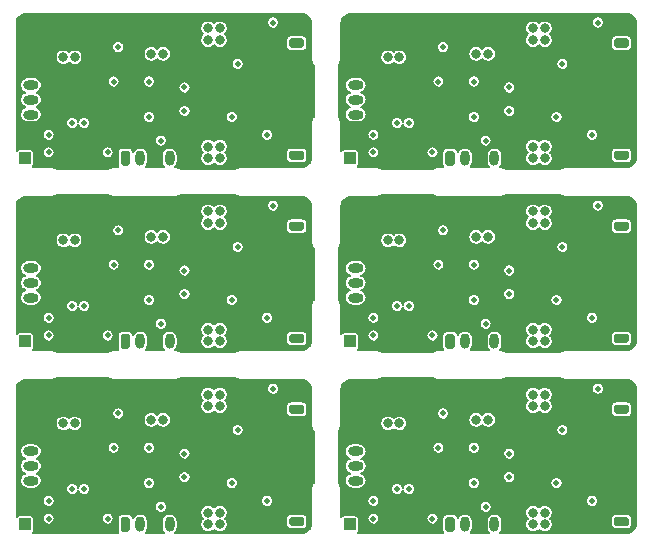
<source format=gbr>
%TF.GenerationSoftware,KiCad,Pcbnew,(5.1.6)-1*%
%TF.CreationDate,2021-08-29T21:48:12-05:00*%
%TF.ProjectId,MicroBrushedESC,4d696372-6f42-4727-9573-686564455343,rev?*%
%TF.SameCoordinates,Original*%
%TF.FileFunction,Copper,L2,Inr*%
%TF.FilePolarity,Positive*%
%FSLAX46Y46*%
G04 Gerber Fmt 4.6, Leading zero omitted, Abs format (unit mm)*
G04 Created by KiCad (PCBNEW (5.1.6)-1) date 2021-08-29 21:48:12*
%MOMM*%
%LPD*%
G01*
G04 APERTURE LIST*
%TA.AperFunction,ViaPad*%
%ADD10C,0.300000*%
%TD*%
%TA.AperFunction,ViaPad*%
%ADD11O,1.300000X0.800000*%
%TD*%
%TA.AperFunction,ViaPad*%
%ADD12R,1.000000X1.000000*%
%TD*%
%TA.AperFunction,ViaPad*%
%ADD13O,0.800000X1.300000*%
%TD*%
%TA.AperFunction,ViaPad*%
%ADD14C,0.800000*%
%TD*%
%TA.AperFunction,ViaPad*%
%ADD15C,0.500000*%
%TD*%
%TA.AperFunction,Conductor*%
%ADD16C,0.127000*%
%TD*%
G04 APERTURE END LIST*
D10*
%TO.N,VSS*%
%TO.C,U2*%
X156460000Y-80700000D03*
X155960000Y-79950000D03*
X156960000Y-81450000D03*
X156960000Y-79950000D03*
X155960000Y-81450000D03*
%TD*%
%TO.N,VSS*%
%TO.C,U2*%
X128960000Y-80700000D03*
X128460000Y-79950000D03*
X129460000Y-81450000D03*
X129460000Y-79950000D03*
X128460000Y-81450000D03*
%TD*%
%TO.N,VSS*%
%TO.C,U2*%
X156460000Y-65200000D03*
X155960000Y-64450000D03*
X156960000Y-65950000D03*
X156960000Y-64450000D03*
X155960000Y-65950000D03*
%TD*%
%TO.N,VSS*%
%TO.C,U2*%
X128960000Y-65200000D03*
X128460000Y-64450000D03*
X129460000Y-65950000D03*
X129460000Y-64450000D03*
X128460000Y-65950000D03*
%TD*%
%TO.N,VSS*%
%TO.C,U2*%
X156460000Y-49700000D03*
X155960000Y-48950000D03*
X156960000Y-50450000D03*
X156960000Y-48950000D03*
X155960000Y-50450000D03*
%TD*%
%TO.N,MOTOR1*%
%TO.C,J1*%
%TA.AperFunction,ViaPad*%
G36*
G01*
X174450000Y-91150000D02*
X173550000Y-91150000D01*
G75*
G02*
X173350000Y-90950000I0J200000D01*
G01*
X173350000Y-90550000D01*
G75*
G02*
X173550000Y-90350000I200000J0D01*
G01*
X174450000Y-90350000D01*
G75*
G02*
X174650000Y-90550000I0J-200000D01*
G01*
X174650000Y-90950000D01*
G75*
G02*
X174450000Y-91150000I-200000J0D01*
G01*
G37*
%TD.AperFunction*%
D11*
%TO.N,VSS*%
X174000000Y-89500000D03*
%TD*%
%TO.N,MOTOR1*%
%TO.C,J1*%
%TA.AperFunction,ViaPad*%
G36*
G01*
X146950000Y-91150000D02*
X146050000Y-91150000D01*
G75*
G02*
X145850000Y-90950000I0J200000D01*
G01*
X145850000Y-90550000D01*
G75*
G02*
X146050000Y-90350000I200000J0D01*
G01*
X146950000Y-90350000D01*
G75*
G02*
X147150000Y-90550000I0J-200000D01*
G01*
X147150000Y-90950000D01*
G75*
G02*
X146950000Y-91150000I-200000J0D01*
G01*
G37*
%TD.AperFunction*%
%TO.N,VSS*%
X146500000Y-89500000D03*
%TD*%
%TO.N,MOTOR1*%
%TO.C,J1*%
%TA.AperFunction,ViaPad*%
G36*
G01*
X174450000Y-75650000D02*
X173550000Y-75650000D01*
G75*
G02*
X173350000Y-75450000I0J200000D01*
G01*
X173350000Y-75050000D01*
G75*
G02*
X173550000Y-74850000I200000J0D01*
G01*
X174450000Y-74850000D01*
G75*
G02*
X174650000Y-75050000I0J-200000D01*
G01*
X174650000Y-75450000D01*
G75*
G02*
X174450000Y-75650000I-200000J0D01*
G01*
G37*
%TD.AperFunction*%
%TO.N,VSS*%
X174000000Y-74000000D03*
%TD*%
%TO.N,MOTOR1*%
%TO.C,J1*%
%TA.AperFunction,ViaPad*%
G36*
G01*
X146950000Y-75650000D02*
X146050000Y-75650000D01*
G75*
G02*
X145850000Y-75450000I0J200000D01*
G01*
X145850000Y-75050000D01*
G75*
G02*
X146050000Y-74850000I200000J0D01*
G01*
X146950000Y-74850000D01*
G75*
G02*
X147150000Y-75050000I0J-200000D01*
G01*
X147150000Y-75450000D01*
G75*
G02*
X146950000Y-75650000I-200000J0D01*
G01*
G37*
%TD.AperFunction*%
%TO.N,VSS*%
X146500000Y-74000000D03*
%TD*%
%TO.N,MOTOR1*%
%TO.C,J1*%
%TA.AperFunction,ViaPad*%
G36*
G01*
X174450000Y-60150000D02*
X173550000Y-60150000D01*
G75*
G02*
X173350000Y-59950000I0J200000D01*
G01*
X173350000Y-59550000D01*
G75*
G02*
X173550000Y-59350000I200000J0D01*
G01*
X174450000Y-59350000D01*
G75*
G02*
X174650000Y-59550000I0J-200000D01*
G01*
X174650000Y-59950000D01*
G75*
G02*
X174450000Y-60150000I-200000J0D01*
G01*
G37*
%TD.AperFunction*%
%TO.N,VSS*%
X174000000Y-58500000D03*
%TD*%
%TO.N,MOTOR2*%
%TO.C,J2*%
%TA.AperFunction,ViaPad*%
G36*
G01*
X174450000Y-81650000D02*
X173550000Y-81650000D01*
G75*
G02*
X173350000Y-81450000I0J200000D01*
G01*
X173350000Y-81050000D01*
G75*
G02*
X173550000Y-80850000I200000J0D01*
G01*
X174450000Y-80850000D01*
G75*
G02*
X174650000Y-81050000I0J-200000D01*
G01*
X174650000Y-81450000D01*
G75*
G02*
X174450000Y-81650000I-200000J0D01*
G01*
G37*
%TD.AperFunction*%
%TO.N,VSS*%
X174000000Y-80000000D03*
%TD*%
%TO.N,MOTOR2*%
%TO.C,J2*%
%TA.AperFunction,ViaPad*%
G36*
G01*
X146950000Y-81650000D02*
X146050000Y-81650000D01*
G75*
G02*
X145850000Y-81450000I0J200000D01*
G01*
X145850000Y-81050000D01*
G75*
G02*
X146050000Y-80850000I200000J0D01*
G01*
X146950000Y-80850000D01*
G75*
G02*
X147150000Y-81050000I0J-200000D01*
G01*
X147150000Y-81450000D01*
G75*
G02*
X146950000Y-81650000I-200000J0D01*
G01*
G37*
%TD.AperFunction*%
%TO.N,VSS*%
X146500000Y-80000000D03*
%TD*%
%TO.N,MOTOR2*%
%TO.C,J2*%
%TA.AperFunction,ViaPad*%
G36*
G01*
X174450000Y-66150000D02*
X173550000Y-66150000D01*
G75*
G02*
X173350000Y-65950000I0J200000D01*
G01*
X173350000Y-65550000D01*
G75*
G02*
X173550000Y-65350000I200000J0D01*
G01*
X174450000Y-65350000D01*
G75*
G02*
X174650000Y-65550000I0J-200000D01*
G01*
X174650000Y-65950000D01*
G75*
G02*
X174450000Y-66150000I-200000J0D01*
G01*
G37*
%TD.AperFunction*%
%TO.N,VSS*%
X174000000Y-64500000D03*
%TD*%
%TO.N,MOTOR2*%
%TO.C,J2*%
%TA.AperFunction,ViaPad*%
G36*
G01*
X146950000Y-66150000D02*
X146050000Y-66150000D01*
G75*
G02*
X145850000Y-65950000I0J200000D01*
G01*
X145850000Y-65550000D01*
G75*
G02*
X146050000Y-65350000I200000J0D01*
G01*
X146950000Y-65350000D01*
G75*
G02*
X147150000Y-65550000I0J-200000D01*
G01*
X147150000Y-65950000D01*
G75*
G02*
X146950000Y-66150000I-200000J0D01*
G01*
G37*
%TD.AperFunction*%
%TO.N,VSS*%
X146500000Y-64500000D03*
%TD*%
%TO.N,MOTOR2*%
%TO.C,J2*%
%TA.AperFunction,ViaPad*%
G36*
G01*
X174450000Y-50650000D02*
X173550000Y-50650000D01*
G75*
G02*
X173350000Y-50450000I0J200000D01*
G01*
X173350000Y-50050000D01*
G75*
G02*
X173550000Y-49850000I200000J0D01*
G01*
X174450000Y-49850000D01*
G75*
G02*
X174650000Y-50050000I0J-200000D01*
G01*
X174650000Y-50450000D01*
G75*
G02*
X174450000Y-50650000I-200000J0D01*
G01*
G37*
%TD.AperFunction*%
%TO.N,VSS*%
X174000000Y-49000000D03*
%TD*%
D12*
%TO.N,VDD*%
%TO.C,J4*%
X151000000Y-91000000D03*
%TD*%
%TO.N,VDD*%
%TO.C,J4*%
X123500000Y-91000000D03*
%TD*%
%TO.N,VDD*%
%TO.C,J4*%
X151000000Y-75500000D03*
%TD*%
%TO.N,VDD*%
%TO.C,J4*%
X123500000Y-75500000D03*
%TD*%
%TO.N,VDD*%
%TO.C,J4*%
X151000000Y-60000000D03*
%TD*%
%TO.N,VDD*%
%TO.C,J5*%
%TA.AperFunction,ViaPad*%
G36*
G01*
X159100000Y-91450000D02*
X159100000Y-90550000D01*
G75*
G02*
X159300000Y-90350000I200000J0D01*
G01*
X159700000Y-90350000D01*
G75*
G02*
X159900000Y-90550000I0J-200000D01*
G01*
X159900000Y-91450000D01*
G75*
G02*
X159700000Y-91650000I-200000J0D01*
G01*
X159300000Y-91650000D01*
G75*
G02*
X159100000Y-91450000I0J200000D01*
G01*
G37*
%TD.AperFunction*%
D13*
%TO.N,SWIM*%
X160750000Y-91000000D03*
%TO.N,VSS*%
X162000000Y-91000000D03*
%TO.N,NRST*%
X163250000Y-91000000D03*
%TD*%
%TO.N,VDD*%
%TO.C,J5*%
%TA.AperFunction,ViaPad*%
G36*
G01*
X131600000Y-91450000D02*
X131600000Y-90550000D01*
G75*
G02*
X131800000Y-90350000I200000J0D01*
G01*
X132200000Y-90350000D01*
G75*
G02*
X132400000Y-90550000I0J-200000D01*
G01*
X132400000Y-91450000D01*
G75*
G02*
X132200000Y-91650000I-200000J0D01*
G01*
X131800000Y-91650000D01*
G75*
G02*
X131600000Y-91450000I0J200000D01*
G01*
G37*
%TD.AperFunction*%
%TO.N,SWIM*%
X133250000Y-91000000D03*
%TO.N,VSS*%
X134500000Y-91000000D03*
%TO.N,NRST*%
X135750000Y-91000000D03*
%TD*%
%TO.N,VDD*%
%TO.C,J5*%
%TA.AperFunction,ViaPad*%
G36*
G01*
X159100000Y-75950000D02*
X159100000Y-75050000D01*
G75*
G02*
X159300000Y-74850000I200000J0D01*
G01*
X159700000Y-74850000D01*
G75*
G02*
X159900000Y-75050000I0J-200000D01*
G01*
X159900000Y-75950000D01*
G75*
G02*
X159700000Y-76150000I-200000J0D01*
G01*
X159300000Y-76150000D01*
G75*
G02*
X159100000Y-75950000I0J200000D01*
G01*
G37*
%TD.AperFunction*%
%TO.N,SWIM*%
X160750000Y-75500000D03*
%TO.N,VSS*%
X162000000Y-75500000D03*
%TO.N,NRST*%
X163250000Y-75500000D03*
%TD*%
%TO.N,VDD*%
%TO.C,J5*%
%TA.AperFunction,ViaPad*%
G36*
G01*
X131600000Y-75950000D02*
X131600000Y-75050000D01*
G75*
G02*
X131800000Y-74850000I200000J0D01*
G01*
X132200000Y-74850000D01*
G75*
G02*
X132400000Y-75050000I0J-200000D01*
G01*
X132400000Y-75950000D01*
G75*
G02*
X132200000Y-76150000I-200000J0D01*
G01*
X131800000Y-76150000D01*
G75*
G02*
X131600000Y-75950000I0J200000D01*
G01*
G37*
%TD.AperFunction*%
%TO.N,SWIM*%
X133250000Y-75500000D03*
%TO.N,VSS*%
X134500000Y-75500000D03*
%TO.N,NRST*%
X135750000Y-75500000D03*
%TD*%
%TO.N,VDD*%
%TO.C,J5*%
%TA.AperFunction,ViaPad*%
G36*
G01*
X159100000Y-60450000D02*
X159100000Y-59550000D01*
G75*
G02*
X159300000Y-59350000I200000J0D01*
G01*
X159700000Y-59350000D01*
G75*
G02*
X159900000Y-59550000I0J-200000D01*
G01*
X159900000Y-60450000D01*
G75*
G02*
X159700000Y-60650000I-200000J0D01*
G01*
X159300000Y-60650000D01*
G75*
G02*
X159100000Y-60450000I0J200000D01*
G01*
G37*
%TD.AperFunction*%
%TO.N,SWIM*%
X160750000Y-60000000D03*
%TO.N,VSS*%
X162000000Y-60000000D03*
%TO.N,NRST*%
X163250000Y-60000000D03*
%TD*%
%TO.N,VSS*%
%TO.C,J3*%
%TA.AperFunction,ViaPad*%
G36*
G01*
X151050000Y-83150000D02*
X151950000Y-83150000D01*
G75*
G02*
X152150000Y-83350000I0J-200000D01*
G01*
X152150000Y-83750000D01*
G75*
G02*
X151950000Y-83950000I-200000J0D01*
G01*
X151050000Y-83950000D01*
G75*
G02*
X150850000Y-83750000I0J200000D01*
G01*
X150850000Y-83350000D01*
G75*
G02*
X151050000Y-83150000I200000J0D01*
G01*
G37*
%TD.AperFunction*%
D11*
%TO.N,V_Filt+*%
X151500000Y-84800000D03*
%TO.N,TIM1_CH1*%
X151500000Y-86050000D03*
%TO.N,TIM1_CH3*%
X151500000Y-87300000D03*
%TD*%
%TO.N,VSS*%
%TO.C,J3*%
%TA.AperFunction,ViaPad*%
G36*
G01*
X123550000Y-83150000D02*
X124450000Y-83150000D01*
G75*
G02*
X124650000Y-83350000I0J-200000D01*
G01*
X124650000Y-83750000D01*
G75*
G02*
X124450000Y-83950000I-200000J0D01*
G01*
X123550000Y-83950000D01*
G75*
G02*
X123350000Y-83750000I0J200000D01*
G01*
X123350000Y-83350000D01*
G75*
G02*
X123550000Y-83150000I200000J0D01*
G01*
G37*
%TD.AperFunction*%
%TO.N,V_Filt+*%
X124000000Y-84800000D03*
%TO.N,TIM1_CH1*%
X124000000Y-86050000D03*
%TO.N,TIM1_CH3*%
X124000000Y-87300000D03*
%TD*%
%TO.N,VSS*%
%TO.C,J3*%
%TA.AperFunction,ViaPad*%
G36*
G01*
X151050000Y-67650000D02*
X151950000Y-67650000D01*
G75*
G02*
X152150000Y-67850000I0J-200000D01*
G01*
X152150000Y-68250000D01*
G75*
G02*
X151950000Y-68450000I-200000J0D01*
G01*
X151050000Y-68450000D01*
G75*
G02*
X150850000Y-68250000I0J200000D01*
G01*
X150850000Y-67850000D01*
G75*
G02*
X151050000Y-67650000I200000J0D01*
G01*
G37*
%TD.AperFunction*%
%TO.N,V_Filt+*%
X151500000Y-69300000D03*
%TO.N,TIM1_CH1*%
X151500000Y-70550000D03*
%TO.N,TIM1_CH3*%
X151500000Y-71800000D03*
%TD*%
%TO.N,VSS*%
%TO.C,J3*%
%TA.AperFunction,ViaPad*%
G36*
G01*
X123550000Y-67650000D02*
X124450000Y-67650000D01*
G75*
G02*
X124650000Y-67850000I0J-200000D01*
G01*
X124650000Y-68250000D01*
G75*
G02*
X124450000Y-68450000I-200000J0D01*
G01*
X123550000Y-68450000D01*
G75*
G02*
X123350000Y-68250000I0J200000D01*
G01*
X123350000Y-67850000D01*
G75*
G02*
X123550000Y-67650000I200000J0D01*
G01*
G37*
%TD.AperFunction*%
%TO.N,V_Filt+*%
X124000000Y-69300000D03*
%TO.N,TIM1_CH1*%
X124000000Y-70550000D03*
%TO.N,TIM1_CH3*%
X124000000Y-71800000D03*
%TD*%
%TO.N,VSS*%
%TO.C,J3*%
%TA.AperFunction,ViaPad*%
G36*
G01*
X151050000Y-52150000D02*
X151950000Y-52150000D01*
G75*
G02*
X152150000Y-52350000I0J-200000D01*
G01*
X152150000Y-52750000D01*
G75*
G02*
X151950000Y-52950000I-200000J0D01*
G01*
X151050000Y-52950000D01*
G75*
G02*
X150850000Y-52750000I0J200000D01*
G01*
X150850000Y-52350000D01*
G75*
G02*
X151050000Y-52150000I200000J0D01*
G01*
G37*
%TD.AperFunction*%
%TO.N,V_Filt+*%
X151500000Y-53800000D03*
%TO.N,TIM1_CH1*%
X151500000Y-55050000D03*
%TO.N,TIM1_CH3*%
X151500000Y-56300000D03*
%TD*%
D12*
%TO.N,VSS*%
%TO.C,J6*%
X151000000Y-79500000D03*
%TD*%
%TO.N,VSS*%
%TO.C,J6*%
X123500000Y-79500000D03*
%TD*%
%TO.N,VSS*%
%TO.C,J6*%
X151000000Y-64000000D03*
%TD*%
%TO.N,VSS*%
%TO.C,J6*%
X123500000Y-64000000D03*
%TD*%
%TO.N,VSS*%
%TO.C,J6*%
X151000000Y-48500000D03*
%TD*%
D10*
%TO.N,VSS*%
%TO.C,U2*%
X128460000Y-50450000D03*
X129460000Y-48950000D03*
X129460000Y-50450000D03*
X128460000Y-48950000D03*
X128960000Y-49700000D03*
%TD*%
D12*
%TO.N,VSS*%
%TO.C,J6*%
X123500000Y-48500000D03*
%TD*%
D13*
%TO.N,NRST*%
%TO.C,J5*%
X135750000Y-60000000D03*
%TO.N,VSS*%
X134500000Y-60000000D03*
%TO.N,SWIM*%
X133250000Y-60000000D03*
%TO.N,VDD*%
%TA.AperFunction,ViaPad*%
G36*
G01*
X131600000Y-60450000D02*
X131600000Y-59550000D01*
G75*
G02*
X131800000Y-59350000I200000J0D01*
G01*
X132200000Y-59350000D01*
G75*
G02*
X132400000Y-59550000I0J-200000D01*
G01*
X132400000Y-60450000D01*
G75*
G02*
X132200000Y-60650000I-200000J0D01*
G01*
X131800000Y-60650000D01*
G75*
G02*
X131600000Y-60450000I0J200000D01*
G01*
G37*
%TD.AperFunction*%
%TD*%
D12*
%TO.N,VDD*%
%TO.C,J4*%
X123500000Y-60000000D03*
%TD*%
D11*
%TO.N,TIM1_CH3*%
%TO.C,J3*%
X124000000Y-56300000D03*
%TO.N,TIM1_CH1*%
X124000000Y-55050000D03*
%TO.N,V_Filt+*%
X124000000Y-53800000D03*
%TO.N,VSS*%
%TA.AperFunction,ViaPad*%
G36*
G01*
X123550000Y-52150000D02*
X124450000Y-52150000D01*
G75*
G02*
X124650000Y-52350000I0J-200000D01*
G01*
X124650000Y-52750000D01*
G75*
G02*
X124450000Y-52950000I-200000J0D01*
G01*
X123550000Y-52950000D01*
G75*
G02*
X123350000Y-52750000I0J200000D01*
G01*
X123350000Y-52350000D01*
G75*
G02*
X123550000Y-52150000I200000J0D01*
G01*
G37*
%TD.AperFunction*%
%TD*%
%TO.N,VSS*%
%TO.C,J2*%
X146500000Y-49000000D03*
%TO.N,MOTOR2*%
%TA.AperFunction,ViaPad*%
G36*
G01*
X146950000Y-50650000D02*
X146050000Y-50650000D01*
G75*
G02*
X145850000Y-50450000I0J200000D01*
G01*
X145850000Y-50050000D01*
G75*
G02*
X146050000Y-49850000I200000J0D01*
G01*
X146950000Y-49850000D01*
G75*
G02*
X147150000Y-50050000I0J-200000D01*
G01*
X147150000Y-50450000D01*
G75*
G02*
X146950000Y-50650000I-200000J0D01*
G01*
G37*
%TD.AperFunction*%
%TD*%
%TO.N,VSS*%
%TO.C,J1*%
X146500000Y-58500000D03*
%TO.N,MOTOR1*%
%TA.AperFunction,ViaPad*%
G36*
G01*
X146950000Y-60150000D02*
X146050000Y-60150000D01*
G75*
G02*
X145850000Y-59950000I0J200000D01*
G01*
X145850000Y-59550000D01*
G75*
G02*
X146050000Y-59350000I200000J0D01*
G01*
X146950000Y-59350000D01*
G75*
G02*
X147150000Y-59550000I0J-200000D01*
G01*
X147150000Y-59950000D01*
G75*
G02*
X146950000Y-60150000I-200000J0D01*
G01*
G37*
%TD.AperFunction*%
%TD*%
D14*
%TO.N,VSS*%
X136500000Y-48150000D03*
X136500000Y-49100000D03*
X137450000Y-49100000D03*
X137450000Y-48150000D03*
D15*
X141500000Y-48250000D03*
D14*
X145000000Y-53250000D03*
X145000000Y-55250000D03*
X143000000Y-56500000D03*
X172500000Y-53250000D03*
X145000000Y-68750000D03*
X172500000Y-68750000D03*
X145000000Y-84250000D03*
X172500000Y-84250000D03*
X170500000Y-56500000D03*
X143000000Y-72000000D03*
X170500000Y-72000000D03*
X143000000Y-87500000D03*
X170500000Y-87500000D03*
X172500000Y-55250000D03*
X145000000Y-70750000D03*
X172500000Y-70750000D03*
X145000000Y-86250000D03*
X172500000Y-86250000D03*
D15*
X169000000Y-48250000D03*
X141500000Y-63750000D03*
X169000000Y-63750000D03*
X141500000Y-79250000D03*
X169000000Y-79250000D03*
D14*
X164950000Y-48150000D03*
X137450000Y-63650000D03*
X164950000Y-63650000D03*
X137450000Y-79150000D03*
X164950000Y-79150000D03*
X164000000Y-49100000D03*
X136500000Y-64600000D03*
X164000000Y-64600000D03*
X136500000Y-80100000D03*
X164000000Y-80100000D03*
X164000000Y-48150000D03*
X136500000Y-63650000D03*
X164000000Y-63650000D03*
X136500000Y-79150000D03*
X164000000Y-79150000D03*
X164950000Y-49100000D03*
X137450000Y-64600000D03*
X164950000Y-64600000D03*
X137450000Y-80100000D03*
X164950000Y-80100000D03*
D15*
%TO.N,TIM1_CH1*%
X137000000Y-54000000D03*
X164500000Y-54000000D03*
X137000000Y-69500000D03*
X164500000Y-69500000D03*
X137000000Y-85000000D03*
X164500000Y-85000000D03*
%TO.N,NRST*%
X134000000Y-53500000D03*
X161500000Y-53500000D03*
X134000000Y-69000000D03*
X161500000Y-69000000D03*
X134000000Y-84500000D03*
X161500000Y-84500000D03*
%TO.N,Net-(Q1-Pad3)*%
X144000000Y-58000000D03*
X171500000Y-58000000D03*
X144000000Y-73500000D03*
X171500000Y-73500000D03*
X144000000Y-89000000D03*
X171500000Y-89000000D03*
%TO.N,Net-(Q1-Pad1)*%
X141000000Y-56500000D03*
X168500000Y-56500000D03*
X141000000Y-72000000D03*
X168500000Y-72000000D03*
X141000000Y-87500000D03*
X168500000Y-87500000D03*
%TO.N,Net-(Q2-Pad3)*%
X144500000Y-48500000D03*
X172000000Y-48500000D03*
X144500000Y-64000000D03*
X172000000Y-64000000D03*
X144500000Y-79500000D03*
X172000000Y-79500000D03*
%TO.N,Net-(Q2-Pad1)*%
X141500000Y-52000000D03*
X169000000Y-52000000D03*
X141500000Y-67500000D03*
X169000000Y-67500000D03*
X141500000Y-83000000D03*
X169000000Y-83000000D03*
%TO.N,TIM1_CH3*%
X137000000Y-56000000D03*
X164500000Y-56000000D03*
X137000000Y-71500000D03*
X164500000Y-71500000D03*
X137000000Y-87000000D03*
X164500000Y-87000000D03*
%TO.N,PB4*%
X130500000Y-59500000D03*
X135000000Y-58500000D03*
X158000000Y-59500000D03*
X130500000Y-75000000D03*
X158000000Y-75000000D03*
X130500000Y-90500000D03*
X158000000Y-90500000D03*
X162500000Y-58500000D03*
X135000000Y-74000000D03*
X162500000Y-74000000D03*
X135000000Y-89500000D03*
X162500000Y-89500000D03*
D14*
%TO.N,VDD*%
X127700000Y-51450000D03*
X126750000Y-51450000D03*
D15*
X127500000Y-57000000D03*
D14*
X140000000Y-49000000D03*
X140000000Y-50000000D03*
X139000000Y-50000000D03*
X139000000Y-49000000D03*
X140000000Y-60000000D03*
X139000000Y-60000000D03*
X139000000Y-59000000D03*
X140000000Y-59000000D03*
X167500000Y-49000000D03*
X140000000Y-64500000D03*
X167500000Y-64500000D03*
X140000000Y-80000000D03*
X167500000Y-80000000D03*
X167500000Y-50000000D03*
X140000000Y-65500000D03*
X167500000Y-65500000D03*
X140000000Y-81000000D03*
X167500000Y-81000000D03*
D15*
X155000000Y-57000000D03*
X127500000Y-72500000D03*
X155000000Y-72500000D03*
X127500000Y-88000000D03*
X155000000Y-88000000D03*
D14*
X166500000Y-50000000D03*
X139000000Y-65500000D03*
X166500000Y-65500000D03*
X139000000Y-81000000D03*
X166500000Y-81000000D03*
X167500000Y-60000000D03*
X140000000Y-75500000D03*
X167500000Y-75500000D03*
X140000000Y-91000000D03*
X167500000Y-91000000D03*
X166500000Y-60000000D03*
X139000000Y-75500000D03*
X166500000Y-75500000D03*
X139000000Y-91000000D03*
X166500000Y-91000000D03*
X166500000Y-59000000D03*
X139000000Y-74500000D03*
X166500000Y-74500000D03*
X139000000Y-90000000D03*
X166500000Y-90000000D03*
X167500000Y-59000000D03*
X140000000Y-74500000D03*
X167500000Y-74500000D03*
X140000000Y-90000000D03*
X167500000Y-90000000D03*
X166500000Y-49000000D03*
X139000000Y-64500000D03*
X166500000Y-64500000D03*
X139000000Y-80000000D03*
X166500000Y-80000000D03*
X154250000Y-51450000D03*
X126750000Y-66950000D03*
X154250000Y-66950000D03*
X126750000Y-82450000D03*
X154250000Y-82450000D03*
X155200000Y-51450000D03*
X127700000Y-66950000D03*
X155200000Y-66950000D03*
X127700000Y-82450000D03*
X155200000Y-82450000D03*
D15*
%TO.N,Net-(D4-Pad1)*%
X131000000Y-53500000D03*
X128500000Y-57000000D03*
X158500000Y-53500000D03*
X131000000Y-69000000D03*
X158500000Y-69000000D03*
X131000000Y-84500000D03*
X158500000Y-84500000D03*
X156000000Y-57000000D03*
X128500000Y-72500000D03*
X156000000Y-72500000D03*
X128500000Y-88000000D03*
X156000000Y-88000000D03*
D14*
%TO.N,V_Filt+*%
X134200000Y-51150000D03*
X135200000Y-51150000D03*
D15*
X134000000Y-56500000D03*
X125500000Y-59500000D03*
X125500000Y-58000000D03*
X161500000Y-56500000D03*
X134000000Y-72000000D03*
X161500000Y-72000000D03*
X134000000Y-87500000D03*
X161500000Y-87500000D03*
X153000000Y-58000000D03*
X125500000Y-73500000D03*
X153000000Y-73500000D03*
X125500000Y-89000000D03*
X153000000Y-89000000D03*
X153000000Y-59500000D03*
X125500000Y-75000000D03*
X153000000Y-75000000D03*
X125500000Y-90500000D03*
X153000000Y-90500000D03*
D14*
X161700000Y-51150000D03*
X134200000Y-66650000D03*
X161700000Y-66650000D03*
X134200000Y-82150000D03*
X161700000Y-82150000D03*
X162700000Y-51150000D03*
X135200000Y-66650000D03*
X162700000Y-66650000D03*
X135200000Y-82150000D03*
X162700000Y-82150000D03*
D15*
%TO.N,Net-(L1-Pad1)*%
X131400000Y-50600000D03*
X158900000Y-50600000D03*
X131400000Y-66100000D03*
X158900000Y-66100000D03*
X131400000Y-81600000D03*
X158900000Y-81600000D03*
%TD*%
D16*
%TO.N,VSS*%
G36*
X147137926Y-47803407D02*
G01*
X147270603Y-47843465D01*
X147392977Y-47908532D01*
X147500370Y-47996119D01*
X147588714Y-48102908D01*
X147654630Y-48224817D01*
X147695613Y-48357214D01*
X147711500Y-48508363D01*
X147711501Y-51414164D01*
X147711598Y-51415152D01*
X147711604Y-51415966D01*
X147712794Y-51427295D01*
X147712974Y-51429118D01*
X147712974Y-51442115D01*
X147713395Y-51446121D01*
X147735150Y-51640071D01*
X147740587Y-51665650D01*
X147745666Y-51691299D01*
X147746854Y-51695139D01*
X147746856Y-51695146D01*
X147746859Y-51695152D01*
X147805870Y-51881177D01*
X147816173Y-51905216D01*
X147826135Y-51929385D01*
X147828047Y-51932920D01*
X147828051Y-51932930D01*
X147828057Y-51932938D01*
X147922073Y-52103953D01*
X147936500Y-52125023D01*
X147936500Y-56474815D01*
X147929058Y-56486016D01*
X147914264Y-56507622D01*
X147912353Y-56511157D01*
X147912348Y-56511165D01*
X147912345Y-56511173D01*
X147820723Y-56683488D01*
X147810773Y-56707629D01*
X147800458Y-56731696D01*
X147799267Y-56735544D01*
X147742858Y-56922380D01*
X147737775Y-56948052D01*
X147732343Y-56973607D01*
X147731923Y-56977603D01*
X147731921Y-56977614D01*
X147731921Y-56977624D01*
X147712877Y-57171847D01*
X147712877Y-57171855D01*
X147711500Y-57185837D01*
X147711501Y-59985881D01*
X147696593Y-60137926D01*
X147656534Y-60270606D01*
X147591470Y-60392974D01*
X147503880Y-60500371D01*
X147397092Y-60588714D01*
X147275183Y-60654629D01*
X147142785Y-60695613D01*
X146991637Y-60711500D01*
X141985836Y-60711500D01*
X141984837Y-60711598D01*
X141984034Y-60711604D01*
X141972854Y-60712779D01*
X141970872Y-60712974D01*
X141957885Y-60712974D01*
X141953879Y-60713395D01*
X141759929Y-60735150D01*
X141734350Y-60740587D01*
X141708701Y-60745666D01*
X141704861Y-60746854D01*
X141704854Y-60746856D01*
X141704848Y-60746859D01*
X141518823Y-60805870D01*
X141494796Y-60816168D01*
X141470615Y-60826135D01*
X141467076Y-60828049D01*
X141467071Y-60828051D01*
X141467067Y-60828054D01*
X141296047Y-60922073D01*
X141274977Y-60936500D01*
X136725185Y-60936500D01*
X136713984Y-60929058D01*
X136692378Y-60914264D01*
X136688843Y-60912353D01*
X136688835Y-60912348D01*
X136688827Y-60912345D01*
X136516512Y-60820723D01*
X136492371Y-60810773D01*
X136468304Y-60800458D01*
X136464456Y-60799267D01*
X136277620Y-60742858D01*
X136251948Y-60737775D01*
X136226393Y-60732343D01*
X136222397Y-60731923D01*
X136222386Y-60731921D01*
X136222376Y-60731921D01*
X136210122Y-60730719D01*
X136221435Y-60721435D01*
X136304349Y-60620404D01*
X136365960Y-60505139D01*
X136403899Y-60380069D01*
X136413500Y-60282591D01*
X136413500Y-59717409D01*
X136403899Y-59619931D01*
X136365960Y-59494861D01*
X136304349Y-59379596D01*
X136221435Y-59278565D01*
X136120403Y-59195651D01*
X136005138Y-59134040D01*
X135880068Y-59096101D01*
X135750000Y-59083290D01*
X135619931Y-59096101D01*
X135494861Y-59134040D01*
X135379596Y-59195651D01*
X135278565Y-59278565D01*
X135195651Y-59379597D01*
X135134040Y-59494862D01*
X135096101Y-59619932D01*
X135086500Y-59717410D01*
X135086500Y-60282591D01*
X135096101Y-60380069D01*
X135134040Y-60505139D01*
X135195651Y-60620404D01*
X135270412Y-60711500D01*
X133729588Y-60711500D01*
X133804349Y-60620404D01*
X133865960Y-60505139D01*
X133903899Y-60380069D01*
X133913500Y-60282591D01*
X133913500Y-59717409D01*
X133903899Y-59619931D01*
X133865960Y-59494861D01*
X133804349Y-59379596D01*
X133721435Y-59278565D01*
X133620403Y-59195651D01*
X133505138Y-59134040D01*
X133380068Y-59096101D01*
X133250000Y-59083290D01*
X133119931Y-59096101D01*
X132994861Y-59134040D01*
X132879596Y-59195651D01*
X132778565Y-59278565D01*
X132695651Y-59379597D01*
X132654826Y-59455974D01*
X132629395Y-59372139D01*
X132586445Y-59291785D01*
X132528645Y-59221355D01*
X132458215Y-59163555D01*
X132377861Y-59120605D01*
X132290673Y-59094157D01*
X132200000Y-59085226D01*
X131800000Y-59085226D01*
X131709327Y-59094157D01*
X131622139Y-59120605D01*
X131541785Y-59163555D01*
X131471355Y-59221355D01*
X131413555Y-59291785D01*
X131370605Y-59372139D01*
X131344157Y-59459327D01*
X131335226Y-59550000D01*
X131335226Y-60450000D01*
X131344157Y-60540673D01*
X131370605Y-60627861D01*
X131413555Y-60708215D01*
X131416251Y-60711500D01*
X131185836Y-60711500D01*
X131173098Y-60712754D01*
X131166870Y-60712711D01*
X131162861Y-60713105D01*
X130968765Y-60733506D01*
X130943156Y-60738762D01*
X130917467Y-60743663D01*
X130913612Y-60744826D01*
X130913606Y-60744828D01*
X130727172Y-60802539D01*
X130703072Y-60812670D01*
X130678823Y-60822467D01*
X130675271Y-60824356D01*
X130675266Y-60824358D01*
X130675265Y-60824359D01*
X130503590Y-60917183D01*
X130481897Y-60931814D01*
X130474737Y-60936500D01*
X126225185Y-60936500D01*
X126213984Y-60929058D01*
X126192378Y-60914264D01*
X126188843Y-60912353D01*
X126188835Y-60912348D01*
X126188827Y-60912345D01*
X126016512Y-60820723D01*
X125992371Y-60810773D01*
X125968304Y-60800458D01*
X125964456Y-60799267D01*
X125777620Y-60742858D01*
X125751948Y-60737775D01*
X125726393Y-60732343D01*
X125722397Y-60731923D01*
X125722386Y-60731921D01*
X125722376Y-60731921D01*
X125528153Y-60712877D01*
X125528146Y-60712877D01*
X125514164Y-60711500D01*
X124157643Y-60711500D01*
X124187223Y-60687223D01*
X124220152Y-60647101D01*
X124244619Y-60601325D01*
X124259686Y-60551655D01*
X124264774Y-60500000D01*
X124264774Y-59500000D01*
X124259793Y-59449425D01*
X124986500Y-59449425D01*
X124986500Y-59550575D01*
X125006233Y-59649783D01*
X125044942Y-59743234D01*
X125101138Y-59827337D01*
X125172663Y-59898862D01*
X125256766Y-59955058D01*
X125350217Y-59993767D01*
X125449425Y-60013500D01*
X125550575Y-60013500D01*
X125649783Y-59993767D01*
X125743234Y-59955058D01*
X125827337Y-59898862D01*
X125898862Y-59827337D01*
X125955058Y-59743234D01*
X125993767Y-59649783D01*
X126013500Y-59550575D01*
X126013500Y-59449425D01*
X129986500Y-59449425D01*
X129986500Y-59550575D01*
X130006233Y-59649783D01*
X130044942Y-59743234D01*
X130101138Y-59827337D01*
X130172663Y-59898862D01*
X130256766Y-59955058D01*
X130350217Y-59993767D01*
X130449425Y-60013500D01*
X130550575Y-60013500D01*
X130649783Y-59993767D01*
X130743234Y-59955058D01*
X130827337Y-59898862D01*
X130898862Y-59827337D01*
X130955058Y-59743234D01*
X130993767Y-59649783D01*
X131013500Y-59550575D01*
X131013500Y-59449425D01*
X130993767Y-59350217D01*
X130955058Y-59256766D01*
X130898862Y-59172663D01*
X130827337Y-59101138D01*
X130743234Y-59044942D01*
X130649783Y-59006233D01*
X130550575Y-58986500D01*
X130449425Y-58986500D01*
X130350217Y-59006233D01*
X130256766Y-59044942D01*
X130172663Y-59101138D01*
X130101138Y-59172663D01*
X130044942Y-59256766D01*
X130006233Y-59350217D01*
X129986500Y-59449425D01*
X126013500Y-59449425D01*
X125993767Y-59350217D01*
X125955058Y-59256766D01*
X125898862Y-59172663D01*
X125827337Y-59101138D01*
X125743234Y-59044942D01*
X125649783Y-59006233D01*
X125550575Y-58986500D01*
X125449425Y-58986500D01*
X125350217Y-59006233D01*
X125256766Y-59044942D01*
X125172663Y-59101138D01*
X125101138Y-59172663D01*
X125044942Y-59256766D01*
X125006233Y-59350217D01*
X124986500Y-59449425D01*
X124259793Y-59449425D01*
X124259686Y-59448345D01*
X124244619Y-59398675D01*
X124220152Y-59352899D01*
X124187223Y-59312777D01*
X124147101Y-59279848D01*
X124101325Y-59255381D01*
X124051655Y-59240314D01*
X124000000Y-59235226D01*
X123000000Y-59235226D01*
X122948345Y-59240314D01*
X122898675Y-59255381D01*
X122852899Y-59279848D01*
X122812777Y-59312777D01*
X122788500Y-59342357D01*
X122788500Y-57949425D01*
X124986500Y-57949425D01*
X124986500Y-58050575D01*
X125006233Y-58149783D01*
X125044942Y-58243234D01*
X125101138Y-58327337D01*
X125172663Y-58398862D01*
X125256766Y-58455058D01*
X125350217Y-58493767D01*
X125449425Y-58513500D01*
X125550575Y-58513500D01*
X125649783Y-58493767D01*
X125743234Y-58455058D01*
X125751664Y-58449425D01*
X134486500Y-58449425D01*
X134486500Y-58550575D01*
X134506233Y-58649783D01*
X134544942Y-58743234D01*
X134601138Y-58827337D01*
X134672663Y-58898862D01*
X134756766Y-58955058D01*
X134850217Y-58993767D01*
X134949425Y-59013500D01*
X135050575Y-59013500D01*
X135149783Y-58993767D01*
X135243234Y-58955058D01*
X135273775Y-58934651D01*
X138336500Y-58934651D01*
X138336500Y-59065349D01*
X138361998Y-59193536D01*
X138412014Y-59314285D01*
X138484626Y-59422956D01*
X138561670Y-59500000D01*
X138484626Y-59577044D01*
X138412014Y-59685715D01*
X138361998Y-59806464D01*
X138336500Y-59934651D01*
X138336500Y-60065349D01*
X138361998Y-60193536D01*
X138412014Y-60314285D01*
X138484626Y-60422956D01*
X138577044Y-60515374D01*
X138685715Y-60587986D01*
X138806464Y-60638002D01*
X138934651Y-60663500D01*
X139065349Y-60663500D01*
X139193536Y-60638002D01*
X139314285Y-60587986D01*
X139422956Y-60515374D01*
X139500000Y-60438330D01*
X139577044Y-60515374D01*
X139685715Y-60587986D01*
X139806464Y-60638002D01*
X139934651Y-60663500D01*
X140065349Y-60663500D01*
X140193536Y-60638002D01*
X140314285Y-60587986D01*
X140422956Y-60515374D01*
X140515374Y-60422956D01*
X140587986Y-60314285D01*
X140638002Y-60193536D01*
X140663500Y-60065349D01*
X140663500Y-59934651D01*
X140638002Y-59806464D01*
X140587986Y-59685715D01*
X140515374Y-59577044D01*
X140488330Y-59550000D01*
X145585226Y-59550000D01*
X145585226Y-59950000D01*
X145594157Y-60040673D01*
X145620605Y-60127861D01*
X145663555Y-60208215D01*
X145721355Y-60278645D01*
X145791785Y-60336445D01*
X145872139Y-60379395D01*
X145959327Y-60405843D01*
X146050000Y-60414774D01*
X146950000Y-60414774D01*
X147040673Y-60405843D01*
X147127861Y-60379395D01*
X147208215Y-60336445D01*
X147278645Y-60278645D01*
X147336445Y-60208215D01*
X147379395Y-60127861D01*
X147405843Y-60040673D01*
X147414774Y-59950000D01*
X147414774Y-59550000D01*
X147405843Y-59459327D01*
X147379395Y-59372139D01*
X147336445Y-59291785D01*
X147278645Y-59221355D01*
X147208215Y-59163555D01*
X147127861Y-59120605D01*
X147040673Y-59094157D01*
X146950000Y-59085226D01*
X146050000Y-59085226D01*
X145959327Y-59094157D01*
X145872139Y-59120605D01*
X145791785Y-59163555D01*
X145721355Y-59221355D01*
X145663555Y-59291785D01*
X145620605Y-59372139D01*
X145594157Y-59459327D01*
X145585226Y-59550000D01*
X140488330Y-59550000D01*
X140438330Y-59500000D01*
X140515374Y-59422956D01*
X140587986Y-59314285D01*
X140638002Y-59193536D01*
X140663500Y-59065349D01*
X140663500Y-58934651D01*
X140638002Y-58806464D01*
X140587986Y-58685715D01*
X140515374Y-58577044D01*
X140422956Y-58484626D01*
X140314285Y-58412014D01*
X140193536Y-58361998D01*
X140065349Y-58336500D01*
X139934651Y-58336500D01*
X139806464Y-58361998D01*
X139685715Y-58412014D01*
X139577044Y-58484626D01*
X139500000Y-58561670D01*
X139422956Y-58484626D01*
X139314285Y-58412014D01*
X139193536Y-58361998D01*
X139065349Y-58336500D01*
X138934651Y-58336500D01*
X138806464Y-58361998D01*
X138685715Y-58412014D01*
X138577044Y-58484626D01*
X138484626Y-58577044D01*
X138412014Y-58685715D01*
X138361998Y-58806464D01*
X138336500Y-58934651D01*
X135273775Y-58934651D01*
X135327337Y-58898862D01*
X135398862Y-58827337D01*
X135455058Y-58743234D01*
X135493767Y-58649783D01*
X135513500Y-58550575D01*
X135513500Y-58449425D01*
X135493767Y-58350217D01*
X135455058Y-58256766D01*
X135398862Y-58172663D01*
X135327337Y-58101138D01*
X135243234Y-58044942D01*
X135149783Y-58006233D01*
X135050575Y-57986500D01*
X134949425Y-57986500D01*
X134850217Y-58006233D01*
X134756766Y-58044942D01*
X134672663Y-58101138D01*
X134601138Y-58172663D01*
X134544942Y-58256766D01*
X134506233Y-58350217D01*
X134486500Y-58449425D01*
X125751664Y-58449425D01*
X125827337Y-58398862D01*
X125898862Y-58327337D01*
X125955058Y-58243234D01*
X125993767Y-58149783D01*
X126013500Y-58050575D01*
X126013500Y-57949425D01*
X143486500Y-57949425D01*
X143486500Y-58050575D01*
X143506233Y-58149783D01*
X143544942Y-58243234D01*
X143601138Y-58327337D01*
X143672663Y-58398862D01*
X143756766Y-58455058D01*
X143850217Y-58493767D01*
X143949425Y-58513500D01*
X144050575Y-58513500D01*
X144149783Y-58493767D01*
X144243234Y-58455058D01*
X144327337Y-58398862D01*
X144398862Y-58327337D01*
X144455058Y-58243234D01*
X144493767Y-58149783D01*
X144513500Y-58050575D01*
X144513500Y-57949425D01*
X144493767Y-57850217D01*
X144455058Y-57756766D01*
X144398862Y-57672663D01*
X144327337Y-57601138D01*
X144243234Y-57544942D01*
X144149783Y-57506233D01*
X144050575Y-57486500D01*
X143949425Y-57486500D01*
X143850217Y-57506233D01*
X143756766Y-57544942D01*
X143672663Y-57601138D01*
X143601138Y-57672663D01*
X143544942Y-57756766D01*
X143506233Y-57850217D01*
X143486500Y-57949425D01*
X126013500Y-57949425D01*
X125993767Y-57850217D01*
X125955058Y-57756766D01*
X125898862Y-57672663D01*
X125827337Y-57601138D01*
X125743234Y-57544942D01*
X125649783Y-57506233D01*
X125550575Y-57486500D01*
X125449425Y-57486500D01*
X125350217Y-57506233D01*
X125256766Y-57544942D01*
X125172663Y-57601138D01*
X125101138Y-57672663D01*
X125044942Y-57756766D01*
X125006233Y-57850217D01*
X124986500Y-57949425D01*
X122788500Y-57949425D01*
X122788500Y-53800000D01*
X123083290Y-53800000D01*
X123096101Y-53930069D01*
X123134040Y-54055139D01*
X123195651Y-54170404D01*
X123278565Y-54271435D01*
X123379596Y-54354349D01*
X123494861Y-54415960D01*
X123524662Y-54425000D01*
X123494861Y-54434040D01*
X123379596Y-54495651D01*
X123278565Y-54578565D01*
X123195651Y-54679596D01*
X123134040Y-54794861D01*
X123096101Y-54919931D01*
X123083290Y-55050000D01*
X123096101Y-55180069D01*
X123134040Y-55305139D01*
X123195651Y-55420404D01*
X123278565Y-55521435D01*
X123379596Y-55604349D01*
X123494861Y-55665960D01*
X123524662Y-55675000D01*
X123494861Y-55684040D01*
X123379596Y-55745651D01*
X123278565Y-55828565D01*
X123195651Y-55929596D01*
X123134040Y-56044861D01*
X123096101Y-56169931D01*
X123083290Y-56300000D01*
X123096101Y-56430069D01*
X123134040Y-56555139D01*
X123195651Y-56670404D01*
X123278565Y-56771435D01*
X123379596Y-56854349D01*
X123494861Y-56915960D01*
X123619931Y-56953899D01*
X123717409Y-56963500D01*
X124282591Y-56963500D01*
X124380069Y-56953899D01*
X124394818Y-56949425D01*
X126986500Y-56949425D01*
X126986500Y-57050575D01*
X127006233Y-57149783D01*
X127044942Y-57243234D01*
X127101138Y-57327337D01*
X127172663Y-57398862D01*
X127256766Y-57455058D01*
X127350217Y-57493767D01*
X127449425Y-57513500D01*
X127550575Y-57513500D01*
X127649783Y-57493767D01*
X127743234Y-57455058D01*
X127827337Y-57398862D01*
X127898862Y-57327337D01*
X127955058Y-57243234D01*
X127993767Y-57149783D01*
X128000000Y-57118446D01*
X128006233Y-57149783D01*
X128044942Y-57243234D01*
X128101138Y-57327337D01*
X128172663Y-57398862D01*
X128256766Y-57455058D01*
X128350217Y-57493767D01*
X128449425Y-57513500D01*
X128550575Y-57513500D01*
X128649783Y-57493767D01*
X128743234Y-57455058D01*
X128827337Y-57398862D01*
X128898862Y-57327337D01*
X128955058Y-57243234D01*
X128993767Y-57149783D01*
X129013500Y-57050575D01*
X129013500Y-56949425D01*
X128993767Y-56850217D01*
X128955058Y-56756766D01*
X128898862Y-56672663D01*
X128827337Y-56601138D01*
X128743234Y-56544942D01*
X128649783Y-56506233D01*
X128550575Y-56486500D01*
X128449425Y-56486500D01*
X128350217Y-56506233D01*
X128256766Y-56544942D01*
X128172663Y-56601138D01*
X128101138Y-56672663D01*
X128044942Y-56756766D01*
X128006233Y-56850217D01*
X128000000Y-56881554D01*
X127993767Y-56850217D01*
X127955058Y-56756766D01*
X127898862Y-56672663D01*
X127827337Y-56601138D01*
X127743234Y-56544942D01*
X127649783Y-56506233D01*
X127550575Y-56486500D01*
X127449425Y-56486500D01*
X127350217Y-56506233D01*
X127256766Y-56544942D01*
X127172663Y-56601138D01*
X127101138Y-56672663D01*
X127044942Y-56756766D01*
X127006233Y-56850217D01*
X126986500Y-56949425D01*
X124394818Y-56949425D01*
X124505139Y-56915960D01*
X124620404Y-56854349D01*
X124721435Y-56771435D01*
X124804349Y-56670404D01*
X124865960Y-56555139D01*
X124898027Y-56449425D01*
X133486500Y-56449425D01*
X133486500Y-56550575D01*
X133506233Y-56649783D01*
X133544942Y-56743234D01*
X133601138Y-56827337D01*
X133672663Y-56898862D01*
X133756766Y-56955058D01*
X133850217Y-56993767D01*
X133949425Y-57013500D01*
X134050575Y-57013500D01*
X134149783Y-56993767D01*
X134243234Y-56955058D01*
X134327337Y-56898862D01*
X134398862Y-56827337D01*
X134455058Y-56743234D01*
X134493767Y-56649783D01*
X134513500Y-56550575D01*
X134513500Y-56449425D01*
X134493767Y-56350217D01*
X134455058Y-56256766D01*
X134398862Y-56172663D01*
X134327337Y-56101138D01*
X134243234Y-56044942D01*
X134149783Y-56006233D01*
X134050575Y-55986500D01*
X133949425Y-55986500D01*
X133850217Y-56006233D01*
X133756766Y-56044942D01*
X133672663Y-56101138D01*
X133601138Y-56172663D01*
X133544942Y-56256766D01*
X133506233Y-56350217D01*
X133486500Y-56449425D01*
X124898027Y-56449425D01*
X124903899Y-56430069D01*
X124916710Y-56300000D01*
X124903899Y-56169931D01*
X124865960Y-56044861D01*
X124814948Y-55949425D01*
X136486500Y-55949425D01*
X136486500Y-56050575D01*
X136506233Y-56149783D01*
X136544942Y-56243234D01*
X136601138Y-56327337D01*
X136672663Y-56398862D01*
X136756766Y-56455058D01*
X136850217Y-56493767D01*
X136949425Y-56513500D01*
X137050575Y-56513500D01*
X137149783Y-56493767D01*
X137243234Y-56455058D01*
X137251664Y-56449425D01*
X140486500Y-56449425D01*
X140486500Y-56550575D01*
X140506233Y-56649783D01*
X140544942Y-56743234D01*
X140601138Y-56827337D01*
X140672663Y-56898862D01*
X140756766Y-56955058D01*
X140850217Y-56993767D01*
X140949425Y-57013500D01*
X141050575Y-57013500D01*
X141149783Y-56993767D01*
X141243234Y-56955058D01*
X141327337Y-56898862D01*
X141398862Y-56827337D01*
X141455058Y-56743234D01*
X141493767Y-56649783D01*
X141513500Y-56550575D01*
X141513500Y-56449425D01*
X141493767Y-56350217D01*
X141455058Y-56256766D01*
X141398862Y-56172663D01*
X141327337Y-56101138D01*
X141243234Y-56044942D01*
X141149783Y-56006233D01*
X141050575Y-55986500D01*
X140949425Y-55986500D01*
X140850217Y-56006233D01*
X140756766Y-56044942D01*
X140672663Y-56101138D01*
X140601138Y-56172663D01*
X140544942Y-56256766D01*
X140506233Y-56350217D01*
X140486500Y-56449425D01*
X137251664Y-56449425D01*
X137327337Y-56398862D01*
X137398862Y-56327337D01*
X137455058Y-56243234D01*
X137493767Y-56149783D01*
X137513500Y-56050575D01*
X137513500Y-55949425D01*
X137493767Y-55850217D01*
X137455058Y-55756766D01*
X137398862Y-55672663D01*
X137327337Y-55601138D01*
X137243234Y-55544942D01*
X137149783Y-55506233D01*
X137050575Y-55486500D01*
X136949425Y-55486500D01*
X136850217Y-55506233D01*
X136756766Y-55544942D01*
X136672663Y-55601138D01*
X136601138Y-55672663D01*
X136544942Y-55756766D01*
X136506233Y-55850217D01*
X136486500Y-55949425D01*
X124814948Y-55949425D01*
X124804349Y-55929596D01*
X124721435Y-55828565D01*
X124620404Y-55745651D01*
X124505139Y-55684040D01*
X124475338Y-55675000D01*
X124505139Y-55665960D01*
X124620404Y-55604349D01*
X124721435Y-55521435D01*
X124804349Y-55420404D01*
X124865960Y-55305139D01*
X124903899Y-55180069D01*
X124916710Y-55050000D01*
X124903899Y-54919931D01*
X124865960Y-54794861D01*
X124804349Y-54679596D01*
X124721435Y-54578565D01*
X124620404Y-54495651D01*
X124505139Y-54434040D01*
X124475338Y-54425000D01*
X124505139Y-54415960D01*
X124620404Y-54354349D01*
X124721435Y-54271435D01*
X124804349Y-54170404D01*
X124865960Y-54055139D01*
X124903899Y-53930069D01*
X124916710Y-53800000D01*
X124903899Y-53669931D01*
X124865960Y-53544861D01*
X124814948Y-53449425D01*
X130486500Y-53449425D01*
X130486500Y-53550575D01*
X130506233Y-53649783D01*
X130544942Y-53743234D01*
X130601138Y-53827337D01*
X130672663Y-53898862D01*
X130756766Y-53955058D01*
X130850217Y-53993767D01*
X130949425Y-54013500D01*
X131050575Y-54013500D01*
X131149783Y-53993767D01*
X131243234Y-53955058D01*
X131327337Y-53898862D01*
X131398862Y-53827337D01*
X131455058Y-53743234D01*
X131493767Y-53649783D01*
X131513500Y-53550575D01*
X131513500Y-53449425D01*
X133486500Y-53449425D01*
X133486500Y-53550575D01*
X133506233Y-53649783D01*
X133544942Y-53743234D01*
X133601138Y-53827337D01*
X133672663Y-53898862D01*
X133756766Y-53955058D01*
X133850217Y-53993767D01*
X133949425Y-54013500D01*
X134050575Y-54013500D01*
X134149783Y-53993767D01*
X134243234Y-53955058D01*
X134251664Y-53949425D01*
X136486500Y-53949425D01*
X136486500Y-54050575D01*
X136506233Y-54149783D01*
X136544942Y-54243234D01*
X136601138Y-54327337D01*
X136672663Y-54398862D01*
X136756766Y-54455058D01*
X136850217Y-54493767D01*
X136949425Y-54513500D01*
X137050575Y-54513500D01*
X137149783Y-54493767D01*
X137243234Y-54455058D01*
X137327337Y-54398862D01*
X137398862Y-54327337D01*
X137455058Y-54243234D01*
X137493767Y-54149783D01*
X137513500Y-54050575D01*
X137513500Y-53949425D01*
X137493767Y-53850217D01*
X137455058Y-53756766D01*
X137398862Y-53672663D01*
X137327337Y-53601138D01*
X137243234Y-53544942D01*
X137149783Y-53506233D01*
X137050575Y-53486500D01*
X136949425Y-53486500D01*
X136850217Y-53506233D01*
X136756766Y-53544942D01*
X136672663Y-53601138D01*
X136601138Y-53672663D01*
X136544942Y-53756766D01*
X136506233Y-53850217D01*
X136486500Y-53949425D01*
X134251664Y-53949425D01*
X134327337Y-53898862D01*
X134398862Y-53827337D01*
X134455058Y-53743234D01*
X134493767Y-53649783D01*
X134513500Y-53550575D01*
X134513500Y-53449425D01*
X134493767Y-53350217D01*
X134455058Y-53256766D01*
X134398862Y-53172663D01*
X134327337Y-53101138D01*
X134243234Y-53044942D01*
X134149783Y-53006233D01*
X134050575Y-52986500D01*
X133949425Y-52986500D01*
X133850217Y-53006233D01*
X133756766Y-53044942D01*
X133672663Y-53101138D01*
X133601138Y-53172663D01*
X133544942Y-53256766D01*
X133506233Y-53350217D01*
X133486500Y-53449425D01*
X131513500Y-53449425D01*
X131493767Y-53350217D01*
X131455058Y-53256766D01*
X131398862Y-53172663D01*
X131327337Y-53101138D01*
X131243234Y-53044942D01*
X131149783Y-53006233D01*
X131050575Y-52986500D01*
X130949425Y-52986500D01*
X130850217Y-53006233D01*
X130756766Y-53044942D01*
X130672663Y-53101138D01*
X130601138Y-53172663D01*
X130544942Y-53256766D01*
X130506233Y-53350217D01*
X130486500Y-53449425D01*
X124814948Y-53449425D01*
X124804349Y-53429596D01*
X124721435Y-53328565D01*
X124620404Y-53245651D01*
X124505139Y-53184040D01*
X124380069Y-53146101D01*
X124282591Y-53136500D01*
X123717409Y-53136500D01*
X123619931Y-53146101D01*
X123494861Y-53184040D01*
X123379596Y-53245651D01*
X123278565Y-53328565D01*
X123195651Y-53429596D01*
X123134040Y-53544861D01*
X123096101Y-53669931D01*
X123083290Y-53800000D01*
X122788500Y-53800000D01*
X122788500Y-51384651D01*
X126086500Y-51384651D01*
X126086500Y-51515349D01*
X126111998Y-51643536D01*
X126162014Y-51764285D01*
X126234626Y-51872956D01*
X126327044Y-51965374D01*
X126435715Y-52037986D01*
X126556464Y-52088002D01*
X126684651Y-52113500D01*
X126815349Y-52113500D01*
X126943536Y-52088002D01*
X127064285Y-52037986D01*
X127172956Y-51965374D01*
X127225000Y-51913330D01*
X127277044Y-51965374D01*
X127385715Y-52037986D01*
X127506464Y-52088002D01*
X127634651Y-52113500D01*
X127765349Y-52113500D01*
X127893536Y-52088002D01*
X128014285Y-52037986D01*
X128122956Y-51965374D01*
X128138905Y-51949425D01*
X140986500Y-51949425D01*
X140986500Y-52050575D01*
X141006233Y-52149783D01*
X141044942Y-52243234D01*
X141101138Y-52327337D01*
X141172663Y-52398862D01*
X141256766Y-52455058D01*
X141350217Y-52493767D01*
X141449425Y-52513500D01*
X141550575Y-52513500D01*
X141649783Y-52493767D01*
X141743234Y-52455058D01*
X141827337Y-52398862D01*
X141898862Y-52327337D01*
X141955058Y-52243234D01*
X141993767Y-52149783D01*
X142013500Y-52050575D01*
X142013500Y-51949425D01*
X141993767Y-51850217D01*
X141955058Y-51756766D01*
X141898862Y-51672663D01*
X141827337Y-51601138D01*
X141743234Y-51544942D01*
X141649783Y-51506233D01*
X141550575Y-51486500D01*
X141449425Y-51486500D01*
X141350217Y-51506233D01*
X141256766Y-51544942D01*
X141172663Y-51601138D01*
X141101138Y-51672663D01*
X141044942Y-51756766D01*
X141006233Y-51850217D01*
X140986500Y-51949425D01*
X128138905Y-51949425D01*
X128215374Y-51872956D01*
X128287986Y-51764285D01*
X128338002Y-51643536D01*
X128363500Y-51515349D01*
X128363500Y-51384651D01*
X128338002Y-51256464D01*
X128287986Y-51135715D01*
X128215374Y-51027044D01*
X128122956Y-50934626D01*
X128014285Y-50862014D01*
X127893536Y-50811998D01*
X127765349Y-50786500D01*
X127634651Y-50786500D01*
X127506464Y-50811998D01*
X127385715Y-50862014D01*
X127277044Y-50934626D01*
X127225000Y-50986670D01*
X127172956Y-50934626D01*
X127064285Y-50862014D01*
X126943536Y-50811998D01*
X126815349Y-50786500D01*
X126684651Y-50786500D01*
X126556464Y-50811998D01*
X126435715Y-50862014D01*
X126327044Y-50934626D01*
X126234626Y-51027044D01*
X126162014Y-51135715D01*
X126111998Y-51256464D01*
X126086500Y-51384651D01*
X122788500Y-51384651D01*
X122788500Y-50549425D01*
X130886500Y-50549425D01*
X130886500Y-50650575D01*
X130906233Y-50749783D01*
X130944942Y-50843234D01*
X131001138Y-50927337D01*
X131072663Y-50998862D01*
X131156766Y-51055058D01*
X131250217Y-51093767D01*
X131349425Y-51113500D01*
X131450575Y-51113500D01*
X131549783Y-51093767D01*
X131571790Y-51084651D01*
X133536500Y-51084651D01*
X133536500Y-51215349D01*
X133561998Y-51343536D01*
X133612014Y-51464285D01*
X133684626Y-51572956D01*
X133777044Y-51665374D01*
X133885715Y-51737986D01*
X134006464Y-51788002D01*
X134134651Y-51813500D01*
X134265349Y-51813500D01*
X134393536Y-51788002D01*
X134514285Y-51737986D01*
X134622956Y-51665374D01*
X134700000Y-51588330D01*
X134777044Y-51665374D01*
X134885715Y-51737986D01*
X135006464Y-51788002D01*
X135134651Y-51813500D01*
X135265349Y-51813500D01*
X135393536Y-51788002D01*
X135514285Y-51737986D01*
X135622956Y-51665374D01*
X135715374Y-51572956D01*
X135787986Y-51464285D01*
X135838002Y-51343536D01*
X135863500Y-51215349D01*
X135863500Y-51084651D01*
X135838002Y-50956464D01*
X135787986Y-50835715D01*
X135715374Y-50727044D01*
X135622956Y-50634626D01*
X135514285Y-50562014D01*
X135393536Y-50511998D01*
X135265349Y-50486500D01*
X135134651Y-50486500D01*
X135006464Y-50511998D01*
X134885715Y-50562014D01*
X134777044Y-50634626D01*
X134700000Y-50711670D01*
X134622956Y-50634626D01*
X134514285Y-50562014D01*
X134393536Y-50511998D01*
X134265349Y-50486500D01*
X134134651Y-50486500D01*
X134006464Y-50511998D01*
X133885715Y-50562014D01*
X133777044Y-50634626D01*
X133684626Y-50727044D01*
X133612014Y-50835715D01*
X133561998Y-50956464D01*
X133536500Y-51084651D01*
X131571790Y-51084651D01*
X131643234Y-51055058D01*
X131727337Y-50998862D01*
X131798862Y-50927337D01*
X131855058Y-50843234D01*
X131893767Y-50749783D01*
X131913500Y-50650575D01*
X131913500Y-50549425D01*
X131893767Y-50450217D01*
X131855058Y-50356766D01*
X131798862Y-50272663D01*
X131727337Y-50201138D01*
X131643234Y-50144942D01*
X131549783Y-50106233D01*
X131450575Y-50086500D01*
X131349425Y-50086500D01*
X131250217Y-50106233D01*
X131156766Y-50144942D01*
X131072663Y-50201138D01*
X131001138Y-50272663D01*
X130944942Y-50356766D01*
X130906233Y-50450217D01*
X130886500Y-50549425D01*
X122788500Y-50549425D01*
X122788500Y-48934651D01*
X138336500Y-48934651D01*
X138336500Y-49065349D01*
X138361998Y-49193536D01*
X138412014Y-49314285D01*
X138484626Y-49422956D01*
X138561670Y-49500000D01*
X138484626Y-49577044D01*
X138412014Y-49685715D01*
X138361998Y-49806464D01*
X138336500Y-49934651D01*
X138336500Y-50065349D01*
X138361998Y-50193536D01*
X138412014Y-50314285D01*
X138484626Y-50422956D01*
X138577044Y-50515374D01*
X138685715Y-50587986D01*
X138806464Y-50638002D01*
X138934651Y-50663500D01*
X139065349Y-50663500D01*
X139193536Y-50638002D01*
X139314285Y-50587986D01*
X139422956Y-50515374D01*
X139500000Y-50438330D01*
X139577044Y-50515374D01*
X139685715Y-50587986D01*
X139806464Y-50638002D01*
X139934651Y-50663500D01*
X140065349Y-50663500D01*
X140193536Y-50638002D01*
X140314285Y-50587986D01*
X140422956Y-50515374D01*
X140515374Y-50422956D01*
X140587986Y-50314285D01*
X140638002Y-50193536D01*
X140663500Y-50065349D01*
X140663500Y-50050000D01*
X145585226Y-50050000D01*
X145585226Y-50450000D01*
X145594157Y-50540673D01*
X145620605Y-50627861D01*
X145663555Y-50708215D01*
X145721355Y-50778645D01*
X145791785Y-50836445D01*
X145872139Y-50879395D01*
X145959327Y-50905843D01*
X146050000Y-50914774D01*
X146950000Y-50914774D01*
X147040673Y-50905843D01*
X147127861Y-50879395D01*
X147208215Y-50836445D01*
X147278645Y-50778645D01*
X147336445Y-50708215D01*
X147379395Y-50627861D01*
X147405843Y-50540673D01*
X147414774Y-50450000D01*
X147414774Y-50050000D01*
X147405843Y-49959327D01*
X147379395Y-49872139D01*
X147336445Y-49791785D01*
X147278645Y-49721355D01*
X147208215Y-49663555D01*
X147127861Y-49620605D01*
X147040673Y-49594157D01*
X146950000Y-49585226D01*
X146050000Y-49585226D01*
X145959327Y-49594157D01*
X145872139Y-49620605D01*
X145791785Y-49663555D01*
X145721355Y-49721355D01*
X145663555Y-49791785D01*
X145620605Y-49872139D01*
X145594157Y-49959327D01*
X145585226Y-50050000D01*
X140663500Y-50050000D01*
X140663500Y-49934651D01*
X140638002Y-49806464D01*
X140587986Y-49685715D01*
X140515374Y-49577044D01*
X140438330Y-49500000D01*
X140515374Y-49422956D01*
X140587986Y-49314285D01*
X140638002Y-49193536D01*
X140663500Y-49065349D01*
X140663500Y-48934651D01*
X140638002Y-48806464D01*
X140587986Y-48685715D01*
X140515374Y-48577044D01*
X140422956Y-48484626D01*
X140370275Y-48449425D01*
X143986500Y-48449425D01*
X143986500Y-48550575D01*
X144006233Y-48649783D01*
X144044942Y-48743234D01*
X144101138Y-48827337D01*
X144172663Y-48898862D01*
X144256766Y-48955058D01*
X144350217Y-48993767D01*
X144449425Y-49013500D01*
X144550575Y-49013500D01*
X144649783Y-48993767D01*
X144743234Y-48955058D01*
X144827337Y-48898862D01*
X144898862Y-48827337D01*
X144955058Y-48743234D01*
X144993767Y-48649783D01*
X145013500Y-48550575D01*
X145013500Y-48449425D01*
X144993767Y-48350217D01*
X144955058Y-48256766D01*
X144898862Y-48172663D01*
X144827337Y-48101138D01*
X144743234Y-48044942D01*
X144649783Y-48006233D01*
X144550575Y-47986500D01*
X144449425Y-47986500D01*
X144350217Y-48006233D01*
X144256766Y-48044942D01*
X144172663Y-48101138D01*
X144101138Y-48172663D01*
X144044942Y-48256766D01*
X144006233Y-48350217D01*
X143986500Y-48449425D01*
X140370275Y-48449425D01*
X140314285Y-48412014D01*
X140193536Y-48361998D01*
X140065349Y-48336500D01*
X139934651Y-48336500D01*
X139806464Y-48361998D01*
X139685715Y-48412014D01*
X139577044Y-48484626D01*
X139500000Y-48561670D01*
X139422956Y-48484626D01*
X139314285Y-48412014D01*
X139193536Y-48361998D01*
X139065349Y-48336500D01*
X138934651Y-48336500D01*
X138806464Y-48361998D01*
X138685715Y-48412014D01*
X138577044Y-48484626D01*
X138484626Y-48577044D01*
X138412014Y-48685715D01*
X138361998Y-48806464D01*
X138336500Y-48934651D01*
X122788500Y-48934651D01*
X122788500Y-48514109D01*
X122803407Y-48362074D01*
X122843465Y-48229397D01*
X122908532Y-48107023D01*
X122996119Y-47999630D01*
X123102908Y-47911286D01*
X123224817Y-47845370D01*
X123357214Y-47804387D01*
X123508363Y-47788500D01*
X146985891Y-47788500D01*
X147137926Y-47803407D01*
G37*
X147137926Y-47803407D02*
X147270603Y-47843465D01*
X147392977Y-47908532D01*
X147500370Y-47996119D01*
X147588714Y-48102908D01*
X147654630Y-48224817D01*
X147695613Y-48357214D01*
X147711500Y-48508363D01*
X147711501Y-51414164D01*
X147711598Y-51415152D01*
X147711604Y-51415966D01*
X147712794Y-51427295D01*
X147712974Y-51429118D01*
X147712974Y-51442115D01*
X147713395Y-51446121D01*
X147735150Y-51640071D01*
X147740587Y-51665650D01*
X147745666Y-51691299D01*
X147746854Y-51695139D01*
X147746856Y-51695146D01*
X147746859Y-51695152D01*
X147805870Y-51881177D01*
X147816173Y-51905216D01*
X147826135Y-51929385D01*
X147828047Y-51932920D01*
X147828051Y-51932930D01*
X147828057Y-51932938D01*
X147922073Y-52103953D01*
X147936500Y-52125023D01*
X147936500Y-56474815D01*
X147929058Y-56486016D01*
X147914264Y-56507622D01*
X147912353Y-56511157D01*
X147912348Y-56511165D01*
X147912345Y-56511173D01*
X147820723Y-56683488D01*
X147810773Y-56707629D01*
X147800458Y-56731696D01*
X147799267Y-56735544D01*
X147742858Y-56922380D01*
X147737775Y-56948052D01*
X147732343Y-56973607D01*
X147731923Y-56977603D01*
X147731921Y-56977614D01*
X147731921Y-56977624D01*
X147712877Y-57171847D01*
X147712877Y-57171855D01*
X147711500Y-57185837D01*
X147711501Y-59985881D01*
X147696593Y-60137926D01*
X147656534Y-60270606D01*
X147591470Y-60392974D01*
X147503880Y-60500371D01*
X147397092Y-60588714D01*
X147275183Y-60654629D01*
X147142785Y-60695613D01*
X146991637Y-60711500D01*
X141985836Y-60711500D01*
X141984837Y-60711598D01*
X141984034Y-60711604D01*
X141972854Y-60712779D01*
X141970872Y-60712974D01*
X141957885Y-60712974D01*
X141953879Y-60713395D01*
X141759929Y-60735150D01*
X141734350Y-60740587D01*
X141708701Y-60745666D01*
X141704861Y-60746854D01*
X141704854Y-60746856D01*
X141704848Y-60746859D01*
X141518823Y-60805870D01*
X141494796Y-60816168D01*
X141470615Y-60826135D01*
X141467076Y-60828049D01*
X141467071Y-60828051D01*
X141467067Y-60828054D01*
X141296047Y-60922073D01*
X141274977Y-60936500D01*
X136725185Y-60936500D01*
X136713984Y-60929058D01*
X136692378Y-60914264D01*
X136688843Y-60912353D01*
X136688835Y-60912348D01*
X136688827Y-60912345D01*
X136516512Y-60820723D01*
X136492371Y-60810773D01*
X136468304Y-60800458D01*
X136464456Y-60799267D01*
X136277620Y-60742858D01*
X136251948Y-60737775D01*
X136226393Y-60732343D01*
X136222397Y-60731923D01*
X136222386Y-60731921D01*
X136222376Y-60731921D01*
X136210122Y-60730719D01*
X136221435Y-60721435D01*
X136304349Y-60620404D01*
X136365960Y-60505139D01*
X136403899Y-60380069D01*
X136413500Y-60282591D01*
X136413500Y-59717409D01*
X136403899Y-59619931D01*
X136365960Y-59494861D01*
X136304349Y-59379596D01*
X136221435Y-59278565D01*
X136120403Y-59195651D01*
X136005138Y-59134040D01*
X135880068Y-59096101D01*
X135750000Y-59083290D01*
X135619931Y-59096101D01*
X135494861Y-59134040D01*
X135379596Y-59195651D01*
X135278565Y-59278565D01*
X135195651Y-59379597D01*
X135134040Y-59494862D01*
X135096101Y-59619932D01*
X135086500Y-59717410D01*
X135086500Y-60282591D01*
X135096101Y-60380069D01*
X135134040Y-60505139D01*
X135195651Y-60620404D01*
X135270412Y-60711500D01*
X133729588Y-60711500D01*
X133804349Y-60620404D01*
X133865960Y-60505139D01*
X133903899Y-60380069D01*
X133913500Y-60282591D01*
X133913500Y-59717409D01*
X133903899Y-59619931D01*
X133865960Y-59494861D01*
X133804349Y-59379596D01*
X133721435Y-59278565D01*
X133620403Y-59195651D01*
X133505138Y-59134040D01*
X133380068Y-59096101D01*
X133250000Y-59083290D01*
X133119931Y-59096101D01*
X132994861Y-59134040D01*
X132879596Y-59195651D01*
X132778565Y-59278565D01*
X132695651Y-59379597D01*
X132654826Y-59455974D01*
X132629395Y-59372139D01*
X132586445Y-59291785D01*
X132528645Y-59221355D01*
X132458215Y-59163555D01*
X132377861Y-59120605D01*
X132290673Y-59094157D01*
X132200000Y-59085226D01*
X131800000Y-59085226D01*
X131709327Y-59094157D01*
X131622139Y-59120605D01*
X131541785Y-59163555D01*
X131471355Y-59221355D01*
X131413555Y-59291785D01*
X131370605Y-59372139D01*
X131344157Y-59459327D01*
X131335226Y-59550000D01*
X131335226Y-60450000D01*
X131344157Y-60540673D01*
X131370605Y-60627861D01*
X131413555Y-60708215D01*
X131416251Y-60711500D01*
X131185836Y-60711500D01*
X131173098Y-60712754D01*
X131166870Y-60712711D01*
X131162861Y-60713105D01*
X130968765Y-60733506D01*
X130943156Y-60738762D01*
X130917467Y-60743663D01*
X130913612Y-60744826D01*
X130913606Y-60744828D01*
X130727172Y-60802539D01*
X130703072Y-60812670D01*
X130678823Y-60822467D01*
X130675271Y-60824356D01*
X130675266Y-60824358D01*
X130675265Y-60824359D01*
X130503590Y-60917183D01*
X130481897Y-60931814D01*
X130474737Y-60936500D01*
X126225185Y-60936500D01*
X126213984Y-60929058D01*
X126192378Y-60914264D01*
X126188843Y-60912353D01*
X126188835Y-60912348D01*
X126188827Y-60912345D01*
X126016512Y-60820723D01*
X125992371Y-60810773D01*
X125968304Y-60800458D01*
X125964456Y-60799267D01*
X125777620Y-60742858D01*
X125751948Y-60737775D01*
X125726393Y-60732343D01*
X125722397Y-60731923D01*
X125722386Y-60731921D01*
X125722376Y-60731921D01*
X125528153Y-60712877D01*
X125528146Y-60712877D01*
X125514164Y-60711500D01*
X124157643Y-60711500D01*
X124187223Y-60687223D01*
X124220152Y-60647101D01*
X124244619Y-60601325D01*
X124259686Y-60551655D01*
X124264774Y-60500000D01*
X124264774Y-59500000D01*
X124259793Y-59449425D01*
X124986500Y-59449425D01*
X124986500Y-59550575D01*
X125006233Y-59649783D01*
X125044942Y-59743234D01*
X125101138Y-59827337D01*
X125172663Y-59898862D01*
X125256766Y-59955058D01*
X125350217Y-59993767D01*
X125449425Y-60013500D01*
X125550575Y-60013500D01*
X125649783Y-59993767D01*
X125743234Y-59955058D01*
X125827337Y-59898862D01*
X125898862Y-59827337D01*
X125955058Y-59743234D01*
X125993767Y-59649783D01*
X126013500Y-59550575D01*
X126013500Y-59449425D01*
X129986500Y-59449425D01*
X129986500Y-59550575D01*
X130006233Y-59649783D01*
X130044942Y-59743234D01*
X130101138Y-59827337D01*
X130172663Y-59898862D01*
X130256766Y-59955058D01*
X130350217Y-59993767D01*
X130449425Y-60013500D01*
X130550575Y-60013500D01*
X130649783Y-59993767D01*
X130743234Y-59955058D01*
X130827337Y-59898862D01*
X130898862Y-59827337D01*
X130955058Y-59743234D01*
X130993767Y-59649783D01*
X131013500Y-59550575D01*
X131013500Y-59449425D01*
X130993767Y-59350217D01*
X130955058Y-59256766D01*
X130898862Y-59172663D01*
X130827337Y-59101138D01*
X130743234Y-59044942D01*
X130649783Y-59006233D01*
X130550575Y-58986500D01*
X130449425Y-58986500D01*
X130350217Y-59006233D01*
X130256766Y-59044942D01*
X130172663Y-59101138D01*
X130101138Y-59172663D01*
X130044942Y-59256766D01*
X130006233Y-59350217D01*
X129986500Y-59449425D01*
X126013500Y-59449425D01*
X125993767Y-59350217D01*
X125955058Y-59256766D01*
X125898862Y-59172663D01*
X125827337Y-59101138D01*
X125743234Y-59044942D01*
X125649783Y-59006233D01*
X125550575Y-58986500D01*
X125449425Y-58986500D01*
X125350217Y-59006233D01*
X125256766Y-59044942D01*
X125172663Y-59101138D01*
X125101138Y-59172663D01*
X125044942Y-59256766D01*
X125006233Y-59350217D01*
X124986500Y-59449425D01*
X124259793Y-59449425D01*
X124259686Y-59448345D01*
X124244619Y-59398675D01*
X124220152Y-59352899D01*
X124187223Y-59312777D01*
X124147101Y-59279848D01*
X124101325Y-59255381D01*
X124051655Y-59240314D01*
X124000000Y-59235226D01*
X123000000Y-59235226D01*
X122948345Y-59240314D01*
X122898675Y-59255381D01*
X122852899Y-59279848D01*
X122812777Y-59312777D01*
X122788500Y-59342357D01*
X122788500Y-57949425D01*
X124986500Y-57949425D01*
X124986500Y-58050575D01*
X125006233Y-58149783D01*
X125044942Y-58243234D01*
X125101138Y-58327337D01*
X125172663Y-58398862D01*
X125256766Y-58455058D01*
X125350217Y-58493767D01*
X125449425Y-58513500D01*
X125550575Y-58513500D01*
X125649783Y-58493767D01*
X125743234Y-58455058D01*
X125751664Y-58449425D01*
X134486500Y-58449425D01*
X134486500Y-58550575D01*
X134506233Y-58649783D01*
X134544942Y-58743234D01*
X134601138Y-58827337D01*
X134672663Y-58898862D01*
X134756766Y-58955058D01*
X134850217Y-58993767D01*
X134949425Y-59013500D01*
X135050575Y-59013500D01*
X135149783Y-58993767D01*
X135243234Y-58955058D01*
X135273775Y-58934651D01*
X138336500Y-58934651D01*
X138336500Y-59065349D01*
X138361998Y-59193536D01*
X138412014Y-59314285D01*
X138484626Y-59422956D01*
X138561670Y-59500000D01*
X138484626Y-59577044D01*
X138412014Y-59685715D01*
X138361998Y-59806464D01*
X138336500Y-59934651D01*
X138336500Y-60065349D01*
X138361998Y-60193536D01*
X138412014Y-60314285D01*
X138484626Y-60422956D01*
X138577044Y-60515374D01*
X138685715Y-60587986D01*
X138806464Y-60638002D01*
X138934651Y-60663500D01*
X139065349Y-60663500D01*
X139193536Y-60638002D01*
X139314285Y-60587986D01*
X139422956Y-60515374D01*
X139500000Y-60438330D01*
X139577044Y-60515374D01*
X139685715Y-60587986D01*
X139806464Y-60638002D01*
X139934651Y-60663500D01*
X140065349Y-60663500D01*
X140193536Y-60638002D01*
X140314285Y-60587986D01*
X140422956Y-60515374D01*
X140515374Y-60422956D01*
X140587986Y-60314285D01*
X140638002Y-60193536D01*
X140663500Y-60065349D01*
X140663500Y-59934651D01*
X140638002Y-59806464D01*
X140587986Y-59685715D01*
X140515374Y-59577044D01*
X140488330Y-59550000D01*
X145585226Y-59550000D01*
X145585226Y-59950000D01*
X145594157Y-60040673D01*
X145620605Y-60127861D01*
X145663555Y-60208215D01*
X145721355Y-60278645D01*
X145791785Y-60336445D01*
X145872139Y-60379395D01*
X145959327Y-60405843D01*
X146050000Y-60414774D01*
X146950000Y-60414774D01*
X147040673Y-60405843D01*
X147127861Y-60379395D01*
X147208215Y-60336445D01*
X147278645Y-60278645D01*
X147336445Y-60208215D01*
X147379395Y-60127861D01*
X147405843Y-60040673D01*
X147414774Y-59950000D01*
X147414774Y-59550000D01*
X147405843Y-59459327D01*
X147379395Y-59372139D01*
X147336445Y-59291785D01*
X147278645Y-59221355D01*
X147208215Y-59163555D01*
X147127861Y-59120605D01*
X147040673Y-59094157D01*
X146950000Y-59085226D01*
X146050000Y-59085226D01*
X145959327Y-59094157D01*
X145872139Y-59120605D01*
X145791785Y-59163555D01*
X145721355Y-59221355D01*
X145663555Y-59291785D01*
X145620605Y-59372139D01*
X145594157Y-59459327D01*
X145585226Y-59550000D01*
X140488330Y-59550000D01*
X140438330Y-59500000D01*
X140515374Y-59422956D01*
X140587986Y-59314285D01*
X140638002Y-59193536D01*
X140663500Y-59065349D01*
X140663500Y-58934651D01*
X140638002Y-58806464D01*
X140587986Y-58685715D01*
X140515374Y-58577044D01*
X140422956Y-58484626D01*
X140314285Y-58412014D01*
X140193536Y-58361998D01*
X140065349Y-58336500D01*
X139934651Y-58336500D01*
X139806464Y-58361998D01*
X139685715Y-58412014D01*
X139577044Y-58484626D01*
X139500000Y-58561670D01*
X139422956Y-58484626D01*
X139314285Y-58412014D01*
X139193536Y-58361998D01*
X139065349Y-58336500D01*
X138934651Y-58336500D01*
X138806464Y-58361998D01*
X138685715Y-58412014D01*
X138577044Y-58484626D01*
X138484626Y-58577044D01*
X138412014Y-58685715D01*
X138361998Y-58806464D01*
X138336500Y-58934651D01*
X135273775Y-58934651D01*
X135327337Y-58898862D01*
X135398862Y-58827337D01*
X135455058Y-58743234D01*
X135493767Y-58649783D01*
X135513500Y-58550575D01*
X135513500Y-58449425D01*
X135493767Y-58350217D01*
X135455058Y-58256766D01*
X135398862Y-58172663D01*
X135327337Y-58101138D01*
X135243234Y-58044942D01*
X135149783Y-58006233D01*
X135050575Y-57986500D01*
X134949425Y-57986500D01*
X134850217Y-58006233D01*
X134756766Y-58044942D01*
X134672663Y-58101138D01*
X134601138Y-58172663D01*
X134544942Y-58256766D01*
X134506233Y-58350217D01*
X134486500Y-58449425D01*
X125751664Y-58449425D01*
X125827337Y-58398862D01*
X125898862Y-58327337D01*
X125955058Y-58243234D01*
X125993767Y-58149783D01*
X126013500Y-58050575D01*
X126013500Y-57949425D01*
X143486500Y-57949425D01*
X143486500Y-58050575D01*
X143506233Y-58149783D01*
X143544942Y-58243234D01*
X143601138Y-58327337D01*
X143672663Y-58398862D01*
X143756766Y-58455058D01*
X143850217Y-58493767D01*
X143949425Y-58513500D01*
X144050575Y-58513500D01*
X144149783Y-58493767D01*
X144243234Y-58455058D01*
X144327337Y-58398862D01*
X144398862Y-58327337D01*
X144455058Y-58243234D01*
X144493767Y-58149783D01*
X144513500Y-58050575D01*
X144513500Y-57949425D01*
X144493767Y-57850217D01*
X144455058Y-57756766D01*
X144398862Y-57672663D01*
X144327337Y-57601138D01*
X144243234Y-57544942D01*
X144149783Y-57506233D01*
X144050575Y-57486500D01*
X143949425Y-57486500D01*
X143850217Y-57506233D01*
X143756766Y-57544942D01*
X143672663Y-57601138D01*
X143601138Y-57672663D01*
X143544942Y-57756766D01*
X143506233Y-57850217D01*
X143486500Y-57949425D01*
X126013500Y-57949425D01*
X125993767Y-57850217D01*
X125955058Y-57756766D01*
X125898862Y-57672663D01*
X125827337Y-57601138D01*
X125743234Y-57544942D01*
X125649783Y-57506233D01*
X125550575Y-57486500D01*
X125449425Y-57486500D01*
X125350217Y-57506233D01*
X125256766Y-57544942D01*
X125172663Y-57601138D01*
X125101138Y-57672663D01*
X125044942Y-57756766D01*
X125006233Y-57850217D01*
X124986500Y-57949425D01*
X122788500Y-57949425D01*
X122788500Y-53800000D01*
X123083290Y-53800000D01*
X123096101Y-53930069D01*
X123134040Y-54055139D01*
X123195651Y-54170404D01*
X123278565Y-54271435D01*
X123379596Y-54354349D01*
X123494861Y-54415960D01*
X123524662Y-54425000D01*
X123494861Y-54434040D01*
X123379596Y-54495651D01*
X123278565Y-54578565D01*
X123195651Y-54679596D01*
X123134040Y-54794861D01*
X123096101Y-54919931D01*
X123083290Y-55050000D01*
X123096101Y-55180069D01*
X123134040Y-55305139D01*
X123195651Y-55420404D01*
X123278565Y-55521435D01*
X123379596Y-55604349D01*
X123494861Y-55665960D01*
X123524662Y-55675000D01*
X123494861Y-55684040D01*
X123379596Y-55745651D01*
X123278565Y-55828565D01*
X123195651Y-55929596D01*
X123134040Y-56044861D01*
X123096101Y-56169931D01*
X123083290Y-56300000D01*
X123096101Y-56430069D01*
X123134040Y-56555139D01*
X123195651Y-56670404D01*
X123278565Y-56771435D01*
X123379596Y-56854349D01*
X123494861Y-56915960D01*
X123619931Y-56953899D01*
X123717409Y-56963500D01*
X124282591Y-56963500D01*
X124380069Y-56953899D01*
X124394818Y-56949425D01*
X126986500Y-56949425D01*
X126986500Y-57050575D01*
X127006233Y-57149783D01*
X127044942Y-57243234D01*
X127101138Y-57327337D01*
X127172663Y-57398862D01*
X127256766Y-57455058D01*
X127350217Y-57493767D01*
X127449425Y-57513500D01*
X127550575Y-57513500D01*
X127649783Y-57493767D01*
X127743234Y-57455058D01*
X127827337Y-57398862D01*
X127898862Y-57327337D01*
X127955058Y-57243234D01*
X127993767Y-57149783D01*
X128000000Y-57118446D01*
X128006233Y-57149783D01*
X128044942Y-57243234D01*
X128101138Y-57327337D01*
X128172663Y-57398862D01*
X128256766Y-57455058D01*
X128350217Y-57493767D01*
X128449425Y-57513500D01*
X128550575Y-57513500D01*
X128649783Y-57493767D01*
X128743234Y-57455058D01*
X128827337Y-57398862D01*
X128898862Y-57327337D01*
X128955058Y-57243234D01*
X128993767Y-57149783D01*
X129013500Y-57050575D01*
X129013500Y-56949425D01*
X128993767Y-56850217D01*
X128955058Y-56756766D01*
X128898862Y-56672663D01*
X128827337Y-56601138D01*
X128743234Y-56544942D01*
X128649783Y-56506233D01*
X128550575Y-56486500D01*
X128449425Y-56486500D01*
X128350217Y-56506233D01*
X128256766Y-56544942D01*
X128172663Y-56601138D01*
X128101138Y-56672663D01*
X128044942Y-56756766D01*
X128006233Y-56850217D01*
X128000000Y-56881554D01*
X127993767Y-56850217D01*
X127955058Y-56756766D01*
X127898862Y-56672663D01*
X127827337Y-56601138D01*
X127743234Y-56544942D01*
X127649783Y-56506233D01*
X127550575Y-56486500D01*
X127449425Y-56486500D01*
X127350217Y-56506233D01*
X127256766Y-56544942D01*
X127172663Y-56601138D01*
X127101138Y-56672663D01*
X127044942Y-56756766D01*
X127006233Y-56850217D01*
X126986500Y-56949425D01*
X124394818Y-56949425D01*
X124505139Y-56915960D01*
X124620404Y-56854349D01*
X124721435Y-56771435D01*
X124804349Y-56670404D01*
X124865960Y-56555139D01*
X124898027Y-56449425D01*
X133486500Y-56449425D01*
X133486500Y-56550575D01*
X133506233Y-56649783D01*
X133544942Y-56743234D01*
X133601138Y-56827337D01*
X133672663Y-56898862D01*
X133756766Y-56955058D01*
X133850217Y-56993767D01*
X133949425Y-57013500D01*
X134050575Y-57013500D01*
X134149783Y-56993767D01*
X134243234Y-56955058D01*
X134327337Y-56898862D01*
X134398862Y-56827337D01*
X134455058Y-56743234D01*
X134493767Y-56649783D01*
X134513500Y-56550575D01*
X134513500Y-56449425D01*
X134493767Y-56350217D01*
X134455058Y-56256766D01*
X134398862Y-56172663D01*
X134327337Y-56101138D01*
X134243234Y-56044942D01*
X134149783Y-56006233D01*
X134050575Y-55986500D01*
X133949425Y-55986500D01*
X133850217Y-56006233D01*
X133756766Y-56044942D01*
X133672663Y-56101138D01*
X133601138Y-56172663D01*
X133544942Y-56256766D01*
X133506233Y-56350217D01*
X133486500Y-56449425D01*
X124898027Y-56449425D01*
X124903899Y-56430069D01*
X124916710Y-56300000D01*
X124903899Y-56169931D01*
X124865960Y-56044861D01*
X124814948Y-55949425D01*
X136486500Y-55949425D01*
X136486500Y-56050575D01*
X136506233Y-56149783D01*
X136544942Y-56243234D01*
X136601138Y-56327337D01*
X136672663Y-56398862D01*
X136756766Y-56455058D01*
X136850217Y-56493767D01*
X136949425Y-56513500D01*
X137050575Y-56513500D01*
X137149783Y-56493767D01*
X137243234Y-56455058D01*
X137251664Y-56449425D01*
X140486500Y-56449425D01*
X140486500Y-56550575D01*
X140506233Y-56649783D01*
X140544942Y-56743234D01*
X140601138Y-56827337D01*
X140672663Y-56898862D01*
X140756766Y-56955058D01*
X140850217Y-56993767D01*
X140949425Y-57013500D01*
X141050575Y-57013500D01*
X141149783Y-56993767D01*
X141243234Y-56955058D01*
X141327337Y-56898862D01*
X141398862Y-56827337D01*
X141455058Y-56743234D01*
X141493767Y-56649783D01*
X141513500Y-56550575D01*
X141513500Y-56449425D01*
X141493767Y-56350217D01*
X141455058Y-56256766D01*
X141398862Y-56172663D01*
X141327337Y-56101138D01*
X141243234Y-56044942D01*
X141149783Y-56006233D01*
X141050575Y-55986500D01*
X140949425Y-55986500D01*
X140850217Y-56006233D01*
X140756766Y-56044942D01*
X140672663Y-56101138D01*
X140601138Y-56172663D01*
X140544942Y-56256766D01*
X140506233Y-56350217D01*
X140486500Y-56449425D01*
X137251664Y-56449425D01*
X137327337Y-56398862D01*
X137398862Y-56327337D01*
X137455058Y-56243234D01*
X137493767Y-56149783D01*
X137513500Y-56050575D01*
X137513500Y-55949425D01*
X137493767Y-55850217D01*
X137455058Y-55756766D01*
X137398862Y-55672663D01*
X137327337Y-55601138D01*
X137243234Y-55544942D01*
X137149783Y-55506233D01*
X137050575Y-55486500D01*
X136949425Y-55486500D01*
X136850217Y-55506233D01*
X136756766Y-55544942D01*
X136672663Y-55601138D01*
X136601138Y-55672663D01*
X136544942Y-55756766D01*
X136506233Y-55850217D01*
X136486500Y-55949425D01*
X124814948Y-55949425D01*
X124804349Y-55929596D01*
X124721435Y-55828565D01*
X124620404Y-55745651D01*
X124505139Y-55684040D01*
X124475338Y-55675000D01*
X124505139Y-55665960D01*
X124620404Y-55604349D01*
X124721435Y-55521435D01*
X124804349Y-55420404D01*
X124865960Y-55305139D01*
X124903899Y-55180069D01*
X124916710Y-55050000D01*
X124903899Y-54919931D01*
X124865960Y-54794861D01*
X124804349Y-54679596D01*
X124721435Y-54578565D01*
X124620404Y-54495651D01*
X124505139Y-54434040D01*
X124475338Y-54425000D01*
X124505139Y-54415960D01*
X124620404Y-54354349D01*
X124721435Y-54271435D01*
X124804349Y-54170404D01*
X124865960Y-54055139D01*
X124903899Y-53930069D01*
X124916710Y-53800000D01*
X124903899Y-53669931D01*
X124865960Y-53544861D01*
X124814948Y-53449425D01*
X130486500Y-53449425D01*
X130486500Y-53550575D01*
X130506233Y-53649783D01*
X130544942Y-53743234D01*
X130601138Y-53827337D01*
X130672663Y-53898862D01*
X130756766Y-53955058D01*
X130850217Y-53993767D01*
X130949425Y-54013500D01*
X131050575Y-54013500D01*
X131149783Y-53993767D01*
X131243234Y-53955058D01*
X131327337Y-53898862D01*
X131398862Y-53827337D01*
X131455058Y-53743234D01*
X131493767Y-53649783D01*
X131513500Y-53550575D01*
X131513500Y-53449425D01*
X133486500Y-53449425D01*
X133486500Y-53550575D01*
X133506233Y-53649783D01*
X133544942Y-53743234D01*
X133601138Y-53827337D01*
X133672663Y-53898862D01*
X133756766Y-53955058D01*
X133850217Y-53993767D01*
X133949425Y-54013500D01*
X134050575Y-54013500D01*
X134149783Y-53993767D01*
X134243234Y-53955058D01*
X134251664Y-53949425D01*
X136486500Y-53949425D01*
X136486500Y-54050575D01*
X136506233Y-54149783D01*
X136544942Y-54243234D01*
X136601138Y-54327337D01*
X136672663Y-54398862D01*
X136756766Y-54455058D01*
X136850217Y-54493767D01*
X136949425Y-54513500D01*
X137050575Y-54513500D01*
X137149783Y-54493767D01*
X137243234Y-54455058D01*
X137327337Y-54398862D01*
X137398862Y-54327337D01*
X137455058Y-54243234D01*
X137493767Y-54149783D01*
X137513500Y-54050575D01*
X137513500Y-53949425D01*
X137493767Y-53850217D01*
X137455058Y-53756766D01*
X137398862Y-53672663D01*
X137327337Y-53601138D01*
X137243234Y-53544942D01*
X137149783Y-53506233D01*
X137050575Y-53486500D01*
X136949425Y-53486500D01*
X136850217Y-53506233D01*
X136756766Y-53544942D01*
X136672663Y-53601138D01*
X136601138Y-53672663D01*
X136544942Y-53756766D01*
X136506233Y-53850217D01*
X136486500Y-53949425D01*
X134251664Y-53949425D01*
X134327337Y-53898862D01*
X134398862Y-53827337D01*
X134455058Y-53743234D01*
X134493767Y-53649783D01*
X134513500Y-53550575D01*
X134513500Y-53449425D01*
X134493767Y-53350217D01*
X134455058Y-53256766D01*
X134398862Y-53172663D01*
X134327337Y-53101138D01*
X134243234Y-53044942D01*
X134149783Y-53006233D01*
X134050575Y-52986500D01*
X133949425Y-52986500D01*
X133850217Y-53006233D01*
X133756766Y-53044942D01*
X133672663Y-53101138D01*
X133601138Y-53172663D01*
X133544942Y-53256766D01*
X133506233Y-53350217D01*
X133486500Y-53449425D01*
X131513500Y-53449425D01*
X131493767Y-53350217D01*
X131455058Y-53256766D01*
X131398862Y-53172663D01*
X131327337Y-53101138D01*
X131243234Y-53044942D01*
X131149783Y-53006233D01*
X131050575Y-52986500D01*
X130949425Y-52986500D01*
X130850217Y-53006233D01*
X130756766Y-53044942D01*
X130672663Y-53101138D01*
X130601138Y-53172663D01*
X130544942Y-53256766D01*
X130506233Y-53350217D01*
X130486500Y-53449425D01*
X124814948Y-53449425D01*
X124804349Y-53429596D01*
X124721435Y-53328565D01*
X124620404Y-53245651D01*
X124505139Y-53184040D01*
X124380069Y-53146101D01*
X124282591Y-53136500D01*
X123717409Y-53136500D01*
X123619931Y-53146101D01*
X123494861Y-53184040D01*
X123379596Y-53245651D01*
X123278565Y-53328565D01*
X123195651Y-53429596D01*
X123134040Y-53544861D01*
X123096101Y-53669931D01*
X123083290Y-53800000D01*
X122788500Y-53800000D01*
X122788500Y-51384651D01*
X126086500Y-51384651D01*
X126086500Y-51515349D01*
X126111998Y-51643536D01*
X126162014Y-51764285D01*
X126234626Y-51872956D01*
X126327044Y-51965374D01*
X126435715Y-52037986D01*
X126556464Y-52088002D01*
X126684651Y-52113500D01*
X126815349Y-52113500D01*
X126943536Y-52088002D01*
X127064285Y-52037986D01*
X127172956Y-51965374D01*
X127225000Y-51913330D01*
X127277044Y-51965374D01*
X127385715Y-52037986D01*
X127506464Y-52088002D01*
X127634651Y-52113500D01*
X127765349Y-52113500D01*
X127893536Y-52088002D01*
X128014285Y-52037986D01*
X128122956Y-51965374D01*
X128138905Y-51949425D01*
X140986500Y-51949425D01*
X140986500Y-52050575D01*
X141006233Y-52149783D01*
X141044942Y-52243234D01*
X141101138Y-52327337D01*
X141172663Y-52398862D01*
X141256766Y-52455058D01*
X141350217Y-52493767D01*
X141449425Y-52513500D01*
X141550575Y-52513500D01*
X141649783Y-52493767D01*
X141743234Y-52455058D01*
X141827337Y-52398862D01*
X141898862Y-52327337D01*
X141955058Y-52243234D01*
X141993767Y-52149783D01*
X142013500Y-52050575D01*
X142013500Y-51949425D01*
X141993767Y-51850217D01*
X141955058Y-51756766D01*
X141898862Y-51672663D01*
X141827337Y-51601138D01*
X141743234Y-51544942D01*
X141649783Y-51506233D01*
X141550575Y-51486500D01*
X141449425Y-51486500D01*
X141350217Y-51506233D01*
X141256766Y-51544942D01*
X141172663Y-51601138D01*
X141101138Y-51672663D01*
X141044942Y-51756766D01*
X141006233Y-51850217D01*
X140986500Y-51949425D01*
X128138905Y-51949425D01*
X128215374Y-51872956D01*
X128287986Y-51764285D01*
X128338002Y-51643536D01*
X128363500Y-51515349D01*
X128363500Y-51384651D01*
X128338002Y-51256464D01*
X128287986Y-51135715D01*
X128215374Y-51027044D01*
X128122956Y-50934626D01*
X128014285Y-50862014D01*
X127893536Y-50811998D01*
X127765349Y-50786500D01*
X127634651Y-50786500D01*
X127506464Y-50811998D01*
X127385715Y-50862014D01*
X127277044Y-50934626D01*
X127225000Y-50986670D01*
X127172956Y-50934626D01*
X127064285Y-50862014D01*
X126943536Y-50811998D01*
X126815349Y-50786500D01*
X126684651Y-50786500D01*
X126556464Y-50811998D01*
X126435715Y-50862014D01*
X126327044Y-50934626D01*
X126234626Y-51027044D01*
X126162014Y-51135715D01*
X126111998Y-51256464D01*
X126086500Y-51384651D01*
X122788500Y-51384651D01*
X122788500Y-50549425D01*
X130886500Y-50549425D01*
X130886500Y-50650575D01*
X130906233Y-50749783D01*
X130944942Y-50843234D01*
X131001138Y-50927337D01*
X131072663Y-50998862D01*
X131156766Y-51055058D01*
X131250217Y-51093767D01*
X131349425Y-51113500D01*
X131450575Y-51113500D01*
X131549783Y-51093767D01*
X131571790Y-51084651D01*
X133536500Y-51084651D01*
X133536500Y-51215349D01*
X133561998Y-51343536D01*
X133612014Y-51464285D01*
X133684626Y-51572956D01*
X133777044Y-51665374D01*
X133885715Y-51737986D01*
X134006464Y-51788002D01*
X134134651Y-51813500D01*
X134265349Y-51813500D01*
X134393536Y-51788002D01*
X134514285Y-51737986D01*
X134622956Y-51665374D01*
X134700000Y-51588330D01*
X134777044Y-51665374D01*
X134885715Y-51737986D01*
X135006464Y-51788002D01*
X135134651Y-51813500D01*
X135265349Y-51813500D01*
X135393536Y-51788002D01*
X135514285Y-51737986D01*
X135622956Y-51665374D01*
X135715374Y-51572956D01*
X135787986Y-51464285D01*
X135838002Y-51343536D01*
X135863500Y-51215349D01*
X135863500Y-51084651D01*
X135838002Y-50956464D01*
X135787986Y-50835715D01*
X135715374Y-50727044D01*
X135622956Y-50634626D01*
X135514285Y-50562014D01*
X135393536Y-50511998D01*
X135265349Y-50486500D01*
X135134651Y-50486500D01*
X135006464Y-50511998D01*
X134885715Y-50562014D01*
X134777044Y-50634626D01*
X134700000Y-50711670D01*
X134622956Y-50634626D01*
X134514285Y-50562014D01*
X134393536Y-50511998D01*
X134265349Y-50486500D01*
X134134651Y-50486500D01*
X134006464Y-50511998D01*
X133885715Y-50562014D01*
X133777044Y-50634626D01*
X133684626Y-50727044D01*
X133612014Y-50835715D01*
X133561998Y-50956464D01*
X133536500Y-51084651D01*
X131571790Y-51084651D01*
X131643234Y-51055058D01*
X131727337Y-50998862D01*
X131798862Y-50927337D01*
X131855058Y-50843234D01*
X131893767Y-50749783D01*
X131913500Y-50650575D01*
X131913500Y-50549425D01*
X131893767Y-50450217D01*
X131855058Y-50356766D01*
X131798862Y-50272663D01*
X131727337Y-50201138D01*
X131643234Y-50144942D01*
X131549783Y-50106233D01*
X131450575Y-50086500D01*
X131349425Y-50086500D01*
X131250217Y-50106233D01*
X131156766Y-50144942D01*
X131072663Y-50201138D01*
X131001138Y-50272663D01*
X130944942Y-50356766D01*
X130906233Y-50450217D01*
X130886500Y-50549425D01*
X122788500Y-50549425D01*
X122788500Y-48934651D01*
X138336500Y-48934651D01*
X138336500Y-49065349D01*
X138361998Y-49193536D01*
X138412014Y-49314285D01*
X138484626Y-49422956D01*
X138561670Y-49500000D01*
X138484626Y-49577044D01*
X138412014Y-49685715D01*
X138361998Y-49806464D01*
X138336500Y-49934651D01*
X138336500Y-50065349D01*
X138361998Y-50193536D01*
X138412014Y-50314285D01*
X138484626Y-50422956D01*
X138577044Y-50515374D01*
X138685715Y-50587986D01*
X138806464Y-50638002D01*
X138934651Y-50663500D01*
X139065349Y-50663500D01*
X139193536Y-50638002D01*
X139314285Y-50587986D01*
X139422956Y-50515374D01*
X139500000Y-50438330D01*
X139577044Y-50515374D01*
X139685715Y-50587986D01*
X139806464Y-50638002D01*
X139934651Y-50663500D01*
X140065349Y-50663500D01*
X140193536Y-50638002D01*
X140314285Y-50587986D01*
X140422956Y-50515374D01*
X140515374Y-50422956D01*
X140587986Y-50314285D01*
X140638002Y-50193536D01*
X140663500Y-50065349D01*
X140663500Y-50050000D01*
X145585226Y-50050000D01*
X145585226Y-50450000D01*
X145594157Y-50540673D01*
X145620605Y-50627861D01*
X145663555Y-50708215D01*
X145721355Y-50778645D01*
X145791785Y-50836445D01*
X145872139Y-50879395D01*
X145959327Y-50905843D01*
X146050000Y-50914774D01*
X146950000Y-50914774D01*
X147040673Y-50905843D01*
X147127861Y-50879395D01*
X147208215Y-50836445D01*
X147278645Y-50778645D01*
X147336445Y-50708215D01*
X147379395Y-50627861D01*
X147405843Y-50540673D01*
X147414774Y-50450000D01*
X147414774Y-50050000D01*
X147405843Y-49959327D01*
X147379395Y-49872139D01*
X147336445Y-49791785D01*
X147278645Y-49721355D01*
X147208215Y-49663555D01*
X147127861Y-49620605D01*
X147040673Y-49594157D01*
X146950000Y-49585226D01*
X146050000Y-49585226D01*
X145959327Y-49594157D01*
X145872139Y-49620605D01*
X145791785Y-49663555D01*
X145721355Y-49721355D01*
X145663555Y-49791785D01*
X145620605Y-49872139D01*
X145594157Y-49959327D01*
X145585226Y-50050000D01*
X140663500Y-50050000D01*
X140663500Y-49934651D01*
X140638002Y-49806464D01*
X140587986Y-49685715D01*
X140515374Y-49577044D01*
X140438330Y-49500000D01*
X140515374Y-49422956D01*
X140587986Y-49314285D01*
X140638002Y-49193536D01*
X140663500Y-49065349D01*
X140663500Y-48934651D01*
X140638002Y-48806464D01*
X140587986Y-48685715D01*
X140515374Y-48577044D01*
X140422956Y-48484626D01*
X140370275Y-48449425D01*
X143986500Y-48449425D01*
X143986500Y-48550575D01*
X144006233Y-48649783D01*
X144044942Y-48743234D01*
X144101138Y-48827337D01*
X144172663Y-48898862D01*
X144256766Y-48955058D01*
X144350217Y-48993767D01*
X144449425Y-49013500D01*
X144550575Y-49013500D01*
X144649783Y-48993767D01*
X144743234Y-48955058D01*
X144827337Y-48898862D01*
X144898862Y-48827337D01*
X144955058Y-48743234D01*
X144993767Y-48649783D01*
X145013500Y-48550575D01*
X145013500Y-48449425D01*
X144993767Y-48350217D01*
X144955058Y-48256766D01*
X144898862Y-48172663D01*
X144827337Y-48101138D01*
X144743234Y-48044942D01*
X144649783Y-48006233D01*
X144550575Y-47986500D01*
X144449425Y-47986500D01*
X144350217Y-48006233D01*
X144256766Y-48044942D01*
X144172663Y-48101138D01*
X144101138Y-48172663D01*
X144044942Y-48256766D01*
X144006233Y-48350217D01*
X143986500Y-48449425D01*
X140370275Y-48449425D01*
X140314285Y-48412014D01*
X140193536Y-48361998D01*
X140065349Y-48336500D01*
X139934651Y-48336500D01*
X139806464Y-48361998D01*
X139685715Y-48412014D01*
X139577044Y-48484626D01*
X139500000Y-48561670D01*
X139422956Y-48484626D01*
X139314285Y-48412014D01*
X139193536Y-48361998D01*
X139065349Y-48336500D01*
X138934651Y-48336500D01*
X138806464Y-48361998D01*
X138685715Y-48412014D01*
X138577044Y-48484626D01*
X138484626Y-48577044D01*
X138412014Y-48685715D01*
X138361998Y-48806464D01*
X138336500Y-48934651D01*
X122788500Y-48934651D01*
X122788500Y-48514109D01*
X122803407Y-48362074D01*
X122843465Y-48229397D01*
X122908532Y-48107023D01*
X122996119Y-47999630D01*
X123102908Y-47911286D01*
X123224817Y-47845370D01*
X123357214Y-47804387D01*
X123508363Y-47788500D01*
X146985891Y-47788500D01*
X147137926Y-47803407D01*
G36*
X174637926Y-47803407D02*
G01*
X174770603Y-47843465D01*
X174892977Y-47908532D01*
X175000370Y-47996119D01*
X175088714Y-48102908D01*
X175154630Y-48224817D01*
X175195613Y-48357214D01*
X175211500Y-48508363D01*
X175211501Y-51385836D01*
X175211500Y-57185836D01*
X175211500Y-57185837D01*
X175211501Y-59985881D01*
X175196593Y-60137926D01*
X175156534Y-60270606D01*
X175091470Y-60392974D01*
X175003880Y-60500371D01*
X174897092Y-60588714D01*
X174775183Y-60654629D01*
X174642785Y-60695613D01*
X174491637Y-60711500D01*
X169485836Y-60711500D01*
X169484837Y-60711598D01*
X169484034Y-60711604D01*
X169472854Y-60712779D01*
X169470872Y-60712974D01*
X169457885Y-60712974D01*
X169453879Y-60713395D01*
X169259929Y-60735150D01*
X169234350Y-60740587D01*
X169208701Y-60745666D01*
X169204861Y-60746854D01*
X169204854Y-60746856D01*
X169204848Y-60746859D01*
X169018823Y-60805870D01*
X168994796Y-60816168D01*
X168970615Y-60826135D01*
X168967076Y-60828049D01*
X168967071Y-60828051D01*
X168967067Y-60828054D01*
X168796047Y-60922073D01*
X168774977Y-60936500D01*
X164225185Y-60936500D01*
X164213984Y-60929058D01*
X164192378Y-60914264D01*
X164188843Y-60912353D01*
X164188835Y-60912348D01*
X164188827Y-60912345D01*
X164016512Y-60820723D01*
X163992371Y-60810773D01*
X163968304Y-60800458D01*
X163964456Y-60799267D01*
X163777620Y-60742858D01*
X163751948Y-60737775D01*
X163726393Y-60732343D01*
X163722397Y-60731923D01*
X163722386Y-60731921D01*
X163722376Y-60731921D01*
X163710122Y-60730719D01*
X163721435Y-60721435D01*
X163804349Y-60620404D01*
X163865960Y-60505139D01*
X163903899Y-60380069D01*
X163913500Y-60282591D01*
X163913500Y-59717409D01*
X163903899Y-59619931D01*
X163865960Y-59494861D01*
X163804349Y-59379596D01*
X163721435Y-59278565D01*
X163620403Y-59195651D01*
X163505138Y-59134040D01*
X163380068Y-59096101D01*
X163250000Y-59083290D01*
X163119931Y-59096101D01*
X162994861Y-59134040D01*
X162879596Y-59195651D01*
X162778565Y-59278565D01*
X162695651Y-59379597D01*
X162634040Y-59494862D01*
X162596101Y-59619932D01*
X162586500Y-59717410D01*
X162586500Y-60282591D01*
X162596101Y-60380069D01*
X162634040Y-60505139D01*
X162695651Y-60620404D01*
X162770412Y-60711500D01*
X161229588Y-60711500D01*
X161304349Y-60620404D01*
X161365960Y-60505139D01*
X161403899Y-60380069D01*
X161413500Y-60282591D01*
X161413500Y-59717409D01*
X161403899Y-59619931D01*
X161365960Y-59494861D01*
X161304349Y-59379596D01*
X161221435Y-59278565D01*
X161120403Y-59195651D01*
X161005138Y-59134040D01*
X160880068Y-59096101D01*
X160750000Y-59083290D01*
X160619931Y-59096101D01*
X160494861Y-59134040D01*
X160379596Y-59195651D01*
X160278565Y-59278565D01*
X160195651Y-59379597D01*
X160154826Y-59455974D01*
X160129395Y-59372139D01*
X160086445Y-59291785D01*
X160028645Y-59221355D01*
X159958215Y-59163555D01*
X159877861Y-59120605D01*
X159790673Y-59094157D01*
X159700000Y-59085226D01*
X159300000Y-59085226D01*
X159209327Y-59094157D01*
X159122139Y-59120605D01*
X159041785Y-59163555D01*
X158971355Y-59221355D01*
X158913555Y-59291785D01*
X158870605Y-59372139D01*
X158844157Y-59459327D01*
X158835226Y-59550000D01*
X158835226Y-60450000D01*
X158844157Y-60540673D01*
X158870605Y-60627861D01*
X158913555Y-60708215D01*
X158916251Y-60711500D01*
X158685836Y-60711500D01*
X158673098Y-60712754D01*
X158666870Y-60712711D01*
X158662861Y-60713105D01*
X158468765Y-60733506D01*
X158443156Y-60738762D01*
X158417467Y-60743663D01*
X158413612Y-60744826D01*
X158413606Y-60744828D01*
X158227172Y-60802539D01*
X158203072Y-60812670D01*
X158178823Y-60822467D01*
X158175271Y-60824356D01*
X158175266Y-60824358D01*
X158175265Y-60824359D01*
X158003590Y-60917183D01*
X157981897Y-60931814D01*
X157974737Y-60936500D01*
X153725185Y-60936500D01*
X153713984Y-60929058D01*
X153692378Y-60914264D01*
X153688843Y-60912353D01*
X153688835Y-60912348D01*
X153688827Y-60912345D01*
X153516512Y-60820723D01*
X153492371Y-60810773D01*
X153468304Y-60800458D01*
X153464456Y-60799267D01*
X153277620Y-60742858D01*
X153251948Y-60737775D01*
X153226393Y-60732343D01*
X153222397Y-60731923D01*
X153222386Y-60731921D01*
X153222376Y-60731921D01*
X153028153Y-60712877D01*
X153028146Y-60712877D01*
X153014164Y-60711500D01*
X151657643Y-60711500D01*
X151687223Y-60687223D01*
X151720152Y-60647101D01*
X151744619Y-60601325D01*
X151759686Y-60551655D01*
X151764774Y-60500000D01*
X151764774Y-59500000D01*
X151759793Y-59449425D01*
X152486500Y-59449425D01*
X152486500Y-59550575D01*
X152506233Y-59649783D01*
X152544942Y-59743234D01*
X152601138Y-59827337D01*
X152672663Y-59898862D01*
X152756766Y-59955058D01*
X152850217Y-59993767D01*
X152949425Y-60013500D01*
X153050575Y-60013500D01*
X153149783Y-59993767D01*
X153243234Y-59955058D01*
X153327337Y-59898862D01*
X153398862Y-59827337D01*
X153455058Y-59743234D01*
X153493767Y-59649783D01*
X153513500Y-59550575D01*
X153513500Y-59449425D01*
X157486500Y-59449425D01*
X157486500Y-59550575D01*
X157506233Y-59649783D01*
X157544942Y-59743234D01*
X157601138Y-59827337D01*
X157672663Y-59898862D01*
X157756766Y-59955058D01*
X157850217Y-59993767D01*
X157949425Y-60013500D01*
X158050575Y-60013500D01*
X158149783Y-59993767D01*
X158243234Y-59955058D01*
X158327337Y-59898862D01*
X158398862Y-59827337D01*
X158455058Y-59743234D01*
X158493767Y-59649783D01*
X158513500Y-59550575D01*
X158513500Y-59449425D01*
X158493767Y-59350217D01*
X158455058Y-59256766D01*
X158398862Y-59172663D01*
X158327337Y-59101138D01*
X158243234Y-59044942D01*
X158149783Y-59006233D01*
X158050575Y-58986500D01*
X157949425Y-58986500D01*
X157850217Y-59006233D01*
X157756766Y-59044942D01*
X157672663Y-59101138D01*
X157601138Y-59172663D01*
X157544942Y-59256766D01*
X157506233Y-59350217D01*
X157486500Y-59449425D01*
X153513500Y-59449425D01*
X153493767Y-59350217D01*
X153455058Y-59256766D01*
X153398862Y-59172663D01*
X153327337Y-59101138D01*
X153243234Y-59044942D01*
X153149783Y-59006233D01*
X153050575Y-58986500D01*
X152949425Y-58986500D01*
X152850217Y-59006233D01*
X152756766Y-59044942D01*
X152672663Y-59101138D01*
X152601138Y-59172663D01*
X152544942Y-59256766D01*
X152506233Y-59350217D01*
X152486500Y-59449425D01*
X151759793Y-59449425D01*
X151759686Y-59448345D01*
X151744619Y-59398675D01*
X151720152Y-59352899D01*
X151687223Y-59312777D01*
X151647101Y-59279848D01*
X151601325Y-59255381D01*
X151551655Y-59240314D01*
X151500000Y-59235226D01*
X150500000Y-59235226D01*
X150448345Y-59240314D01*
X150398675Y-59255381D01*
X150352899Y-59279848D01*
X150312777Y-59312777D01*
X150288500Y-59342357D01*
X150288500Y-57949425D01*
X152486500Y-57949425D01*
X152486500Y-58050575D01*
X152506233Y-58149783D01*
X152544942Y-58243234D01*
X152601138Y-58327337D01*
X152672663Y-58398862D01*
X152756766Y-58455058D01*
X152850217Y-58493767D01*
X152949425Y-58513500D01*
X153050575Y-58513500D01*
X153149783Y-58493767D01*
X153243234Y-58455058D01*
X153251664Y-58449425D01*
X161986500Y-58449425D01*
X161986500Y-58550575D01*
X162006233Y-58649783D01*
X162044942Y-58743234D01*
X162101138Y-58827337D01*
X162172663Y-58898862D01*
X162256766Y-58955058D01*
X162350217Y-58993767D01*
X162449425Y-59013500D01*
X162550575Y-59013500D01*
X162649783Y-58993767D01*
X162743234Y-58955058D01*
X162773775Y-58934651D01*
X165836500Y-58934651D01*
X165836500Y-59065349D01*
X165861998Y-59193536D01*
X165912014Y-59314285D01*
X165984626Y-59422956D01*
X166061670Y-59500000D01*
X165984626Y-59577044D01*
X165912014Y-59685715D01*
X165861998Y-59806464D01*
X165836500Y-59934651D01*
X165836500Y-60065349D01*
X165861998Y-60193536D01*
X165912014Y-60314285D01*
X165984626Y-60422956D01*
X166077044Y-60515374D01*
X166185715Y-60587986D01*
X166306464Y-60638002D01*
X166434651Y-60663500D01*
X166565349Y-60663500D01*
X166693536Y-60638002D01*
X166814285Y-60587986D01*
X166922956Y-60515374D01*
X167000000Y-60438330D01*
X167077044Y-60515374D01*
X167185715Y-60587986D01*
X167306464Y-60638002D01*
X167434651Y-60663500D01*
X167565349Y-60663500D01*
X167693536Y-60638002D01*
X167814285Y-60587986D01*
X167922956Y-60515374D01*
X168015374Y-60422956D01*
X168087986Y-60314285D01*
X168138002Y-60193536D01*
X168163500Y-60065349D01*
X168163500Y-59934651D01*
X168138002Y-59806464D01*
X168087986Y-59685715D01*
X168015374Y-59577044D01*
X167988330Y-59550000D01*
X173085226Y-59550000D01*
X173085226Y-59950000D01*
X173094157Y-60040673D01*
X173120605Y-60127861D01*
X173163555Y-60208215D01*
X173221355Y-60278645D01*
X173291785Y-60336445D01*
X173372139Y-60379395D01*
X173459327Y-60405843D01*
X173550000Y-60414774D01*
X174450000Y-60414774D01*
X174540673Y-60405843D01*
X174627861Y-60379395D01*
X174708215Y-60336445D01*
X174778645Y-60278645D01*
X174836445Y-60208215D01*
X174879395Y-60127861D01*
X174905843Y-60040673D01*
X174914774Y-59950000D01*
X174914774Y-59550000D01*
X174905843Y-59459327D01*
X174879395Y-59372139D01*
X174836445Y-59291785D01*
X174778645Y-59221355D01*
X174708215Y-59163555D01*
X174627861Y-59120605D01*
X174540673Y-59094157D01*
X174450000Y-59085226D01*
X173550000Y-59085226D01*
X173459327Y-59094157D01*
X173372139Y-59120605D01*
X173291785Y-59163555D01*
X173221355Y-59221355D01*
X173163555Y-59291785D01*
X173120605Y-59372139D01*
X173094157Y-59459327D01*
X173085226Y-59550000D01*
X167988330Y-59550000D01*
X167938330Y-59500000D01*
X168015374Y-59422956D01*
X168087986Y-59314285D01*
X168138002Y-59193536D01*
X168163500Y-59065349D01*
X168163500Y-58934651D01*
X168138002Y-58806464D01*
X168087986Y-58685715D01*
X168015374Y-58577044D01*
X167922956Y-58484626D01*
X167814285Y-58412014D01*
X167693536Y-58361998D01*
X167565349Y-58336500D01*
X167434651Y-58336500D01*
X167306464Y-58361998D01*
X167185715Y-58412014D01*
X167077044Y-58484626D01*
X167000000Y-58561670D01*
X166922956Y-58484626D01*
X166814285Y-58412014D01*
X166693536Y-58361998D01*
X166565349Y-58336500D01*
X166434651Y-58336500D01*
X166306464Y-58361998D01*
X166185715Y-58412014D01*
X166077044Y-58484626D01*
X165984626Y-58577044D01*
X165912014Y-58685715D01*
X165861998Y-58806464D01*
X165836500Y-58934651D01*
X162773775Y-58934651D01*
X162827337Y-58898862D01*
X162898862Y-58827337D01*
X162955058Y-58743234D01*
X162993767Y-58649783D01*
X163013500Y-58550575D01*
X163013500Y-58449425D01*
X162993767Y-58350217D01*
X162955058Y-58256766D01*
X162898862Y-58172663D01*
X162827337Y-58101138D01*
X162743234Y-58044942D01*
X162649783Y-58006233D01*
X162550575Y-57986500D01*
X162449425Y-57986500D01*
X162350217Y-58006233D01*
X162256766Y-58044942D01*
X162172663Y-58101138D01*
X162101138Y-58172663D01*
X162044942Y-58256766D01*
X162006233Y-58350217D01*
X161986500Y-58449425D01*
X153251664Y-58449425D01*
X153327337Y-58398862D01*
X153398862Y-58327337D01*
X153455058Y-58243234D01*
X153493767Y-58149783D01*
X153513500Y-58050575D01*
X153513500Y-57949425D01*
X170986500Y-57949425D01*
X170986500Y-58050575D01*
X171006233Y-58149783D01*
X171044942Y-58243234D01*
X171101138Y-58327337D01*
X171172663Y-58398862D01*
X171256766Y-58455058D01*
X171350217Y-58493767D01*
X171449425Y-58513500D01*
X171550575Y-58513500D01*
X171649783Y-58493767D01*
X171743234Y-58455058D01*
X171827337Y-58398862D01*
X171898862Y-58327337D01*
X171955058Y-58243234D01*
X171993767Y-58149783D01*
X172013500Y-58050575D01*
X172013500Y-57949425D01*
X171993767Y-57850217D01*
X171955058Y-57756766D01*
X171898862Y-57672663D01*
X171827337Y-57601138D01*
X171743234Y-57544942D01*
X171649783Y-57506233D01*
X171550575Y-57486500D01*
X171449425Y-57486500D01*
X171350217Y-57506233D01*
X171256766Y-57544942D01*
X171172663Y-57601138D01*
X171101138Y-57672663D01*
X171044942Y-57756766D01*
X171006233Y-57850217D01*
X170986500Y-57949425D01*
X153513500Y-57949425D01*
X153493767Y-57850217D01*
X153455058Y-57756766D01*
X153398862Y-57672663D01*
X153327337Y-57601138D01*
X153243234Y-57544942D01*
X153149783Y-57506233D01*
X153050575Y-57486500D01*
X152949425Y-57486500D01*
X152850217Y-57506233D01*
X152756766Y-57544942D01*
X152672663Y-57601138D01*
X152601138Y-57672663D01*
X152544942Y-57756766D01*
X152506233Y-57850217D01*
X152486500Y-57949425D01*
X150288500Y-57949425D01*
X150288500Y-57185836D01*
X150288402Y-57184837D01*
X150288396Y-57184034D01*
X150287221Y-57172854D01*
X150287026Y-57170872D01*
X150287026Y-57157885D01*
X150286605Y-57153879D01*
X150264850Y-56959929D01*
X150259413Y-56934350D01*
X150254334Y-56908701D01*
X150253146Y-56904861D01*
X150253144Y-56904854D01*
X150253141Y-56904848D01*
X150194130Y-56718823D01*
X150183832Y-56694796D01*
X150173865Y-56670615D01*
X150171949Y-56667072D01*
X150171949Y-56667071D01*
X150171946Y-56667067D01*
X150077927Y-56496047D01*
X150063500Y-56474977D01*
X150063500Y-53800000D01*
X150583290Y-53800000D01*
X150596101Y-53930069D01*
X150634040Y-54055139D01*
X150695651Y-54170404D01*
X150778565Y-54271435D01*
X150879596Y-54354349D01*
X150994861Y-54415960D01*
X151024662Y-54425000D01*
X150994861Y-54434040D01*
X150879596Y-54495651D01*
X150778565Y-54578565D01*
X150695651Y-54679596D01*
X150634040Y-54794861D01*
X150596101Y-54919931D01*
X150583290Y-55050000D01*
X150596101Y-55180069D01*
X150634040Y-55305139D01*
X150695651Y-55420404D01*
X150778565Y-55521435D01*
X150879596Y-55604349D01*
X150994861Y-55665960D01*
X151024662Y-55675000D01*
X150994861Y-55684040D01*
X150879596Y-55745651D01*
X150778565Y-55828565D01*
X150695651Y-55929596D01*
X150634040Y-56044861D01*
X150596101Y-56169931D01*
X150583290Y-56300000D01*
X150596101Y-56430069D01*
X150634040Y-56555139D01*
X150695651Y-56670404D01*
X150778565Y-56771435D01*
X150879596Y-56854349D01*
X150994861Y-56915960D01*
X151119931Y-56953899D01*
X151217409Y-56963500D01*
X151782591Y-56963500D01*
X151880069Y-56953899D01*
X151894818Y-56949425D01*
X154486500Y-56949425D01*
X154486500Y-57050575D01*
X154506233Y-57149783D01*
X154544942Y-57243234D01*
X154601138Y-57327337D01*
X154672663Y-57398862D01*
X154756766Y-57455058D01*
X154850217Y-57493767D01*
X154949425Y-57513500D01*
X155050575Y-57513500D01*
X155149783Y-57493767D01*
X155243234Y-57455058D01*
X155327337Y-57398862D01*
X155398862Y-57327337D01*
X155455058Y-57243234D01*
X155493767Y-57149783D01*
X155500000Y-57118446D01*
X155506233Y-57149783D01*
X155544942Y-57243234D01*
X155601138Y-57327337D01*
X155672663Y-57398862D01*
X155756766Y-57455058D01*
X155850217Y-57493767D01*
X155949425Y-57513500D01*
X156050575Y-57513500D01*
X156149783Y-57493767D01*
X156243234Y-57455058D01*
X156327337Y-57398862D01*
X156398862Y-57327337D01*
X156455058Y-57243234D01*
X156493767Y-57149783D01*
X156513500Y-57050575D01*
X156513500Y-56949425D01*
X156493767Y-56850217D01*
X156455058Y-56756766D01*
X156398862Y-56672663D01*
X156327337Y-56601138D01*
X156243234Y-56544942D01*
X156149783Y-56506233D01*
X156050575Y-56486500D01*
X155949425Y-56486500D01*
X155850217Y-56506233D01*
X155756766Y-56544942D01*
X155672663Y-56601138D01*
X155601138Y-56672663D01*
X155544942Y-56756766D01*
X155506233Y-56850217D01*
X155500000Y-56881554D01*
X155493767Y-56850217D01*
X155455058Y-56756766D01*
X155398862Y-56672663D01*
X155327337Y-56601138D01*
X155243234Y-56544942D01*
X155149783Y-56506233D01*
X155050575Y-56486500D01*
X154949425Y-56486500D01*
X154850217Y-56506233D01*
X154756766Y-56544942D01*
X154672663Y-56601138D01*
X154601138Y-56672663D01*
X154544942Y-56756766D01*
X154506233Y-56850217D01*
X154486500Y-56949425D01*
X151894818Y-56949425D01*
X152005139Y-56915960D01*
X152120404Y-56854349D01*
X152221435Y-56771435D01*
X152304349Y-56670404D01*
X152365960Y-56555139D01*
X152398027Y-56449425D01*
X160986500Y-56449425D01*
X160986500Y-56550575D01*
X161006233Y-56649783D01*
X161044942Y-56743234D01*
X161101138Y-56827337D01*
X161172663Y-56898862D01*
X161256766Y-56955058D01*
X161350217Y-56993767D01*
X161449425Y-57013500D01*
X161550575Y-57013500D01*
X161649783Y-56993767D01*
X161743234Y-56955058D01*
X161827337Y-56898862D01*
X161898862Y-56827337D01*
X161955058Y-56743234D01*
X161993767Y-56649783D01*
X162013500Y-56550575D01*
X162013500Y-56449425D01*
X161993767Y-56350217D01*
X161955058Y-56256766D01*
X161898862Y-56172663D01*
X161827337Y-56101138D01*
X161743234Y-56044942D01*
X161649783Y-56006233D01*
X161550575Y-55986500D01*
X161449425Y-55986500D01*
X161350217Y-56006233D01*
X161256766Y-56044942D01*
X161172663Y-56101138D01*
X161101138Y-56172663D01*
X161044942Y-56256766D01*
X161006233Y-56350217D01*
X160986500Y-56449425D01*
X152398027Y-56449425D01*
X152403899Y-56430069D01*
X152416710Y-56300000D01*
X152403899Y-56169931D01*
X152365960Y-56044861D01*
X152314948Y-55949425D01*
X163986500Y-55949425D01*
X163986500Y-56050575D01*
X164006233Y-56149783D01*
X164044942Y-56243234D01*
X164101138Y-56327337D01*
X164172663Y-56398862D01*
X164256766Y-56455058D01*
X164350217Y-56493767D01*
X164449425Y-56513500D01*
X164550575Y-56513500D01*
X164649783Y-56493767D01*
X164743234Y-56455058D01*
X164751664Y-56449425D01*
X167986500Y-56449425D01*
X167986500Y-56550575D01*
X168006233Y-56649783D01*
X168044942Y-56743234D01*
X168101138Y-56827337D01*
X168172663Y-56898862D01*
X168256766Y-56955058D01*
X168350217Y-56993767D01*
X168449425Y-57013500D01*
X168550575Y-57013500D01*
X168649783Y-56993767D01*
X168743234Y-56955058D01*
X168827337Y-56898862D01*
X168898862Y-56827337D01*
X168955058Y-56743234D01*
X168993767Y-56649783D01*
X169013500Y-56550575D01*
X169013500Y-56449425D01*
X168993767Y-56350217D01*
X168955058Y-56256766D01*
X168898862Y-56172663D01*
X168827337Y-56101138D01*
X168743234Y-56044942D01*
X168649783Y-56006233D01*
X168550575Y-55986500D01*
X168449425Y-55986500D01*
X168350217Y-56006233D01*
X168256766Y-56044942D01*
X168172663Y-56101138D01*
X168101138Y-56172663D01*
X168044942Y-56256766D01*
X168006233Y-56350217D01*
X167986500Y-56449425D01*
X164751664Y-56449425D01*
X164827337Y-56398862D01*
X164898862Y-56327337D01*
X164955058Y-56243234D01*
X164993767Y-56149783D01*
X165013500Y-56050575D01*
X165013500Y-55949425D01*
X164993767Y-55850217D01*
X164955058Y-55756766D01*
X164898862Y-55672663D01*
X164827337Y-55601138D01*
X164743234Y-55544942D01*
X164649783Y-55506233D01*
X164550575Y-55486500D01*
X164449425Y-55486500D01*
X164350217Y-55506233D01*
X164256766Y-55544942D01*
X164172663Y-55601138D01*
X164101138Y-55672663D01*
X164044942Y-55756766D01*
X164006233Y-55850217D01*
X163986500Y-55949425D01*
X152314948Y-55949425D01*
X152304349Y-55929596D01*
X152221435Y-55828565D01*
X152120404Y-55745651D01*
X152005139Y-55684040D01*
X151975338Y-55675000D01*
X152005139Y-55665960D01*
X152120404Y-55604349D01*
X152221435Y-55521435D01*
X152304349Y-55420404D01*
X152365960Y-55305139D01*
X152403899Y-55180069D01*
X152416710Y-55050000D01*
X152403899Y-54919931D01*
X152365960Y-54794861D01*
X152304349Y-54679596D01*
X152221435Y-54578565D01*
X152120404Y-54495651D01*
X152005139Y-54434040D01*
X151975338Y-54425000D01*
X152005139Y-54415960D01*
X152120404Y-54354349D01*
X152221435Y-54271435D01*
X152304349Y-54170404D01*
X152365960Y-54055139D01*
X152403899Y-53930069D01*
X152416710Y-53800000D01*
X152403899Y-53669931D01*
X152365960Y-53544861D01*
X152314948Y-53449425D01*
X157986500Y-53449425D01*
X157986500Y-53550575D01*
X158006233Y-53649783D01*
X158044942Y-53743234D01*
X158101138Y-53827337D01*
X158172663Y-53898862D01*
X158256766Y-53955058D01*
X158350217Y-53993767D01*
X158449425Y-54013500D01*
X158550575Y-54013500D01*
X158649783Y-53993767D01*
X158743234Y-53955058D01*
X158827337Y-53898862D01*
X158898862Y-53827337D01*
X158955058Y-53743234D01*
X158993767Y-53649783D01*
X159013500Y-53550575D01*
X159013500Y-53449425D01*
X160986500Y-53449425D01*
X160986500Y-53550575D01*
X161006233Y-53649783D01*
X161044942Y-53743234D01*
X161101138Y-53827337D01*
X161172663Y-53898862D01*
X161256766Y-53955058D01*
X161350217Y-53993767D01*
X161449425Y-54013500D01*
X161550575Y-54013500D01*
X161649783Y-53993767D01*
X161743234Y-53955058D01*
X161751664Y-53949425D01*
X163986500Y-53949425D01*
X163986500Y-54050575D01*
X164006233Y-54149783D01*
X164044942Y-54243234D01*
X164101138Y-54327337D01*
X164172663Y-54398862D01*
X164256766Y-54455058D01*
X164350217Y-54493767D01*
X164449425Y-54513500D01*
X164550575Y-54513500D01*
X164649783Y-54493767D01*
X164743234Y-54455058D01*
X164827337Y-54398862D01*
X164898862Y-54327337D01*
X164955058Y-54243234D01*
X164993767Y-54149783D01*
X165013500Y-54050575D01*
X165013500Y-53949425D01*
X164993767Y-53850217D01*
X164955058Y-53756766D01*
X164898862Y-53672663D01*
X164827337Y-53601138D01*
X164743234Y-53544942D01*
X164649783Y-53506233D01*
X164550575Y-53486500D01*
X164449425Y-53486500D01*
X164350217Y-53506233D01*
X164256766Y-53544942D01*
X164172663Y-53601138D01*
X164101138Y-53672663D01*
X164044942Y-53756766D01*
X164006233Y-53850217D01*
X163986500Y-53949425D01*
X161751664Y-53949425D01*
X161827337Y-53898862D01*
X161898862Y-53827337D01*
X161955058Y-53743234D01*
X161993767Y-53649783D01*
X162013500Y-53550575D01*
X162013500Y-53449425D01*
X161993767Y-53350217D01*
X161955058Y-53256766D01*
X161898862Y-53172663D01*
X161827337Y-53101138D01*
X161743234Y-53044942D01*
X161649783Y-53006233D01*
X161550575Y-52986500D01*
X161449425Y-52986500D01*
X161350217Y-53006233D01*
X161256766Y-53044942D01*
X161172663Y-53101138D01*
X161101138Y-53172663D01*
X161044942Y-53256766D01*
X161006233Y-53350217D01*
X160986500Y-53449425D01*
X159013500Y-53449425D01*
X158993767Y-53350217D01*
X158955058Y-53256766D01*
X158898862Y-53172663D01*
X158827337Y-53101138D01*
X158743234Y-53044942D01*
X158649783Y-53006233D01*
X158550575Y-52986500D01*
X158449425Y-52986500D01*
X158350217Y-53006233D01*
X158256766Y-53044942D01*
X158172663Y-53101138D01*
X158101138Y-53172663D01*
X158044942Y-53256766D01*
X158006233Y-53350217D01*
X157986500Y-53449425D01*
X152314948Y-53449425D01*
X152304349Y-53429596D01*
X152221435Y-53328565D01*
X152120404Y-53245651D01*
X152005139Y-53184040D01*
X151880069Y-53146101D01*
X151782591Y-53136500D01*
X151217409Y-53136500D01*
X151119931Y-53146101D01*
X150994861Y-53184040D01*
X150879596Y-53245651D01*
X150778565Y-53328565D01*
X150695651Y-53429596D01*
X150634040Y-53544861D01*
X150596101Y-53669931D01*
X150583290Y-53800000D01*
X150063500Y-53800000D01*
X150063500Y-52125185D01*
X150070942Y-52113984D01*
X150085736Y-52092378D01*
X150087649Y-52088839D01*
X150087652Y-52088835D01*
X150087654Y-52088831D01*
X150179277Y-51916512D01*
X150189244Y-51892331D01*
X150199542Y-51868304D01*
X150200731Y-51864462D01*
X150200734Y-51864455D01*
X150200735Y-51864448D01*
X150257142Y-51677619D01*
X150262224Y-51651956D01*
X150267657Y-51626393D01*
X150268077Y-51622396D01*
X150268079Y-51622386D01*
X150268079Y-51622377D01*
X150287123Y-51428153D01*
X150287123Y-51428146D01*
X150288500Y-51414164D01*
X150288500Y-51384651D01*
X153586500Y-51384651D01*
X153586500Y-51515349D01*
X153611998Y-51643536D01*
X153662014Y-51764285D01*
X153734626Y-51872956D01*
X153827044Y-51965374D01*
X153935715Y-52037986D01*
X154056464Y-52088002D01*
X154184651Y-52113500D01*
X154315349Y-52113500D01*
X154443536Y-52088002D01*
X154564285Y-52037986D01*
X154672956Y-51965374D01*
X154725000Y-51913330D01*
X154777044Y-51965374D01*
X154885715Y-52037986D01*
X155006464Y-52088002D01*
X155134651Y-52113500D01*
X155265349Y-52113500D01*
X155393536Y-52088002D01*
X155514285Y-52037986D01*
X155622956Y-51965374D01*
X155638905Y-51949425D01*
X168486500Y-51949425D01*
X168486500Y-52050575D01*
X168506233Y-52149783D01*
X168544942Y-52243234D01*
X168601138Y-52327337D01*
X168672663Y-52398862D01*
X168756766Y-52455058D01*
X168850217Y-52493767D01*
X168949425Y-52513500D01*
X169050575Y-52513500D01*
X169149783Y-52493767D01*
X169243234Y-52455058D01*
X169327337Y-52398862D01*
X169398862Y-52327337D01*
X169455058Y-52243234D01*
X169493767Y-52149783D01*
X169513500Y-52050575D01*
X169513500Y-51949425D01*
X169493767Y-51850217D01*
X169455058Y-51756766D01*
X169398862Y-51672663D01*
X169327337Y-51601138D01*
X169243234Y-51544942D01*
X169149783Y-51506233D01*
X169050575Y-51486500D01*
X168949425Y-51486500D01*
X168850217Y-51506233D01*
X168756766Y-51544942D01*
X168672663Y-51601138D01*
X168601138Y-51672663D01*
X168544942Y-51756766D01*
X168506233Y-51850217D01*
X168486500Y-51949425D01*
X155638905Y-51949425D01*
X155715374Y-51872956D01*
X155787986Y-51764285D01*
X155838002Y-51643536D01*
X155863500Y-51515349D01*
X155863500Y-51384651D01*
X155838002Y-51256464D01*
X155787986Y-51135715D01*
X155715374Y-51027044D01*
X155622956Y-50934626D01*
X155514285Y-50862014D01*
X155393536Y-50811998D01*
X155265349Y-50786500D01*
X155134651Y-50786500D01*
X155006464Y-50811998D01*
X154885715Y-50862014D01*
X154777044Y-50934626D01*
X154725000Y-50986670D01*
X154672956Y-50934626D01*
X154564285Y-50862014D01*
X154443536Y-50811998D01*
X154315349Y-50786500D01*
X154184651Y-50786500D01*
X154056464Y-50811998D01*
X153935715Y-50862014D01*
X153827044Y-50934626D01*
X153734626Y-51027044D01*
X153662014Y-51135715D01*
X153611998Y-51256464D01*
X153586500Y-51384651D01*
X150288500Y-51384651D01*
X150288500Y-50549425D01*
X158386500Y-50549425D01*
X158386500Y-50650575D01*
X158406233Y-50749783D01*
X158444942Y-50843234D01*
X158501138Y-50927337D01*
X158572663Y-50998862D01*
X158656766Y-51055058D01*
X158750217Y-51093767D01*
X158849425Y-51113500D01*
X158950575Y-51113500D01*
X159049783Y-51093767D01*
X159071790Y-51084651D01*
X161036500Y-51084651D01*
X161036500Y-51215349D01*
X161061998Y-51343536D01*
X161112014Y-51464285D01*
X161184626Y-51572956D01*
X161277044Y-51665374D01*
X161385715Y-51737986D01*
X161506464Y-51788002D01*
X161634651Y-51813500D01*
X161765349Y-51813500D01*
X161893536Y-51788002D01*
X162014285Y-51737986D01*
X162122956Y-51665374D01*
X162200000Y-51588330D01*
X162277044Y-51665374D01*
X162385715Y-51737986D01*
X162506464Y-51788002D01*
X162634651Y-51813500D01*
X162765349Y-51813500D01*
X162893536Y-51788002D01*
X163014285Y-51737986D01*
X163122956Y-51665374D01*
X163215374Y-51572956D01*
X163287986Y-51464285D01*
X163338002Y-51343536D01*
X163363500Y-51215349D01*
X163363500Y-51084651D01*
X163338002Y-50956464D01*
X163287986Y-50835715D01*
X163215374Y-50727044D01*
X163122956Y-50634626D01*
X163014285Y-50562014D01*
X162893536Y-50511998D01*
X162765349Y-50486500D01*
X162634651Y-50486500D01*
X162506464Y-50511998D01*
X162385715Y-50562014D01*
X162277044Y-50634626D01*
X162200000Y-50711670D01*
X162122956Y-50634626D01*
X162014285Y-50562014D01*
X161893536Y-50511998D01*
X161765349Y-50486500D01*
X161634651Y-50486500D01*
X161506464Y-50511998D01*
X161385715Y-50562014D01*
X161277044Y-50634626D01*
X161184626Y-50727044D01*
X161112014Y-50835715D01*
X161061998Y-50956464D01*
X161036500Y-51084651D01*
X159071790Y-51084651D01*
X159143234Y-51055058D01*
X159227337Y-50998862D01*
X159298862Y-50927337D01*
X159355058Y-50843234D01*
X159393767Y-50749783D01*
X159413500Y-50650575D01*
X159413500Y-50549425D01*
X159393767Y-50450217D01*
X159355058Y-50356766D01*
X159298862Y-50272663D01*
X159227337Y-50201138D01*
X159143234Y-50144942D01*
X159049783Y-50106233D01*
X158950575Y-50086500D01*
X158849425Y-50086500D01*
X158750217Y-50106233D01*
X158656766Y-50144942D01*
X158572663Y-50201138D01*
X158501138Y-50272663D01*
X158444942Y-50356766D01*
X158406233Y-50450217D01*
X158386500Y-50549425D01*
X150288500Y-50549425D01*
X150288500Y-48934651D01*
X165836500Y-48934651D01*
X165836500Y-49065349D01*
X165861998Y-49193536D01*
X165912014Y-49314285D01*
X165984626Y-49422956D01*
X166061670Y-49500000D01*
X165984626Y-49577044D01*
X165912014Y-49685715D01*
X165861998Y-49806464D01*
X165836500Y-49934651D01*
X165836500Y-50065349D01*
X165861998Y-50193536D01*
X165912014Y-50314285D01*
X165984626Y-50422956D01*
X166077044Y-50515374D01*
X166185715Y-50587986D01*
X166306464Y-50638002D01*
X166434651Y-50663500D01*
X166565349Y-50663500D01*
X166693536Y-50638002D01*
X166814285Y-50587986D01*
X166922956Y-50515374D01*
X167000000Y-50438330D01*
X167077044Y-50515374D01*
X167185715Y-50587986D01*
X167306464Y-50638002D01*
X167434651Y-50663500D01*
X167565349Y-50663500D01*
X167693536Y-50638002D01*
X167814285Y-50587986D01*
X167922956Y-50515374D01*
X168015374Y-50422956D01*
X168087986Y-50314285D01*
X168138002Y-50193536D01*
X168163500Y-50065349D01*
X168163500Y-50050000D01*
X173085226Y-50050000D01*
X173085226Y-50450000D01*
X173094157Y-50540673D01*
X173120605Y-50627861D01*
X173163555Y-50708215D01*
X173221355Y-50778645D01*
X173291785Y-50836445D01*
X173372139Y-50879395D01*
X173459327Y-50905843D01*
X173550000Y-50914774D01*
X174450000Y-50914774D01*
X174540673Y-50905843D01*
X174627861Y-50879395D01*
X174708215Y-50836445D01*
X174778645Y-50778645D01*
X174836445Y-50708215D01*
X174879395Y-50627861D01*
X174905843Y-50540673D01*
X174914774Y-50450000D01*
X174914774Y-50050000D01*
X174905843Y-49959327D01*
X174879395Y-49872139D01*
X174836445Y-49791785D01*
X174778645Y-49721355D01*
X174708215Y-49663555D01*
X174627861Y-49620605D01*
X174540673Y-49594157D01*
X174450000Y-49585226D01*
X173550000Y-49585226D01*
X173459327Y-49594157D01*
X173372139Y-49620605D01*
X173291785Y-49663555D01*
X173221355Y-49721355D01*
X173163555Y-49791785D01*
X173120605Y-49872139D01*
X173094157Y-49959327D01*
X173085226Y-50050000D01*
X168163500Y-50050000D01*
X168163500Y-49934651D01*
X168138002Y-49806464D01*
X168087986Y-49685715D01*
X168015374Y-49577044D01*
X167938330Y-49500000D01*
X168015374Y-49422956D01*
X168087986Y-49314285D01*
X168138002Y-49193536D01*
X168163500Y-49065349D01*
X168163500Y-48934651D01*
X168138002Y-48806464D01*
X168087986Y-48685715D01*
X168015374Y-48577044D01*
X167922956Y-48484626D01*
X167870275Y-48449425D01*
X171486500Y-48449425D01*
X171486500Y-48550575D01*
X171506233Y-48649783D01*
X171544942Y-48743234D01*
X171601138Y-48827337D01*
X171672663Y-48898862D01*
X171756766Y-48955058D01*
X171850217Y-48993767D01*
X171949425Y-49013500D01*
X172050575Y-49013500D01*
X172149783Y-48993767D01*
X172243234Y-48955058D01*
X172327337Y-48898862D01*
X172398862Y-48827337D01*
X172455058Y-48743234D01*
X172493767Y-48649783D01*
X172513500Y-48550575D01*
X172513500Y-48449425D01*
X172493767Y-48350217D01*
X172455058Y-48256766D01*
X172398862Y-48172663D01*
X172327337Y-48101138D01*
X172243234Y-48044942D01*
X172149783Y-48006233D01*
X172050575Y-47986500D01*
X171949425Y-47986500D01*
X171850217Y-48006233D01*
X171756766Y-48044942D01*
X171672663Y-48101138D01*
X171601138Y-48172663D01*
X171544942Y-48256766D01*
X171506233Y-48350217D01*
X171486500Y-48449425D01*
X167870275Y-48449425D01*
X167814285Y-48412014D01*
X167693536Y-48361998D01*
X167565349Y-48336500D01*
X167434651Y-48336500D01*
X167306464Y-48361998D01*
X167185715Y-48412014D01*
X167077044Y-48484626D01*
X167000000Y-48561670D01*
X166922956Y-48484626D01*
X166814285Y-48412014D01*
X166693536Y-48361998D01*
X166565349Y-48336500D01*
X166434651Y-48336500D01*
X166306464Y-48361998D01*
X166185715Y-48412014D01*
X166077044Y-48484626D01*
X165984626Y-48577044D01*
X165912014Y-48685715D01*
X165861998Y-48806464D01*
X165836500Y-48934651D01*
X150288500Y-48934651D01*
X150288500Y-48514109D01*
X150303407Y-48362074D01*
X150343465Y-48229397D01*
X150408532Y-48107023D01*
X150496119Y-47999630D01*
X150602908Y-47911286D01*
X150724817Y-47845370D01*
X150857214Y-47804387D01*
X151008363Y-47788500D01*
X174485891Y-47788500D01*
X174637926Y-47803407D01*
G37*
X174637926Y-47803407D02*
X174770603Y-47843465D01*
X174892977Y-47908532D01*
X175000370Y-47996119D01*
X175088714Y-48102908D01*
X175154630Y-48224817D01*
X175195613Y-48357214D01*
X175211500Y-48508363D01*
X175211501Y-51385836D01*
X175211500Y-57185836D01*
X175211500Y-57185837D01*
X175211501Y-59985881D01*
X175196593Y-60137926D01*
X175156534Y-60270606D01*
X175091470Y-60392974D01*
X175003880Y-60500371D01*
X174897092Y-60588714D01*
X174775183Y-60654629D01*
X174642785Y-60695613D01*
X174491637Y-60711500D01*
X169485836Y-60711500D01*
X169484837Y-60711598D01*
X169484034Y-60711604D01*
X169472854Y-60712779D01*
X169470872Y-60712974D01*
X169457885Y-60712974D01*
X169453879Y-60713395D01*
X169259929Y-60735150D01*
X169234350Y-60740587D01*
X169208701Y-60745666D01*
X169204861Y-60746854D01*
X169204854Y-60746856D01*
X169204848Y-60746859D01*
X169018823Y-60805870D01*
X168994796Y-60816168D01*
X168970615Y-60826135D01*
X168967076Y-60828049D01*
X168967071Y-60828051D01*
X168967067Y-60828054D01*
X168796047Y-60922073D01*
X168774977Y-60936500D01*
X164225185Y-60936500D01*
X164213984Y-60929058D01*
X164192378Y-60914264D01*
X164188843Y-60912353D01*
X164188835Y-60912348D01*
X164188827Y-60912345D01*
X164016512Y-60820723D01*
X163992371Y-60810773D01*
X163968304Y-60800458D01*
X163964456Y-60799267D01*
X163777620Y-60742858D01*
X163751948Y-60737775D01*
X163726393Y-60732343D01*
X163722397Y-60731923D01*
X163722386Y-60731921D01*
X163722376Y-60731921D01*
X163710122Y-60730719D01*
X163721435Y-60721435D01*
X163804349Y-60620404D01*
X163865960Y-60505139D01*
X163903899Y-60380069D01*
X163913500Y-60282591D01*
X163913500Y-59717409D01*
X163903899Y-59619931D01*
X163865960Y-59494861D01*
X163804349Y-59379596D01*
X163721435Y-59278565D01*
X163620403Y-59195651D01*
X163505138Y-59134040D01*
X163380068Y-59096101D01*
X163250000Y-59083290D01*
X163119931Y-59096101D01*
X162994861Y-59134040D01*
X162879596Y-59195651D01*
X162778565Y-59278565D01*
X162695651Y-59379597D01*
X162634040Y-59494862D01*
X162596101Y-59619932D01*
X162586500Y-59717410D01*
X162586500Y-60282591D01*
X162596101Y-60380069D01*
X162634040Y-60505139D01*
X162695651Y-60620404D01*
X162770412Y-60711500D01*
X161229588Y-60711500D01*
X161304349Y-60620404D01*
X161365960Y-60505139D01*
X161403899Y-60380069D01*
X161413500Y-60282591D01*
X161413500Y-59717409D01*
X161403899Y-59619931D01*
X161365960Y-59494861D01*
X161304349Y-59379596D01*
X161221435Y-59278565D01*
X161120403Y-59195651D01*
X161005138Y-59134040D01*
X160880068Y-59096101D01*
X160750000Y-59083290D01*
X160619931Y-59096101D01*
X160494861Y-59134040D01*
X160379596Y-59195651D01*
X160278565Y-59278565D01*
X160195651Y-59379597D01*
X160154826Y-59455974D01*
X160129395Y-59372139D01*
X160086445Y-59291785D01*
X160028645Y-59221355D01*
X159958215Y-59163555D01*
X159877861Y-59120605D01*
X159790673Y-59094157D01*
X159700000Y-59085226D01*
X159300000Y-59085226D01*
X159209327Y-59094157D01*
X159122139Y-59120605D01*
X159041785Y-59163555D01*
X158971355Y-59221355D01*
X158913555Y-59291785D01*
X158870605Y-59372139D01*
X158844157Y-59459327D01*
X158835226Y-59550000D01*
X158835226Y-60450000D01*
X158844157Y-60540673D01*
X158870605Y-60627861D01*
X158913555Y-60708215D01*
X158916251Y-60711500D01*
X158685836Y-60711500D01*
X158673098Y-60712754D01*
X158666870Y-60712711D01*
X158662861Y-60713105D01*
X158468765Y-60733506D01*
X158443156Y-60738762D01*
X158417467Y-60743663D01*
X158413612Y-60744826D01*
X158413606Y-60744828D01*
X158227172Y-60802539D01*
X158203072Y-60812670D01*
X158178823Y-60822467D01*
X158175271Y-60824356D01*
X158175266Y-60824358D01*
X158175265Y-60824359D01*
X158003590Y-60917183D01*
X157981897Y-60931814D01*
X157974737Y-60936500D01*
X153725185Y-60936500D01*
X153713984Y-60929058D01*
X153692378Y-60914264D01*
X153688843Y-60912353D01*
X153688835Y-60912348D01*
X153688827Y-60912345D01*
X153516512Y-60820723D01*
X153492371Y-60810773D01*
X153468304Y-60800458D01*
X153464456Y-60799267D01*
X153277620Y-60742858D01*
X153251948Y-60737775D01*
X153226393Y-60732343D01*
X153222397Y-60731923D01*
X153222386Y-60731921D01*
X153222376Y-60731921D01*
X153028153Y-60712877D01*
X153028146Y-60712877D01*
X153014164Y-60711500D01*
X151657643Y-60711500D01*
X151687223Y-60687223D01*
X151720152Y-60647101D01*
X151744619Y-60601325D01*
X151759686Y-60551655D01*
X151764774Y-60500000D01*
X151764774Y-59500000D01*
X151759793Y-59449425D01*
X152486500Y-59449425D01*
X152486500Y-59550575D01*
X152506233Y-59649783D01*
X152544942Y-59743234D01*
X152601138Y-59827337D01*
X152672663Y-59898862D01*
X152756766Y-59955058D01*
X152850217Y-59993767D01*
X152949425Y-60013500D01*
X153050575Y-60013500D01*
X153149783Y-59993767D01*
X153243234Y-59955058D01*
X153327337Y-59898862D01*
X153398862Y-59827337D01*
X153455058Y-59743234D01*
X153493767Y-59649783D01*
X153513500Y-59550575D01*
X153513500Y-59449425D01*
X157486500Y-59449425D01*
X157486500Y-59550575D01*
X157506233Y-59649783D01*
X157544942Y-59743234D01*
X157601138Y-59827337D01*
X157672663Y-59898862D01*
X157756766Y-59955058D01*
X157850217Y-59993767D01*
X157949425Y-60013500D01*
X158050575Y-60013500D01*
X158149783Y-59993767D01*
X158243234Y-59955058D01*
X158327337Y-59898862D01*
X158398862Y-59827337D01*
X158455058Y-59743234D01*
X158493767Y-59649783D01*
X158513500Y-59550575D01*
X158513500Y-59449425D01*
X158493767Y-59350217D01*
X158455058Y-59256766D01*
X158398862Y-59172663D01*
X158327337Y-59101138D01*
X158243234Y-59044942D01*
X158149783Y-59006233D01*
X158050575Y-58986500D01*
X157949425Y-58986500D01*
X157850217Y-59006233D01*
X157756766Y-59044942D01*
X157672663Y-59101138D01*
X157601138Y-59172663D01*
X157544942Y-59256766D01*
X157506233Y-59350217D01*
X157486500Y-59449425D01*
X153513500Y-59449425D01*
X153493767Y-59350217D01*
X153455058Y-59256766D01*
X153398862Y-59172663D01*
X153327337Y-59101138D01*
X153243234Y-59044942D01*
X153149783Y-59006233D01*
X153050575Y-58986500D01*
X152949425Y-58986500D01*
X152850217Y-59006233D01*
X152756766Y-59044942D01*
X152672663Y-59101138D01*
X152601138Y-59172663D01*
X152544942Y-59256766D01*
X152506233Y-59350217D01*
X152486500Y-59449425D01*
X151759793Y-59449425D01*
X151759686Y-59448345D01*
X151744619Y-59398675D01*
X151720152Y-59352899D01*
X151687223Y-59312777D01*
X151647101Y-59279848D01*
X151601325Y-59255381D01*
X151551655Y-59240314D01*
X151500000Y-59235226D01*
X150500000Y-59235226D01*
X150448345Y-59240314D01*
X150398675Y-59255381D01*
X150352899Y-59279848D01*
X150312777Y-59312777D01*
X150288500Y-59342357D01*
X150288500Y-57949425D01*
X152486500Y-57949425D01*
X152486500Y-58050575D01*
X152506233Y-58149783D01*
X152544942Y-58243234D01*
X152601138Y-58327337D01*
X152672663Y-58398862D01*
X152756766Y-58455058D01*
X152850217Y-58493767D01*
X152949425Y-58513500D01*
X153050575Y-58513500D01*
X153149783Y-58493767D01*
X153243234Y-58455058D01*
X153251664Y-58449425D01*
X161986500Y-58449425D01*
X161986500Y-58550575D01*
X162006233Y-58649783D01*
X162044942Y-58743234D01*
X162101138Y-58827337D01*
X162172663Y-58898862D01*
X162256766Y-58955058D01*
X162350217Y-58993767D01*
X162449425Y-59013500D01*
X162550575Y-59013500D01*
X162649783Y-58993767D01*
X162743234Y-58955058D01*
X162773775Y-58934651D01*
X165836500Y-58934651D01*
X165836500Y-59065349D01*
X165861998Y-59193536D01*
X165912014Y-59314285D01*
X165984626Y-59422956D01*
X166061670Y-59500000D01*
X165984626Y-59577044D01*
X165912014Y-59685715D01*
X165861998Y-59806464D01*
X165836500Y-59934651D01*
X165836500Y-60065349D01*
X165861998Y-60193536D01*
X165912014Y-60314285D01*
X165984626Y-60422956D01*
X166077044Y-60515374D01*
X166185715Y-60587986D01*
X166306464Y-60638002D01*
X166434651Y-60663500D01*
X166565349Y-60663500D01*
X166693536Y-60638002D01*
X166814285Y-60587986D01*
X166922956Y-60515374D01*
X167000000Y-60438330D01*
X167077044Y-60515374D01*
X167185715Y-60587986D01*
X167306464Y-60638002D01*
X167434651Y-60663500D01*
X167565349Y-60663500D01*
X167693536Y-60638002D01*
X167814285Y-60587986D01*
X167922956Y-60515374D01*
X168015374Y-60422956D01*
X168087986Y-60314285D01*
X168138002Y-60193536D01*
X168163500Y-60065349D01*
X168163500Y-59934651D01*
X168138002Y-59806464D01*
X168087986Y-59685715D01*
X168015374Y-59577044D01*
X167988330Y-59550000D01*
X173085226Y-59550000D01*
X173085226Y-59950000D01*
X173094157Y-60040673D01*
X173120605Y-60127861D01*
X173163555Y-60208215D01*
X173221355Y-60278645D01*
X173291785Y-60336445D01*
X173372139Y-60379395D01*
X173459327Y-60405843D01*
X173550000Y-60414774D01*
X174450000Y-60414774D01*
X174540673Y-60405843D01*
X174627861Y-60379395D01*
X174708215Y-60336445D01*
X174778645Y-60278645D01*
X174836445Y-60208215D01*
X174879395Y-60127861D01*
X174905843Y-60040673D01*
X174914774Y-59950000D01*
X174914774Y-59550000D01*
X174905843Y-59459327D01*
X174879395Y-59372139D01*
X174836445Y-59291785D01*
X174778645Y-59221355D01*
X174708215Y-59163555D01*
X174627861Y-59120605D01*
X174540673Y-59094157D01*
X174450000Y-59085226D01*
X173550000Y-59085226D01*
X173459327Y-59094157D01*
X173372139Y-59120605D01*
X173291785Y-59163555D01*
X173221355Y-59221355D01*
X173163555Y-59291785D01*
X173120605Y-59372139D01*
X173094157Y-59459327D01*
X173085226Y-59550000D01*
X167988330Y-59550000D01*
X167938330Y-59500000D01*
X168015374Y-59422956D01*
X168087986Y-59314285D01*
X168138002Y-59193536D01*
X168163500Y-59065349D01*
X168163500Y-58934651D01*
X168138002Y-58806464D01*
X168087986Y-58685715D01*
X168015374Y-58577044D01*
X167922956Y-58484626D01*
X167814285Y-58412014D01*
X167693536Y-58361998D01*
X167565349Y-58336500D01*
X167434651Y-58336500D01*
X167306464Y-58361998D01*
X167185715Y-58412014D01*
X167077044Y-58484626D01*
X167000000Y-58561670D01*
X166922956Y-58484626D01*
X166814285Y-58412014D01*
X166693536Y-58361998D01*
X166565349Y-58336500D01*
X166434651Y-58336500D01*
X166306464Y-58361998D01*
X166185715Y-58412014D01*
X166077044Y-58484626D01*
X165984626Y-58577044D01*
X165912014Y-58685715D01*
X165861998Y-58806464D01*
X165836500Y-58934651D01*
X162773775Y-58934651D01*
X162827337Y-58898862D01*
X162898862Y-58827337D01*
X162955058Y-58743234D01*
X162993767Y-58649783D01*
X163013500Y-58550575D01*
X163013500Y-58449425D01*
X162993767Y-58350217D01*
X162955058Y-58256766D01*
X162898862Y-58172663D01*
X162827337Y-58101138D01*
X162743234Y-58044942D01*
X162649783Y-58006233D01*
X162550575Y-57986500D01*
X162449425Y-57986500D01*
X162350217Y-58006233D01*
X162256766Y-58044942D01*
X162172663Y-58101138D01*
X162101138Y-58172663D01*
X162044942Y-58256766D01*
X162006233Y-58350217D01*
X161986500Y-58449425D01*
X153251664Y-58449425D01*
X153327337Y-58398862D01*
X153398862Y-58327337D01*
X153455058Y-58243234D01*
X153493767Y-58149783D01*
X153513500Y-58050575D01*
X153513500Y-57949425D01*
X170986500Y-57949425D01*
X170986500Y-58050575D01*
X171006233Y-58149783D01*
X171044942Y-58243234D01*
X171101138Y-58327337D01*
X171172663Y-58398862D01*
X171256766Y-58455058D01*
X171350217Y-58493767D01*
X171449425Y-58513500D01*
X171550575Y-58513500D01*
X171649783Y-58493767D01*
X171743234Y-58455058D01*
X171827337Y-58398862D01*
X171898862Y-58327337D01*
X171955058Y-58243234D01*
X171993767Y-58149783D01*
X172013500Y-58050575D01*
X172013500Y-57949425D01*
X171993767Y-57850217D01*
X171955058Y-57756766D01*
X171898862Y-57672663D01*
X171827337Y-57601138D01*
X171743234Y-57544942D01*
X171649783Y-57506233D01*
X171550575Y-57486500D01*
X171449425Y-57486500D01*
X171350217Y-57506233D01*
X171256766Y-57544942D01*
X171172663Y-57601138D01*
X171101138Y-57672663D01*
X171044942Y-57756766D01*
X171006233Y-57850217D01*
X170986500Y-57949425D01*
X153513500Y-57949425D01*
X153493767Y-57850217D01*
X153455058Y-57756766D01*
X153398862Y-57672663D01*
X153327337Y-57601138D01*
X153243234Y-57544942D01*
X153149783Y-57506233D01*
X153050575Y-57486500D01*
X152949425Y-57486500D01*
X152850217Y-57506233D01*
X152756766Y-57544942D01*
X152672663Y-57601138D01*
X152601138Y-57672663D01*
X152544942Y-57756766D01*
X152506233Y-57850217D01*
X152486500Y-57949425D01*
X150288500Y-57949425D01*
X150288500Y-57185836D01*
X150288402Y-57184837D01*
X150288396Y-57184034D01*
X150287221Y-57172854D01*
X150287026Y-57170872D01*
X150287026Y-57157885D01*
X150286605Y-57153879D01*
X150264850Y-56959929D01*
X150259413Y-56934350D01*
X150254334Y-56908701D01*
X150253146Y-56904861D01*
X150253144Y-56904854D01*
X150253141Y-56904848D01*
X150194130Y-56718823D01*
X150183832Y-56694796D01*
X150173865Y-56670615D01*
X150171949Y-56667072D01*
X150171949Y-56667071D01*
X150171946Y-56667067D01*
X150077927Y-56496047D01*
X150063500Y-56474977D01*
X150063500Y-53800000D01*
X150583290Y-53800000D01*
X150596101Y-53930069D01*
X150634040Y-54055139D01*
X150695651Y-54170404D01*
X150778565Y-54271435D01*
X150879596Y-54354349D01*
X150994861Y-54415960D01*
X151024662Y-54425000D01*
X150994861Y-54434040D01*
X150879596Y-54495651D01*
X150778565Y-54578565D01*
X150695651Y-54679596D01*
X150634040Y-54794861D01*
X150596101Y-54919931D01*
X150583290Y-55050000D01*
X150596101Y-55180069D01*
X150634040Y-55305139D01*
X150695651Y-55420404D01*
X150778565Y-55521435D01*
X150879596Y-55604349D01*
X150994861Y-55665960D01*
X151024662Y-55675000D01*
X150994861Y-55684040D01*
X150879596Y-55745651D01*
X150778565Y-55828565D01*
X150695651Y-55929596D01*
X150634040Y-56044861D01*
X150596101Y-56169931D01*
X150583290Y-56300000D01*
X150596101Y-56430069D01*
X150634040Y-56555139D01*
X150695651Y-56670404D01*
X150778565Y-56771435D01*
X150879596Y-56854349D01*
X150994861Y-56915960D01*
X151119931Y-56953899D01*
X151217409Y-56963500D01*
X151782591Y-56963500D01*
X151880069Y-56953899D01*
X151894818Y-56949425D01*
X154486500Y-56949425D01*
X154486500Y-57050575D01*
X154506233Y-57149783D01*
X154544942Y-57243234D01*
X154601138Y-57327337D01*
X154672663Y-57398862D01*
X154756766Y-57455058D01*
X154850217Y-57493767D01*
X154949425Y-57513500D01*
X155050575Y-57513500D01*
X155149783Y-57493767D01*
X155243234Y-57455058D01*
X155327337Y-57398862D01*
X155398862Y-57327337D01*
X155455058Y-57243234D01*
X155493767Y-57149783D01*
X155500000Y-57118446D01*
X155506233Y-57149783D01*
X155544942Y-57243234D01*
X155601138Y-57327337D01*
X155672663Y-57398862D01*
X155756766Y-57455058D01*
X155850217Y-57493767D01*
X155949425Y-57513500D01*
X156050575Y-57513500D01*
X156149783Y-57493767D01*
X156243234Y-57455058D01*
X156327337Y-57398862D01*
X156398862Y-57327337D01*
X156455058Y-57243234D01*
X156493767Y-57149783D01*
X156513500Y-57050575D01*
X156513500Y-56949425D01*
X156493767Y-56850217D01*
X156455058Y-56756766D01*
X156398862Y-56672663D01*
X156327337Y-56601138D01*
X156243234Y-56544942D01*
X156149783Y-56506233D01*
X156050575Y-56486500D01*
X155949425Y-56486500D01*
X155850217Y-56506233D01*
X155756766Y-56544942D01*
X155672663Y-56601138D01*
X155601138Y-56672663D01*
X155544942Y-56756766D01*
X155506233Y-56850217D01*
X155500000Y-56881554D01*
X155493767Y-56850217D01*
X155455058Y-56756766D01*
X155398862Y-56672663D01*
X155327337Y-56601138D01*
X155243234Y-56544942D01*
X155149783Y-56506233D01*
X155050575Y-56486500D01*
X154949425Y-56486500D01*
X154850217Y-56506233D01*
X154756766Y-56544942D01*
X154672663Y-56601138D01*
X154601138Y-56672663D01*
X154544942Y-56756766D01*
X154506233Y-56850217D01*
X154486500Y-56949425D01*
X151894818Y-56949425D01*
X152005139Y-56915960D01*
X152120404Y-56854349D01*
X152221435Y-56771435D01*
X152304349Y-56670404D01*
X152365960Y-56555139D01*
X152398027Y-56449425D01*
X160986500Y-56449425D01*
X160986500Y-56550575D01*
X161006233Y-56649783D01*
X161044942Y-56743234D01*
X161101138Y-56827337D01*
X161172663Y-56898862D01*
X161256766Y-56955058D01*
X161350217Y-56993767D01*
X161449425Y-57013500D01*
X161550575Y-57013500D01*
X161649783Y-56993767D01*
X161743234Y-56955058D01*
X161827337Y-56898862D01*
X161898862Y-56827337D01*
X161955058Y-56743234D01*
X161993767Y-56649783D01*
X162013500Y-56550575D01*
X162013500Y-56449425D01*
X161993767Y-56350217D01*
X161955058Y-56256766D01*
X161898862Y-56172663D01*
X161827337Y-56101138D01*
X161743234Y-56044942D01*
X161649783Y-56006233D01*
X161550575Y-55986500D01*
X161449425Y-55986500D01*
X161350217Y-56006233D01*
X161256766Y-56044942D01*
X161172663Y-56101138D01*
X161101138Y-56172663D01*
X161044942Y-56256766D01*
X161006233Y-56350217D01*
X160986500Y-56449425D01*
X152398027Y-56449425D01*
X152403899Y-56430069D01*
X152416710Y-56300000D01*
X152403899Y-56169931D01*
X152365960Y-56044861D01*
X152314948Y-55949425D01*
X163986500Y-55949425D01*
X163986500Y-56050575D01*
X164006233Y-56149783D01*
X164044942Y-56243234D01*
X164101138Y-56327337D01*
X164172663Y-56398862D01*
X164256766Y-56455058D01*
X164350217Y-56493767D01*
X164449425Y-56513500D01*
X164550575Y-56513500D01*
X164649783Y-56493767D01*
X164743234Y-56455058D01*
X164751664Y-56449425D01*
X167986500Y-56449425D01*
X167986500Y-56550575D01*
X168006233Y-56649783D01*
X168044942Y-56743234D01*
X168101138Y-56827337D01*
X168172663Y-56898862D01*
X168256766Y-56955058D01*
X168350217Y-56993767D01*
X168449425Y-57013500D01*
X168550575Y-57013500D01*
X168649783Y-56993767D01*
X168743234Y-56955058D01*
X168827337Y-56898862D01*
X168898862Y-56827337D01*
X168955058Y-56743234D01*
X168993767Y-56649783D01*
X169013500Y-56550575D01*
X169013500Y-56449425D01*
X168993767Y-56350217D01*
X168955058Y-56256766D01*
X168898862Y-56172663D01*
X168827337Y-56101138D01*
X168743234Y-56044942D01*
X168649783Y-56006233D01*
X168550575Y-55986500D01*
X168449425Y-55986500D01*
X168350217Y-56006233D01*
X168256766Y-56044942D01*
X168172663Y-56101138D01*
X168101138Y-56172663D01*
X168044942Y-56256766D01*
X168006233Y-56350217D01*
X167986500Y-56449425D01*
X164751664Y-56449425D01*
X164827337Y-56398862D01*
X164898862Y-56327337D01*
X164955058Y-56243234D01*
X164993767Y-56149783D01*
X165013500Y-56050575D01*
X165013500Y-55949425D01*
X164993767Y-55850217D01*
X164955058Y-55756766D01*
X164898862Y-55672663D01*
X164827337Y-55601138D01*
X164743234Y-55544942D01*
X164649783Y-55506233D01*
X164550575Y-55486500D01*
X164449425Y-55486500D01*
X164350217Y-55506233D01*
X164256766Y-55544942D01*
X164172663Y-55601138D01*
X164101138Y-55672663D01*
X164044942Y-55756766D01*
X164006233Y-55850217D01*
X163986500Y-55949425D01*
X152314948Y-55949425D01*
X152304349Y-55929596D01*
X152221435Y-55828565D01*
X152120404Y-55745651D01*
X152005139Y-55684040D01*
X151975338Y-55675000D01*
X152005139Y-55665960D01*
X152120404Y-55604349D01*
X152221435Y-55521435D01*
X152304349Y-55420404D01*
X152365960Y-55305139D01*
X152403899Y-55180069D01*
X152416710Y-55050000D01*
X152403899Y-54919931D01*
X152365960Y-54794861D01*
X152304349Y-54679596D01*
X152221435Y-54578565D01*
X152120404Y-54495651D01*
X152005139Y-54434040D01*
X151975338Y-54425000D01*
X152005139Y-54415960D01*
X152120404Y-54354349D01*
X152221435Y-54271435D01*
X152304349Y-54170404D01*
X152365960Y-54055139D01*
X152403899Y-53930069D01*
X152416710Y-53800000D01*
X152403899Y-53669931D01*
X152365960Y-53544861D01*
X152314948Y-53449425D01*
X157986500Y-53449425D01*
X157986500Y-53550575D01*
X158006233Y-53649783D01*
X158044942Y-53743234D01*
X158101138Y-53827337D01*
X158172663Y-53898862D01*
X158256766Y-53955058D01*
X158350217Y-53993767D01*
X158449425Y-54013500D01*
X158550575Y-54013500D01*
X158649783Y-53993767D01*
X158743234Y-53955058D01*
X158827337Y-53898862D01*
X158898862Y-53827337D01*
X158955058Y-53743234D01*
X158993767Y-53649783D01*
X159013500Y-53550575D01*
X159013500Y-53449425D01*
X160986500Y-53449425D01*
X160986500Y-53550575D01*
X161006233Y-53649783D01*
X161044942Y-53743234D01*
X161101138Y-53827337D01*
X161172663Y-53898862D01*
X161256766Y-53955058D01*
X161350217Y-53993767D01*
X161449425Y-54013500D01*
X161550575Y-54013500D01*
X161649783Y-53993767D01*
X161743234Y-53955058D01*
X161751664Y-53949425D01*
X163986500Y-53949425D01*
X163986500Y-54050575D01*
X164006233Y-54149783D01*
X164044942Y-54243234D01*
X164101138Y-54327337D01*
X164172663Y-54398862D01*
X164256766Y-54455058D01*
X164350217Y-54493767D01*
X164449425Y-54513500D01*
X164550575Y-54513500D01*
X164649783Y-54493767D01*
X164743234Y-54455058D01*
X164827337Y-54398862D01*
X164898862Y-54327337D01*
X164955058Y-54243234D01*
X164993767Y-54149783D01*
X165013500Y-54050575D01*
X165013500Y-53949425D01*
X164993767Y-53850217D01*
X164955058Y-53756766D01*
X164898862Y-53672663D01*
X164827337Y-53601138D01*
X164743234Y-53544942D01*
X164649783Y-53506233D01*
X164550575Y-53486500D01*
X164449425Y-53486500D01*
X164350217Y-53506233D01*
X164256766Y-53544942D01*
X164172663Y-53601138D01*
X164101138Y-53672663D01*
X164044942Y-53756766D01*
X164006233Y-53850217D01*
X163986500Y-53949425D01*
X161751664Y-53949425D01*
X161827337Y-53898862D01*
X161898862Y-53827337D01*
X161955058Y-53743234D01*
X161993767Y-53649783D01*
X162013500Y-53550575D01*
X162013500Y-53449425D01*
X161993767Y-53350217D01*
X161955058Y-53256766D01*
X161898862Y-53172663D01*
X161827337Y-53101138D01*
X161743234Y-53044942D01*
X161649783Y-53006233D01*
X161550575Y-52986500D01*
X161449425Y-52986500D01*
X161350217Y-53006233D01*
X161256766Y-53044942D01*
X161172663Y-53101138D01*
X161101138Y-53172663D01*
X161044942Y-53256766D01*
X161006233Y-53350217D01*
X160986500Y-53449425D01*
X159013500Y-53449425D01*
X158993767Y-53350217D01*
X158955058Y-53256766D01*
X158898862Y-53172663D01*
X158827337Y-53101138D01*
X158743234Y-53044942D01*
X158649783Y-53006233D01*
X158550575Y-52986500D01*
X158449425Y-52986500D01*
X158350217Y-53006233D01*
X158256766Y-53044942D01*
X158172663Y-53101138D01*
X158101138Y-53172663D01*
X158044942Y-53256766D01*
X158006233Y-53350217D01*
X157986500Y-53449425D01*
X152314948Y-53449425D01*
X152304349Y-53429596D01*
X152221435Y-53328565D01*
X152120404Y-53245651D01*
X152005139Y-53184040D01*
X151880069Y-53146101D01*
X151782591Y-53136500D01*
X151217409Y-53136500D01*
X151119931Y-53146101D01*
X150994861Y-53184040D01*
X150879596Y-53245651D01*
X150778565Y-53328565D01*
X150695651Y-53429596D01*
X150634040Y-53544861D01*
X150596101Y-53669931D01*
X150583290Y-53800000D01*
X150063500Y-53800000D01*
X150063500Y-52125185D01*
X150070942Y-52113984D01*
X150085736Y-52092378D01*
X150087649Y-52088839D01*
X150087652Y-52088835D01*
X150087654Y-52088831D01*
X150179277Y-51916512D01*
X150189244Y-51892331D01*
X150199542Y-51868304D01*
X150200731Y-51864462D01*
X150200734Y-51864455D01*
X150200735Y-51864448D01*
X150257142Y-51677619D01*
X150262224Y-51651956D01*
X150267657Y-51626393D01*
X150268077Y-51622396D01*
X150268079Y-51622386D01*
X150268079Y-51622377D01*
X150287123Y-51428153D01*
X150287123Y-51428146D01*
X150288500Y-51414164D01*
X150288500Y-51384651D01*
X153586500Y-51384651D01*
X153586500Y-51515349D01*
X153611998Y-51643536D01*
X153662014Y-51764285D01*
X153734626Y-51872956D01*
X153827044Y-51965374D01*
X153935715Y-52037986D01*
X154056464Y-52088002D01*
X154184651Y-52113500D01*
X154315349Y-52113500D01*
X154443536Y-52088002D01*
X154564285Y-52037986D01*
X154672956Y-51965374D01*
X154725000Y-51913330D01*
X154777044Y-51965374D01*
X154885715Y-52037986D01*
X155006464Y-52088002D01*
X155134651Y-52113500D01*
X155265349Y-52113500D01*
X155393536Y-52088002D01*
X155514285Y-52037986D01*
X155622956Y-51965374D01*
X155638905Y-51949425D01*
X168486500Y-51949425D01*
X168486500Y-52050575D01*
X168506233Y-52149783D01*
X168544942Y-52243234D01*
X168601138Y-52327337D01*
X168672663Y-52398862D01*
X168756766Y-52455058D01*
X168850217Y-52493767D01*
X168949425Y-52513500D01*
X169050575Y-52513500D01*
X169149783Y-52493767D01*
X169243234Y-52455058D01*
X169327337Y-52398862D01*
X169398862Y-52327337D01*
X169455058Y-52243234D01*
X169493767Y-52149783D01*
X169513500Y-52050575D01*
X169513500Y-51949425D01*
X169493767Y-51850217D01*
X169455058Y-51756766D01*
X169398862Y-51672663D01*
X169327337Y-51601138D01*
X169243234Y-51544942D01*
X169149783Y-51506233D01*
X169050575Y-51486500D01*
X168949425Y-51486500D01*
X168850217Y-51506233D01*
X168756766Y-51544942D01*
X168672663Y-51601138D01*
X168601138Y-51672663D01*
X168544942Y-51756766D01*
X168506233Y-51850217D01*
X168486500Y-51949425D01*
X155638905Y-51949425D01*
X155715374Y-51872956D01*
X155787986Y-51764285D01*
X155838002Y-51643536D01*
X155863500Y-51515349D01*
X155863500Y-51384651D01*
X155838002Y-51256464D01*
X155787986Y-51135715D01*
X155715374Y-51027044D01*
X155622956Y-50934626D01*
X155514285Y-50862014D01*
X155393536Y-50811998D01*
X155265349Y-50786500D01*
X155134651Y-50786500D01*
X155006464Y-50811998D01*
X154885715Y-50862014D01*
X154777044Y-50934626D01*
X154725000Y-50986670D01*
X154672956Y-50934626D01*
X154564285Y-50862014D01*
X154443536Y-50811998D01*
X154315349Y-50786500D01*
X154184651Y-50786500D01*
X154056464Y-50811998D01*
X153935715Y-50862014D01*
X153827044Y-50934626D01*
X153734626Y-51027044D01*
X153662014Y-51135715D01*
X153611998Y-51256464D01*
X153586500Y-51384651D01*
X150288500Y-51384651D01*
X150288500Y-50549425D01*
X158386500Y-50549425D01*
X158386500Y-50650575D01*
X158406233Y-50749783D01*
X158444942Y-50843234D01*
X158501138Y-50927337D01*
X158572663Y-50998862D01*
X158656766Y-51055058D01*
X158750217Y-51093767D01*
X158849425Y-51113500D01*
X158950575Y-51113500D01*
X159049783Y-51093767D01*
X159071790Y-51084651D01*
X161036500Y-51084651D01*
X161036500Y-51215349D01*
X161061998Y-51343536D01*
X161112014Y-51464285D01*
X161184626Y-51572956D01*
X161277044Y-51665374D01*
X161385715Y-51737986D01*
X161506464Y-51788002D01*
X161634651Y-51813500D01*
X161765349Y-51813500D01*
X161893536Y-51788002D01*
X162014285Y-51737986D01*
X162122956Y-51665374D01*
X162200000Y-51588330D01*
X162277044Y-51665374D01*
X162385715Y-51737986D01*
X162506464Y-51788002D01*
X162634651Y-51813500D01*
X162765349Y-51813500D01*
X162893536Y-51788002D01*
X163014285Y-51737986D01*
X163122956Y-51665374D01*
X163215374Y-51572956D01*
X163287986Y-51464285D01*
X163338002Y-51343536D01*
X163363500Y-51215349D01*
X163363500Y-51084651D01*
X163338002Y-50956464D01*
X163287986Y-50835715D01*
X163215374Y-50727044D01*
X163122956Y-50634626D01*
X163014285Y-50562014D01*
X162893536Y-50511998D01*
X162765349Y-50486500D01*
X162634651Y-50486500D01*
X162506464Y-50511998D01*
X162385715Y-50562014D01*
X162277044Y-50634626D01*
X162200000Y-50711670D01*
X162122956Y-50634626D01*
X162014285Y-50562014D01*
X161893536Y-50511998D01*
X161765349Y-50486500D01*
X161634651Y-50486500D01*
X161506464Y-50511998D01*
X161385715Y-50562014D01*
X161277044Y-50634626D01*
X161184626Y-50727044D01*
X161112014Y-50835715D01*
X161061998Y-50956464D01*
X161036500Y-51084651D01*
X159071790Y-51084651D01*
X159143234Y-51055058D01*
X159227337Y-50998862D01*
X159298862Y-50927337D01*
X159355058Y-50843234D01*
X159393767Y-50749783D01*
X159413500Y-50650575D01*
X159413500Y-50549425D01*
X159393767Y-50450217D01*
X159355058Y-50356766D01*
X159298862Y-50272663D01*
X159227337Y-50201138D01*
X159143234Y-50144942D01*
X159049783Y-50106233D01*
X158950575Y-50086500D01*
X158849425Y-50086500D01*
X158750217Y-50106233D01*
X158656766Y-50144942D01*
X158572663Y-50201138D01*
X158501138Y-50272663D01*
X158444942Y-50356766D01*
X158406233Y-50450217D01*
X158386500Y-50549425D01*
X150288500Y-50549425D01*
X150288500Y-48934651D01*
X165836500Y-48934651D01*
X165836500Y-49065349D01*
X165861998Y-49193536D01*
X165912014Y-49314285D01*
X165984626Y-49422956D01*
X166061670Y-49500000D01*
X165984626Y-49577044D01*
X165912014Y-49685715D01*
X165861998Y-49806464D01*
X165836500Y-49934651D01*
X165836500Y-50065349D01*
X165861998Y-50193536D01*
X165912014Y-50314285D01*
X165984626Y-50422956D01*
X166077044Y-50515374D01*
X166185715Y-50587986D01*
X166306464Y-50638002D01*
X166434651Y-50663500D01*
X166565349Y-50663500D01*
X166693536Y-50638002D01*
X166814285Y-50587986D01*
X166922956Y-50515374D01*
X167000000Y-50438330D01*
X167077044Y-50515374D01*
X167185715Y-50587986D01*
X167306464Y-50638002D01*
X167434651Y-50663500D01*
X167565349Y-50663500D01*
X167693536Y-50638002D01*
X167814285Y-50587986D01*
X167922956Y-50515374D01*
X168015374Y-50422956D01*
X168087986Y-50314285D01*
X168138002Y-50193536D01*
X168163500Y-50065349D01*
X168163500Y-50050000D01*
X173085226Y-50050000D01*
X173085226Y-50450000D01*
X173094157Y-50540673D01*
X173120605Y-50627861D01*
X173163555Y-50708215D01*
X173221355Y-50778645D01*
X173291785Y-50836445D01*
X173372139Y-50879395D01*
X173459327Y-50905843D01*
X173550000Y-50914774D01*
X174450000Y-50914774D01*
X174540673Y-50905843D01*
X174627861Y-50879395D01*
X174708215Y-50836445D01*
X174778645Y-50778645D01*
X174836445Y-50708215D01*
X174879395Y-50627861D01*
X174905843Y-50540673D01*
X174914774Y-50450000D01*
X174914774Y-50050000D01*
X174905843Y-49959327D01*
X174879395Y-49872139D01*
X174836445Y-49791785D01*
X174778645Y-49721355D01*
X174708215Y-49663555D01*
X174627861Y-49620605D01*
X174540673Y-49594157D01*
X174450000Y-49585226D01*
X173550000Y-49585226D01*
X173459327Y-49594157D01*
X173372139Y-49620605D01*
X173291785Y-49663555D01*
X173221355Y-49721355D01*
X173163555Y-49791785D01*
X173120605Y-49872139D01*
X173094157Y-49959327D01*
X173085226Y-50050000D01*
X168163500Y-50050000D01*
X168163500Y-49934651D01*
X168138002Y-49806464D01*
X168087986Y-49685715D01*
X168015374Y-49577044D01*
X167938330Y-49500000D01*
X168015374Y-49422956D01*
X168087986Y-49314285D01*
X168138002Y-49193536D01*
X168163500Y-49065349D01*
X168163500Y-48934651D01*
X168138002Y-48806464D01*
X168087986Y-48685715D01*
X168015374Y-48577044D01*
X167922956Y-48484626D01*
X167870275Y-48449425D01*
X171486500Y-48449425D01*
X171486500Y-48550575D01*
X171506233Y-48649783D01*
X171544942Y-48743234D01*
X171601138Y-48827337D01*
X171672663Y-48898862D01*
X171756766Y-48955058D01*
X171850217Y-48993767D01*
X171949425Y-49013500D01*
X172050575Y-49013500D01*
X172149783Y-48993767D01*
X172243234Y-48955058D01*
X172327337Y-48898862D01*
X172398862Y-48827337D01*
X172455058Y-48743234D01*
X172493767Y-48649783D01*
X172513500Y-48550575D01*
X172513500Y-48449425D01*
X172493767Y-48350217D01*
X172455058Y-48256766D01*
X172398862Y-48172663D01*
X172327337Y-48101138D01*
X172243234Y-48044942D01*
X172149783Y-48006233D01*
X172050575Y-47986500D01*
X171949425Y-47986500D01*
X171850217Y-48006233D01*
X171756766Y-48044942D01*
X171672663Y-48101138D01*
X171601138Y-48172663D01*
X171544942Y-48256766D01*
X171506233Y-48350217D01*
X171486500Y-48449425D01*
X167870275Y-48449425D01*
X167814285Y-48412014D01*
X167693536Y-48361998D01*
X167565349Y-48336500D01*
X167434651Y-48336500D01*
X167306464Y-48361998D01*
X167185715Y-48412014D01*
X167077044Y-48484626D01*
X167000000Y-48561670D01*
X166922956Y-48484626D01*
X166814285Y-48412014D01*
X166693536Y-48361998D01*
X166565349Y-48336500D01*
X166434651Y-48336500D01*
X166306464Y-48361998D01*
X166185715Y-48412014D01*
X166077044Y-48484626D01*
X165984626Y-48577044D01*
X165912014Y-48685715D01*
X165861998Y-48806464D01*
X165836500Y-48934651D01*
X150288500Y-48934651D01*
X150288500Y-48514109D01*
X150303407Y-48362074D01*
X150343465Y-48229397D01*
X150408532Y-48107023D01*
X150496119Y-47999630D01*
X150602908Y-47911286D01*
X150724817Y-47845370D01*
X150857214Y-47804387D01*
X151008363Y-47788500D01*
X174485891Y-47788500D01*
X174637926Y-47803407D01*
G36*
X130486016Y-63070942D02*
G01*
X130507622Y-63085736D01*
X130511161Y-63087649D01*
X130511165Y-63087652D01*
X130511169Y-63087654D01*
X130683488Y-63179277D01*
X130707669Y-63189244D01*
X130731696Y-63199542D01*
X130735538Y-63200731D01*
X130735545Y-63200734D01*
X130735552Y-63200735D01*
X130922381Y-63257142D01*
X130948044Y-63262224D01*
X130973607Y-63267657D01*
X130977604Y-63268077D01*
X130977614Y-63268079D01*
X130977623Y-63268079D01*
X131171847Y-63287123D01*
X131171854Y-63287123D01*
X131185836Y-63288500D01*
X136014164Y-63288500D01*
X136015163Y-63288402D01*
X136015966Y-63288396D01*
X136027143Y-63287222D01*
X136029128Y-63287026D01*
X136042115Y-63287026D01*
X136046121Y-63286605D01*
X136240071Y-63264850D01*
X136265650Y-63259413D01*
X136291299Y-63254334D01*
X136295139Y-63253146D01*
X136295146Y-63253144D01*
X136295152Y-63253141D01*
X136481177Y-63194130D01*
X136505216Y-63183827D01*
X136529385Y-63173865D01*
X136532920Y-63171953D01*
X136532930Y-63171949D01*
X136532938Y-63171943D01*
X136703953Y-63077927D01*
X136725023Y-63063500D01*
X141274815Y-63063500D01*
X141286016Y-63070942D01*
X141307622Y-63085736D01*
X141311161Y-63087649D01*
X141311165Y-63087652D01*
X141311169Y-63087654D01*
X141483488Y-63179277D01*
X141507669Y-63189244D01*
X141531696Y-63199542D01*
X141535538Y-63200731D01*
X141535545Y-63200734D01*
X141535552Y-63200735D01*
X141722381Y-63257142D01*
X141748044Y-63262224D01*
X141773607Y-63267657D01*
X141777604Y-63268077D01*
X141777614Y-63268079D01*
X141777623Y-63268079D01*
X141971847Y-63287123D01*
X141971854Y-63287123D01*
X141985836Y-63288500D01*
X146985891Y-63288500D01*
X147137926Y-63303407D01*
X147270603Y-63343465D01*
X147392977Y-63408532D01*
X147500370Y-63496119D01*
X147588714Y-63602908D01*
X147654630Y-63724817D01*
X147695613Y-63857214D01*
X147711500Y-64008363D01*
X147711501Y-66914164D01*
X147711598Y-66915152D01*
X147711604Y-66915966D01*
X147712794Y-66927295D01*
X147712974Y-66929118D01*
X147712974Y-66942115D01*
X147713395Y-66946121D01*
X147735150Y-67140071D01*
X147740587Y-67165650D01*
X147745666Y-67191299D01*
X147746854Y-67195139D01*
X147746856Y-67195146D01*
X147746859Y-67195152D01*
X147805870Y-67381177D01*
X147816173Y-67405216D01*
X147826135Y-67429385D01*
X147828047Y-67432920D01*
X147828051Y-67432930D01*
X147828057Y-67432938D01*
X147922073Y-67603953D01*
X147936500Y-67625023D01*
X147936500Y-71974815D01*
X147929058Y-71986016D01*
X147914264Y-72007622D01*
X147912353Y-72011157D01*
X147912348Y-72011165D01*
X147912345Y-72011173D01*
X147820723Y-72183488D01*
X147810773Y-72207629D01*
X147800458Y-72231696D01*
X147799267Y-72235544D01*
X147742858Y-72422380D01*
X147737775Y-72448052D01*
X147732343Y-72473607D01*
X147731923Y-72477603D01*
X147731921Y-72477614D01*
X147731921Y-72477624D01*
X147712877Y-72671847D01*
X147712877Y-72671855D01*
X147711500Y-72685837D01*
X147711501Y-75485881D01*
X147696593Y-75637926D01*
X147656534Y-75770606D01*
X147591470Y-75892974D01*
X147503880Y-76000371D01*
X147397092Y-76088714D01*
X147275183Y-76154629D01*
X147142785Y-76195613D01*
X146991637Y-76211500D01*
X141985836Y-76211500D01*
X141984837Y-76211598D01*
X141984034Y-76211604D01*
X141972854Y-76212779D01*
X141970872Y-76212974D01*
X141957885Y-76212974D01*
X141953879Y-76213395D01*
X141759929Y-76235150D01*
X141734350Y-76240587D01*
X141708701Y-76245666D01*
X141704861Y-76246854D01*
X141704854Y-76246856D01*
X141704848Y-76246859D01*
X141518823Y-76305870D01*
X141494796Y-76316168D01*
X141470615Y-76326135D01*
X141467076Y-76328049D01*
X141467071Y-76328051D01*
X141467067Y-76328054D01*
X141296047Y-76422073D01*
X141274977Y-76436500D01*
X136725185Y-76436500D01*
X136713984Y-76429058D01*
X136692378Y-76414264D01*
X136688843Y-76412353D01*
X136688835Y-76412348D01*
X136688827Y-76412345D01*
X136516512Y-76320723D01*
X136492371Y-76310773D01*
X136468304Y-76300458D01*
X136464456Y-76299267D01*
X136277620Y-76242858D01*
X136251948Y-76237775D01*
X136226393Y-76232343D01*
X136222397Y-76231923D01*
X136222386Y-76231921D01*
X136222376Y-76231921D01*
X136210122Y-76230719D01*
X136221435Y-76221435D01*
X136304349Y-76120404D01*
X136365960Y-76005139D01*
X136403899Y-75880069D01*
X136413500Y-75782591D01*
X136413500Y-75217409D01*
X136403899Y-75119931D01*
X136365960Y-74994861D01*
X136304349Y-74879596D01*
X136221435Y-74778565D01*
X136120403Y-74695651D01*
X136005138Y-74634040D01*
X135880068Y-74596101D01*
X135750000Y-74583290D01*
X135619931Y-74596101D01*
X135494861Y-74634040D01*
X135379596Y-74695651D01*
X135278565Y-74778565D01*
X135195651Y-74879597D01*
X135134040Y-74994862D01*
X135096101Y-75119932D01*
X135086500Y-75217410D01*
X135086500Y-75782591D01*
X135096101Y-75880069D01*
X135134040Y-76005139D01*
X135195651Y-76120404D01*
X135270412Y-76211500D01*
X133729588Y-76211500D01*
X133804349Y-76120404D01*
X133865960Y-76005139D01*
X133903899Y-75880069D01*
X133913500Y-75782591D01*
X133913500Y-75217409D01*
X133903899Y-75119931D01*
X133865960Y-74994861D01*
X133804349Y-74879596D01*
X133721435Y-74778565D01*
X133620403Y-74695651D01*
X133505138Y-74634040D01*
X133380068Y-74596101D01*
X133250000Y-74583290D01*
X133119931Y-74596101D01*
X132994861Y-74634040D01*
X132879596Y-74695651D01*
X132778565Y-74778565D01*
X132695651Y-74879597D01*
X132654826Y-74955974D01*
X132629395Y-74872139D01*
X132586445Y-74791785D01*
X132528645Y-74721355D01*
X132458215Y-74663555D01*
X132377861Y-74620605D01*
X132290673Y-74594157D01*
X132200000Y-74585226D01*
X131800000Y-74585226D01*
X131709327Y-74594157D01*
X131622139Y-74620605D01*
X131541785Y-74663555D01*
X131471355Y-74721355D01*
X131413555Y-74791785D01*
X131370605Y-74872139D01*
X131344157Y-74959327D01*
X131335226Y-75050000D01*
X131335226Y-75950000D01*
X131344157Y-76040673D01*
X131370605Y-76127861D01*
X131413555Y-76208215D01*
X131416251Y-76211500D01*
X131185836Y-76211500D01*
X131173098Y-76212754D01*
X131166870Y-76212711D01*
X131162861Y-76213105D01*
X130968765Y-76233506D01*
X130943156Y-76238762D01*
X130917467Y-76243663D01*
X130913612Y-76244826D01*
X130913606Y-76244828D01*
X130727172Y-76302539D01*
X130703072Y-76312670D01*
X130678823Y-76322467D01*
X130675271Y-76324356D01*
X130675266Y-76324358D01*
X130675265Y-76324359D01*
X130503590Y-76417183D01*
X130481897Y-76431814D01*
X130474737Y-76436500D01*
X126225185Y-76436500D01*
X126213984Y-76429058D01*
X126192378Y-76414264D01*
X126188843Y-76412353D01*
X126188835Y-76412348D01*
X126188827Y-76412345D01*
X126016512Y-76320723D01*
X125992371Y-76310773D01*
X125968304Y-76300458D01*
X125964456Y-76299267D01*
X125777620Y-76242858D01*
X125751948Y-76237775D01*
X125726393Y-76232343D01*
X125722397Y-76231923D01*
X125722386Y-76231921D01*
X125722376Y-76231921D01*
X125528153Y-76212877D01*
X125528146Y-76212877D01*
X125514164Y-76211500D01*
X124157643Y-76211500D01*
X124187223Y-76187223D01*
X124220152Y-76147101D01*
X124244619Y-76101325D01*
X124259686Y-76051655D01*
X124264774Y-76000000D01*
X124264774Y-75000000D01*
X124259793Y-74949425D01*
X124986500Y-74949425D01*
X124986500Y-75050575D01*
X125006233Y-75149783D01*
X125044942Y-75243234D01*
X125101138Y-75327337D01*
X125172663Y-75398862D01*
X125256766Y-75455058D01*
X125350217Y-75493767D01*
X125449425Y-75513500D01*
X125550575Y-75513500D01*
X125649783Y-75493767D01*
X125743234Y-75455058D01*
X125827337Y-75398862D01*
X125898862Y-75327337D01*
X125955058Y-75243234D01*
X125993767Y-75149783D01*
X126013500Y-75050575D01*
X126013500Y-74949425D01*
X129986500Y-74949425D01*
X129986500Y-75050575D01*
X130006233Y-75149783D01*
X130044942Y-75243234D01*
X130101138Y-75327337D01*
X130172663Y-75398862D01*
X130256766Y-75455058D01*
X130350217Y-75493767D01*
X130449425Y-75513500D01*
X130550575Y-75513500D01*
X130649783Y-75493767D01*
X130743234Y-75455058D01*
X130827337Y-75398862D01*
X130898862Y-75327337D01*
X130955058Y-75243234D01*
X130993767Y-75149783D01*
X131013500Y-75050575D01*
X131013500Y-74949425D01*
X130993767Y-74850217D01*
X130955058Y-74756766D01*
X130898862Y-74672663D01*
X130827337Y-74601138D01*
X130743234Y-74544942D01*
X130649783Y-74506233D01*
X130550575Y-74486500D01*
X130449425Y-74486500D01*
X130350217Y-74506233D01*
X130256766Y-74544942D01*
X130172663Y-74601138D01*
X130101138Y-74672663D01*
X130044942Y-74756766D01*
X130006233Y-74850217D01*
X129986500Y-74949425D01*
X126013500Y-74949425D01*
X125993767Y-74850217D01*
X125955058Y-74756766D01*
X125898862Y-74672663D01*
X125827337Y-74601138D01*
X125743234Y-74544942D01*
X125649783Y-74506233D01*
X125550575Y-74486500D01*
X125449425Y-74486500D01*
X125350217Y-74506233D01*
X125256766Y-74544942D01*
X125172663Y-74601138D01*
X125101138Y-74672663D01*
X125044942Y-74756766D01*
X125006233Y-74850217D01*
X124986500Y-74949425D01*
X124259793Y-74949425D01*
X124259686Y-74948345D01*
X124244619Y-74898675D01*
X124220152Y-74852899D01*
X124187223Y-74812777D01*
X124147101Y-74779848D01*
X124101325Y-74755381D01*
X124051655Y-74740314D01*
X124000000Y-74735226D01*
X123000000Y-74735226D01*
X122948345Y-74740314D01*
X122898675Y-74755381D01*
X122852899Y-74779848D01*
X122812777Y-74812777D01*
X122788500Y-74842357D01*
X122788500Y-73449425D01*
X124986500Y-73449425D01*
X124986500Y-73550575D01*
X125006233Y-73649783D01*
X125044942Y-73743234D01*
X125101138Y-73827337D01*
X125172663Y-73898862D01*
X125256766Y-73955058D01*
X125350217Y-73993767D01*
X125449425Y-74013500D01*
X125550575Y-74013500D01*
X125649783Y-73993767D01*
X125743234Y-73955058D01*
X125751664Y-73949425D01*
X134486500Y-73949425D01*
X134486500Y-74050575D01*
X134506233Y-74149783D01*
X134544942Y-74243234D01*
X134601138Y-74327337D01*
X134672663Y-74398862D01*
X134756766Y-74455058D01*
X134850217Y-74493767D01*
X134949425Y-74513500D01*
X135050575Y-74513500D01*
X135149783Y-74493767D01*
X135243234Y-74455058D01*
X135273775Y-74434651D01*
X138336500Y-74434651D01*
X138336500Y-74565349D01*
X138361998Y-74693536D01*
X138412014Y-74814285D01*
X138484626Y-74922956D01*
X138561670Y-75000000D01*
X138484626Y-75077044D01*
X138412014Y-75185715D01*
X138361998Y-75306464D01*
X138336500Y-75434651D01*
X138336500Y-75565349D01*
X138361998Y-75693536D01*
X138412014Y-75814285D01*
X138484626Y-75922956D01*
X138577044Y-76015374D01*
X138685715Y-76087986D01*
X138806464Y-76138002D01*
X138934651Y-76163500D01*
X139065349Y-76163500D01*
X139193536Y-76138002D01*
X139314285Y-76087986D01*
X139422956Y-76015374D01*
X139500000Y-75938330D01*
X139577044Y-76015374D01*
X139685715Y-76087986D01*
X139806464Y-76138002D01*
X139934651Y-76163500D01*
X140065349Y-76163500D01*
X140193536Y-76138002D01*
X140314285Y-76087986D01*
X140422956Y-76015374D01*
X140515374Y-75922956D01*
X140587986Y-75814285D01*
X140638002Y-75693536D01*
X140663500Y-75565349D01*
X140663500Y-75434651D01*
X140638002Y-75306464D01*
X140587986Y-75185715D01*
X140515374Y-75077044D01*
X140488330Y-75050000D01*
X145585226Y-75050000D01*
X145585226Y-75450000D01*
X145594157Y-75540673D01*
X145620605Y-75627861D01*
X145663555Y-75708215D01*
X145721355Y-75778645D01*
X145791785Y-75836445D01*
X145872139Y-75879395D01*
X145959327Y-75905843D01*
X146050000Y-75914774D01*
X146950000Y-75914774D01*
X147040673Y-75905843D01*
X147127861Y-75879395D01*
X147208215Y-75836445D01*
X147278645Y-75778645D01*
X147336445Y-75708215D01*
X147379395Y-75627861D01*
X147405843Y-75540673D01*
X147414774Y-75450000D01*
X147414774Y-75050000D01*
X147405843Y-74959327D01*
X147379395Y-74872139D01*
X147336445Y-74791785D01*
X147278645Y-74721355D01*
X147208215Y-74663555D01*
X147127861Y-74620605D01*
X147040673Y-74594157D01*
X146950000Y-74585226D01*
X146050000Y-74585226D01*
X145959327Y-74594157D01*
X145872139Y-74620605D01*
X145791785Y-74663555D01*
X145721355Y-74721355D01*
X145663555Y-74791785D01*
X145620605Y-74872139D01*
X145594157Y-74959327D01*
X145585226Y-75050000D01*
X140488330Y-75050000D01*
X140438330Y-75000000D01*
X140515374Y-74922956D01*
X140587986Y-74814285D01*
X140638002Y-74693536D01*
X140663500Y-74565349D01*
X140663500Y-74434651D01*
X140638002Y-74306464D01*
X140587986Y-74185715D01*
X140515374Y-74077044D01*
X140422956Y-73984626D01*
X140314285Y-73912014D01*
X140193536Y-73861998D01*
X140065349Y-73836500D01*
X139934651Y-73836500D01*
X139806464Y-73861998D01*
X139685715Y-73912014D01*
X139577044Y-73984626D01*
X139500000Y-74061670D01*
X139422956Y-73984626D01*
X139314285Y-73912014D01*
X139193536Y-73861998D01*
X139065349Y-73836500D01*
X138934651Y-73836500D01*
X138806464Y-73861998D01*
X138685715Y-73912014D01*
X138577044Y-73984626D01*
X138484626Y-74077044D01*
X138412014Y-74185715D01*
X138361998Y-74306464D01*
X138336500Y-74434651D01*
X135273775Y-74434651D01*
X135327337Y-74398862D01*
X135398862Y-74327337D01*
X135455058Y-74243234D01*
X135493767Y-74149783D01*
X135513500Y-74050575D01*
X135513500Y-73949425D01*
X135493767Y-73850217D01*
X135455058Y-73756766D01*
X135398862Y-73672663D01*
X135327337Y-73601138D01*
X135243234Y-73544942D01*
X135149783Y-73506233D01*
X135050575Y-73486500D01*
X134949425Y-73486500D01*
X134850217Y-73506233D01*
X134756766Y-73544942D01*
X134672663Y-73601138D01*
X134601138Y-73672663D01*
X134544942Y-73756766D01*
X134506233Y-73850217D01*
X134486500Y-73949425D01*
X125751664Y-73949425D01*
X125827337Y-73898862D01*
X125898862Y-73827337D01*
X125955058Y-73743234D01*
X125993767Y-73649783D01*
X126013500Y-73550575D01*
X126013500Y-73449425D01*
X143486500Y-73449425D01*
X143486500Y-73550575D01*
X143506233Y-73649783D01*
X143544942Y-73743234D01*
X143601138Y-73827337D01*
X143672663Y-73898862D01*
X143756766Y-73955058D01*
X143850217Y-73993767D01*
X143949425Y-74013500D01*
X144050575Y-74013500D01*
X144149783Y-73993767D01*
X144243234Y-73955058D01*
X144327337Y-73898862D01*
X144398862Y-73827337D01*
X144455058Y-73743234D01*
X144493767Y-73649783D01*
X144513500Y-73550575D01*
X144513500Y-73449425D01*
X144493767Y-73350217D01*
X144455058Y-73256766D01*
X144398862Y-73172663D01*
X144327337Y-73101138D01*
X144243234Y-73044942D01*
X144149783Y-73006233D01*
X144050575Y-72986500D01*
X143949425Y-72986500D01*
X143850217Y-73006233D01*
X143756766Y-73044942D01*
X143672663Y-73101138D01*
X143601138Y-73172663D01*
X143544942Y-73256766D01*
X143506233Y-73350217D01*
X143486500Y-73449425D01*
X126013500Y-73449425D01*
X125993767Y-73350217D01*
X125955058Y-73256766D01*
X125898862Y-73172663D01*
X125827337Y-73101138D01*
X125743234Y-73044942D01*
X125649783Y-73006233D01*
X125550575Y-72986500D01*
X125449425Y-72986500D01*
X125350217Y-73006233D01*
X125256766Y-73044942D01*
X125172663Y-73101138D01*
X125101138Y-73172663D01*
X125044942Y-73256766D01*
X125006233Y-73350217D01*
X124986500Y-73449425D01*
X122788500Y-73449425D01*
X122788500Y-69300000D01*
X123083290Y-69300000D01*
X123096101Y-69430069D01*
X123134040Y-69555139D01*
X123195651Y-69670404D01*
X123278565Y-69771435D01*
X123379596Y-69854349D01*
X123494861Y-69915960D01*
X123524662Y-69925000D01*
X123494861Y-69934040D01*
X123379596Y-69995651D01*
X123278565Y-70078565D01*
X123195651Y-70179596D01*
X123134040Y-70294861D01*
X123096101Y-70419931D01*
X123083290Y-70550000D01*
X123096101Y-70680069D01*
X123134040Y-70805139D01*
X123195651Y-70920404D01*
X123278565Y-71021435D01*
X123379596Y-71104349D01*
X123494861Y-71165960D01*
X123524662Y-71175000D01*
X123494861Y-71184040D01*
X123379596Y-71245651D01*
X123278565Y-71328565D01*
X123195651Y-71429596D01*
X123134040Y-71544861D01*
X123096101Y-71669931D01*
X123083290Y-71800000D01*
X123096101Y-71930069D01*
X123134040Y-72055139D01*
X123195651Y-72170404D01*
X123278565Y-72271435D01*
X123379596Y-72354349D01*
X123494861Y-72415960D01*
X123619931Y-72453899D01*
X123717409Y-72463500D01*
X124282591Y-72463500D01*
X124380069Y-72453899D01*
X124394818Y-72449425D01*
X126986500Y-72449425D01*
X126986500Y-72550575D01*
X127006233Y-72649783D01*
X127044942Y-72743234D01*
X127101138Y-72827337D01*
X127172663Y-72898862D01*
X127256766Y-72955058D01*
X127350217Y-72993767D01*
X127449425Y-73013500D01*
X127550575Y-73013500D01*
X127649783Y-72993767D01*
X127743234Y-72955058D01*
X127827337Y-72898862D01*
X127898862Y-72827337D01*
X127955058Y-72743234D01*
X127993767Y-72649783D01*
X128000000Y-72618446D01*
X128006233Y-72649783D01*
X128044942Y-72743234D01*
X128101138Y-72827337D01*
X128172663Y-72898862D01*
X128256766Y-72955058D01*
X128350217Y-72993767D01*
X128449425Y-73013500D01*
X128550575Y-73013500D01*
X128649783Y-72993767D01*
X128743234Y-72955058D01*
X128827337Y-72898862D01*
X128898862Y-72827337D01*
X128955058Y-72743234D01*
X128993767Y-72649783D01*
X129013500Y-72550575D01*
X129013500Y-72449425D01*
X128993767Y-72350217D01*
X128955058Y-72256766D01*
X128898862Y-72172663D01*
X128827337Y-72101138D01*
X128743234Y-72044942D01*
X128649783Y-72006233D01*
X128550575Y-71986500D01*
X128449425Y-71986500D01*
X128350217Y-72006233D01*
X128256766Y-72044942D01*
X128172663Y-72101138D01*
X128101138Y-72172663D01*
X128044942Y-72256766D01*
X128006233Y-72350217D01*
X128000000Y-72381554D01*
X127993767Y-72350217D01*
X127955058Y-72256766D01*
X127898862Y-72172663D01*
X127827337Y-72101138D01*
X127743234Y-72044942D01*
X127649783Y-72006233D01*
X127550575Y-71986500D01*
X127449425Y-71986500D01*
X127350217Y-72006233D01*
X127256766Y-72044942D01*
X127172663Y-72101138D01*
X127101138Y-72172663D01*
X127044942Y-72256766D01*
X127006233Y-72350217D01*
X126986500Y-72449425D01*
X124394818Y-72449425D01*
X124505139Y-72415960D01*
X124620404Y-72354349D01*
X124721435Y-72271435D01*
X124804349Y-72170404D01*
X124865960Y-72055139D01*
X124898027Y-71949425D01*
X133486500Y-71949425D01*
X133486500Y-72050575D01*
X133506233Y-72149783D01*
X133544942Y-72243234D01*
X133601138Y-72327337D01*
X133672663Y-72398862D01*
X133756766Y-72455058D01*
X133850217Y-72493767D01*
X133949425Y-72513500D01*
X134050575Y-72513500D01*
X134149783Y-72493767D01*
X134243234Y-72455058D01*
X134327337Y-72398862D01*
X134398862Y-72327337D01*
X134455058Y-72243234D01*
X134493767Y-72149783D01*
X134513500Y-72050575D01*
X134513500Y-71949425D01*
X134493767Y-71850217D01*
X134455058Y-71756766D01*
X134398862Y-71672663D01*
X134327337Y-71601138D01*
X134243234Y-71544942D01*
X134149783Y-71506233D01*
X134050575Y-71486500D01*
X133949425Y-71486500D01*
X133850217Y-71506233D01*
X133756766Y-71544942D01*
X133672663Y-71601138D01*
X133601138Y-71672663D01*
X133544942Y-71756766D01*
X133506233Y-71850217D01*
X133486500Y-71949425D01*
X124898027Y-71949425D01*
X124903899Y-71930069D01*
X124916710Y-71800000D01*
X124903899Y-71669931D01*
X124865960Y-71544861D01*
X124814948Y-71449425D01*
X136486500Y-71449425D01*
X136486500Y-71550575D01*
X136506233Y-71649783D01*
X136544942Y-71743234D01*
X136601138Y-71827337D01*
X136672663Y-71898862D01*
X136756766Y-71955058D01*
X136850217Y-71993767D01*
X136949425Y-72013500D01*
X137050575Y-72013500D01*
X137149783Y-71993767D01*
X137243234Y-71955058D01*
X137251664Y-71949425D01*
X140486500Y-71949425D01*
X140486500Y-72050575D01*
X140506233Y-72149783D01*
X140544942Y-72243234D01*
X140601138Y-72327337D01*
X140672663Y-72398862D01*
X140756766Y-72455058D01*
X140850217Y-72493767D01*
X140949425Y-72513500D01*
X141050575Y-72513500D01*
X141149783Y-72493767D01*
X141243234Y-72455058D01*
X141327337Y-72398862D01*
X141398862Y-72327337D01*
X141455058Y-72243234D01*
X141493767Y-72149783D01*
X141513500Y-72050575D01*
X141513500Y-71949425D01*
X141493767Y-71850217D01*
X141455058Y-71756766D01*
X141398862Y-71672663D01*
X141327337Y-71601138D01*
X141243234Y-71544942D01*
X141149783Y-71506233D01*
X141050575Y-71486500D01*
X140949425Y-71486500D01*
X140850217Y-71506233D01*
X140756766Y-71544942D01*
X140672663Y-71601138D01*
X140601138Y-71672663D01*
X140544942Y-71756766D01*
X140506233Y-71850217D01*
X140486500Y-71949425D01*
X137251664Y-71949425D01*
X137327337Y-71898862D01*
X137398862Y-71827337D01*
X137455058Y-71743234D01*
X137493767Y-71649783D01*
X137513500Y-71550575D01*
X137513500Y-71449425D01*
X137493767Y-71350217D01*
X137455058Y-71256766D01*
X137398862Y-71172663D01*
X137327337Y-71101138D01*
X137243234Y-71044942D01*
X137149783Y-71006233D01*
X137050575Y-70986500D01*
X136949425Y-70986500D01*
X136850217Y-71006233D01*
X136756766Y-71044942D01*
X136672663Y-71101138D01*
X136601138Y-71172663D01*
X136544942Y-71256766D01*
X136506233Y-71350217D01*
X136486500Y-71449425D01*
X124814948Y-71449425D01*
X124804349Y-71429596D01*
X124721435Y-71328565D01*
X124620404Y-71245651D01*
X124505139Y-71184040D01*
X124475338Y-71175000D01*
X124505139Y-71165960D01*
X124620404Y-71104349D01*
X124721435Y-71021435D01*
X124804349Y-70920404D01*
X124865960Y-70805139D01*
X124903899Y-70680069D01*
X124916710Y-70550000D01*
X124903899Y-70419931D01*
X124865960Y-70294861D01*
X124804349Y-70179596D01*
X124721435Y-70078565D01*
X124620404Y-69995651D01*
X124505139Y-69934040D01*
X124475338Y-69925000D01*
X124505139Y-69915960D01*
X124620404Y-69854349D01*
X124721435Y-69771435D01*
X124804349Y-69670404D01*
X124865960Y-69555139D01*
X124903899Y-69430069D01*
X124916710Y-69300000D01*
X124903899Y-69169931D01*
X124865960Y-69044861D01*
X124814948Y-68949425D01*
X130486500Y-68949425D01*
X130486500Y-69050575D01*
X130506233Y-69149783D01*
X130544942Y-69243234D01*
X130601138Y-69327337D01*
X130672663Y-69398862D01*
X130756766Y-69455058D01*
X130850217Y-69493767D01*
X130949425Y-69513500D01*
X131050575Y-69513500D01*
X131149783Y-69493767D01*
X131243234Y-69455058D01*
X131327337Y-69398862D01*
X131398862Y-69327337D01*
X131455058Y-69243234D01*
X131493767Y-69149783D01*
X131513500Y-69050575D01*
X131513500Y-68949425D01*
X133486500Y-68949425D01*
X133486500Y-69050575D01*
X133506233Y-69149783D01*
X133544942Y-69243234D01*
X133601138Y-69327337D01*
X133672663Y-69398862D01*
X133756766Y-69455058D01*
X133850217Y-69493767D01*
X133949425Y-69513500D01*
X134050575Y-69513500D01*
X134149783Y-69493767D01*
X134243234Y-69455058D01*
X134251664Y-69449425D01*
X136486500Y-69449425D01*
X136486500Y-69550575D01*
X136506233Y-69649783D01*
X136544942Y-69743234D01*
X136601138Y-69827337D01*
X136672663Y-69898862D01*
X136756766Y-69955058D01*
X136850217Y-69993767D01*
X136949425Y-70013500D01*
X137050575Y-70013500D01*
X137149783Y-69993767D01*
X137243234Y-69955058D01*
X137327337Y-69898862D01*
X137398862Y-69827337D01*
X137455058Y-69743234D01*
X137493767Y-69649783D01*
X137513500Y-69550575D01*
X137513500Y-69449425D01*
X137493767Y-69350217D01*
X137455058Y-69256766D01*
X137398862Y-69172663D01*
X137327337Y-69101138D01*
X137243234Y-69044942D01*
X137149783Y-69006233D01*
X137050575Y-68986500D01*
X136949425Y-68986500D01*
X136850217Y-69006233D01*
X136756766Y-69044942D01*
X136672663Y-69101138D01*
X136601138Y-69172663D01*
X136544942Y-69256766D01*
X136506233Y-69350217D01*
X136486500Y-69449425D01*
X134251664Y-69449425D01*
X134327337Y-69398862D01*
X134398862Y-69327337D01*
X134455058Y-69243234D01*
X134493767Y-69149783D01*
X134513500Y-69050575D01*
X134513500Y-68949425D01*
X134493767Y-68850217D01*
X134455058Y-68756766D01*
X134398862Y-68672663D01*
X134327337Y-68601138D01*
X134243234Y-68544942D01*
X134149783Y-68506233D01*
X134050575Y-68486500D01*
X133949425Y-68486500D01*
X133850217Y-68506233D01*
X133756766Y-68544942D01*
X133672663Y-68601138D01*
X133601138Y-68672663D01*
X133544942Y-68756766D01*
X133506233Y-68850217D01*
X133486500Y-68949425D01*
X131513500Y-68949425D01*
X131493767Y-68850217D01*
X131455058Y-68756766D01*
X131398862Y-68672663D01*
X131327337Y-68601138D01*
X131243234Y-68544942D01*
X131149783Y-68506233D01*
X131050575Y-68486500D01*
X130949425Y-68486500D01*
X130850217Y-68506233D01*
X130756766Y-68544942D01*
X130672663Y-68601138D01*
X130601138Y-68672663D01*
X130544942Y-68756766D01*
X130506233Y-68850217D01*
X130486500Y-68949425D01*
X124814948Y-68949425D01*
X124804349Y-68929596D01*
X124721435Y-68828565D01*
X124620404Y-68745651D01*
X124505139Y-68684040D01*
X124380069Y-68646101D01*
X124282591Y-68636500D01*
X123717409Y-68636500D01*
X123619931Y-68646101D01*
X123494861Y-68684040D01*
X123379596Y-68745651D01*
X123278565Y-68828565D01*
X123195651Y-68929596D01*
X123134040Y-69044861D01*
X123096101Y-69169931D01*
X123083290Y-69300000D01*
X122788500Y-69300000D01*
X122788500Y-66884651D01*
X126086500Y-66884651D01*
X126086500Y-67015349D01*
X126111998Y-67143536D01*
X126162014Y-67264285D01*
X126234626Y-67372956D01*
X126327044Y-67465374D01*
X126435715Y-67537986D01*
X126556464Y-67588002D01*
X126684651Y-67613500D01*
X126815349Y-67613500D01*
X126943536Y-67588002D01*
X127064285Y-67537986D01*
X127172956Y-67465374D01*
X127225000Y-67413330D01*
X127277044Y-67465374D01*
X127385715Y-67537986D01*
X127506464Y-67588002D01*
X127634651Y-67613500D01*
X127765349Y-67613500D01*
X127893536Y-67588002D01*
X128014285Y-67537986D01*
X128122956Y-67465374D01*
X128138905Y-67449425D01*
X140986500Y-67449425D01*
X140986500Y-67550575D01*
X141006233Y-67649783D01*
X141044942Y-67743234D01*
X141101138Y-67827337D01*
X141172663Y-67898862D01*
X141256766Y-67955058D01*
X141350217Y-67993767D01*
X141449425Y-68013500D01*
X141550575Y-68013500D01*
X141649783Y-67993767D01*
X141743234Y-67955058D01*
X141827337Y-67898862D01*
X141898862Y-67827337D01*
X141955058Y-67743234D01*
X141993767Y-67649783D01*
X142013500Y-67550575D01*
X142013500Y-67449425D01*
X141993767Y-67350217D01*
X141955058Y-67256766D01*
X141898862Y-67172663D01*
X141827337Y-67101138D01*
X141743234Y-67044942D01*
X141649783Y-67006233D01*
X141550575Y-66986500D01*
X141449425Y-66986500D01*
X141350217Y-67006233D01*
X141256766Y-67044942D01*
X141172663Y-67101138D01*
X141101138Y-67172663D01*
X141044942Y-67256766D01*
X141006233Y-67350217D01*
X140986500Y-67449425D01*
X128138905Y-67449425D01*
X128215374Y-67372956D01*
X128287986Y-67264285D01*
X128338002Y-67143536D01*
X128363500Y-67015349D01*
X128363500Y-66884651D01*
X128338002Y-66756464D01*
X128287986Y-66635715D01*
X128215374Y-66527044D01*
X128122956Y-66434626D01*
X128014285Y-66362014D01*
X127893536Y-66311998D01*
X127765349Y-66286500D01*
X127634651Y-66286500D01*
X127506464Y-66311998D01*
X127385715Y-66362014D01*
X127277044Y-66434626D01*
X127225000Y-66486670D01*
X127172956Y-66434626D01*
X127064285Y-66362014D01*
X126943536Y-66311998D01*
X126815349Y-66286500D01*
X126684651Y-66286500D01*
X126556464Y-66311998D01*
X126435715Y-66362014D01*
X126327044Y-66434626D01*
X126234626Y-66527044D01*
X126162014Y-66635715D01*
X126111998Y-66756464D01*
X126086500Y-66884651D01*
X122788500Y-66884651D01*
X122788500Y-66049425D01*
X130886500Y-66049425D01*
X130886500Y-66150575D01*
X130906233Y-66249783D01*
X130944942Y-66343234D01*
X131001138Y-66427337D01*
X131072663Y-66498862D01*
X131156766Y-66555058D01*
X131250217Y-66593767D01*
X131349425Y-66613500D01*
X131450575Y-66613500D01*
X131549783Y-66593767D01*
X131571790Y-66584651D01*
X133536500Y-66584651D01*
X133536500Y-66715349D01*
X133561998Y-66843536D01*
X133612014Y-66964285D01*
X133684626Y-67072956D01*
X133777044Y-67165374D01*
X133885715Y-67237986D01*
X134006464Y-67288002D01*
X134134651Y-67313500D01*
X134265349Y-67313500D01*
X134393536Y-67288002D01*
X134514285Y-67237986D01*
X134622956Y-67165374D01*
X134700000Y-67088330D01*
X134777044Y-67165374D01*
X134885715Y-67237986D01*
X135006464Y-67288002D01*
X135134651Y-67313500D01*
X135265349Y-67313500D01*
X135393536Y-67288002D01*
X135514285Y-67237986D01*
X135622956Y-67165374D01*
X135715374Y-67072956D01*
X135787986Y-66964285D01*
X135838002Y-66843536D01*
X135863500Y-66715349D01*
X135863500Y-66584651D01*
X135838002Y-66456464D01*
X135787986Y-66335715D01*
X135715374Y-66227044D01*
X135622956Y-66134626D01*
X135514285Y-66062014D01*
X135393536Y-66011998D01*
X135265349Y-65986500D01*
X135134651Y-65986500D01*
X135006464Y-66011998D01*
X134885715Y-66062014D01*
X134777044Y-66134626D01*
X134700000Y-66211670D01*
X134622956Y-66134626D01*
X134514285Y-66062014D01*
X134393536Y-66011998D01*
X134265349Y-65986500D01*
X134134651Y-65986500D01*
X134006464Y-66011998D01*
X133885715Y-66062014D01*
X133777044Y-66134626D01*
X133684626Y-66227044D01*
X133612014Y-66335715D01*
X133561998Y-66456464D01*
X133536500Y-66584651D01*
X131571790Y-66584651D01*
X131643234Y-66555058D01*
X131727337Y-66498862D01*
X131798862Y-66427337D01*
X131855058Y-66343234D01*
X131893767Y-66249783D01*
X131913500Y-66150575D01*
X131913500Y-66049425D01*
X131893767Y-65950217D01*
X131855058Y-65856766D01*
X131798862Y-65772663D01*
X131727337Y-65701138D01*
X131643234Y-65644942D01*
X131549783Y-65606233D01*
X131450575Y-65586500D01*
X131349425Y-65586500D01*
X131250217Y-65606233D01*
X131156766Y-65644942D01*
X131072663Y-65701138D01*
X131001138Y-65772663D01*
X130944942Y-65856766D01*
X130906233Y-65950217D01*
X130886500Y-66049425D01*
X122788500Y-66049425D01*
X122788500Y-64434651D01*
X138336500Y-64434651D01*
X138336500Y-64565349D01*
X138361998Y-64693536D01*
X138412014Y-64814285D01*
X138484626Y-64922956D01*
X138561670Y-65000000D01*
X138484626Y-65077044D01*
X138412014Y-65185715D01*
X138361998Y-65306464D01*
X138336500Y-65434651D01*
X138336500Y-65565349D01*
X138361998Y-65693536D01*
X138412014Y-65814285D01*
X138484626Y-65922956D01*
X138577044Y-66015374D01*
X138685715Y-66087986D01*
X138806464Y-66138002D01*
X138934651Y-66163500D01*
X139065349Y-66163500D01*
X139193536Y-66138002D01*
X139314285Y-66087986D01*
X139422956Y-66015374D01*
X139500000Y-65938330D01*
X139577044Y-66015374D01*
X139685715Y-66087986D01*
X139806464Y-66138002D01*
X139934651Y-66163500D01*
X140065349Y-66163500D01*
X140193536Y-66138002D01*
X140314285Y-66087986D01*
X140422956Y-66015374D01*
X140515374Y-65922956D01*
X140587986Y-65814285D01*
X140638002Y-65693536D01*
X140663500Y-65565349D01*
X140663500Y-65550000D01*
X145585226Y-65550000D01*
X145585226Y-65950000D01*
X145594157Y-66040673D01*
X145620605Y-66127861D01*
X145663555Y-66208215D01*
X145721355Y-66278645D01*
X145791785Y-66336445D01*
X145872139Y-66379395D01*
X145959327Y-66405843D01*
X146050000Y-66414774D01*
X146950000Y-66414774D01*
X147040673Y-66405843D01*
X147127861Y-66379395D01*
X147208215Y-66336445D01*
X147278645Y-66278645D01*
X147336445Y-66208215D01*
X147379395Y-66127861D01*
X147405843Y-66040673D01*
X147414774Y-65950000D01*
X147414774Y-65550000D01*
X147405843Y-65459327D01*
X147379395Y-65372139D01*
X147336445Y-65291785D01*
X147278645Y-65221355D01*
X147208215Y-65163555D01*
X147127861Y-65120605D01*
X147040673Y-65094157D01*
X146950000Y-65085226D01*
X146050000Y-65085226D01*
X145959327Y-65094157D01*
X145872139Y-65120605D01*
X145791785Y-65163555D01*
X145721355Y-65221355D01*
X145663555Y-65291785D01*
X145620605Y-65372139D01*
X145594157Y-65459327D01*
X145585226Y-65550000D01*
X140663500Y-65550000D01*
X140663500Y-65434651D01*
X140638002Y-65306464D01*
X140587986Y-65185715D01*
X140515374Y-65077044D01*
X140438330Y-65000000D01*
X140515374Y-64922956D01*
X140587986Y-64814285D01*
X140638002Y-64693536D01*
X140663500Y-64565349D01*
X140663500Y-64434651D01*
X140638002Y-64306464D01*
X140587986Y-64185715D01*
X140515374Y-64077044D01*
X140422956Y-63984626D01*
X140370275Y-63949425D01*
X143986500Y-63949425D01*
X143986500Y-64050575D01*
X144006233Y-64149783D01*
X144044942Y-64243234D01*
X144101138Y-64327337D01*
X144172663Y-64398862D01*
X144256766Y-64455058D01*
X144350217Y-64493767D01*
X144449425Y-64513500D01*
X144550575Y-64513500D01*
X144649783Y-64493767D01*
X144743234Y-64455058D01*
X144827337Y-64398862D01*
X144898862Y-64327337D01*
X144955058Y-64243234D01*
X144993767Y-64149783D01*
X145013500Y-64050575D01*
X145013500Y-63949425D01*
X144993767Y-63850217D01*
X144955058Y-63756766D01*
X144898862Y-63672663D01*
X144827337Y-63601138D01*
X144743234Y-63544942D01*
X144649783Y-63506233D01*
X144550575Y-63486500D01*
X144449425Y-63486500D01*
X144350217Y-63506233D01*
X144256766Y-63544942D01*
X144172663Y-63601138D01*
X144101138Y-63672663D01*
X144044942Y-63756766D01*
X144006233Y-63850217D01*
X143986500Y-63949425D01*
X140370275Y-63949425D01*
X140314285Y-63912014D01*
X140193536Y-63861998D01*
X140065349Y-63836500D01*
X139934651Y-63836500D01*
X139806464Y-63861998D01*
X139685715Y-63912014D01*
X139577044Y-63984626D01*
X139500000Y-64061670D01*
X139422956Y-63984626D01*
X139314285Y-63912014D01*
X139193536Y-63861998D01*
X139065349Y-63836500D01*
X138934651Y-63836500D01*
X138806464Y-63861998D01*
X138685715Y-63912014D01*
X138577044Y-63984626D01*
X138484626Y-64077044D01*
X138412014Y-64185715D01*
X138361998Y-64306464D01*
X138336500Y-64434651D01*
X122788500Y-64434651D01*
X122788500Y-64014109D01*
X122803407Y-63862074D01*
X122843465Y-63729397D01*
X122908532Y-63607023D01*
X122996119Y-63499630D01*
X123102908Y-63411286D01*
X123224817Y-63345370D01*
X123357214Y-63304387D01*
X123508363Y-63288500D01*
X125514164Y-63288500D01*
X125526902Y-63287246D01*
X125533129Y-63287289D01*
X125537138Y-63286895D01*
X125731235Y-63266494D01*
X125756844Y-63261238D01*
X125782533Y-63256337D01*
X125786388Y-63255174D01*
X125786394Y-63255172D01*
X125972827Y-63197461D01*
X125996914Y-63187336D01*
X126021177Y-63177533D01*
X126024729Y-63175644D01*
X126024734Y-63175642D01*
X126024738Y-63175639D01*
X126196410Y-63082817D01*
X126218091Y-63068193D01*
X126225263Y-63063500D01*
X130474815Y-63063500D01*
X130486016Y-63070942D01*
G37*
X130486016Y-63070942D02*
X130507622Y-63085736D01*
X130511161Y-63087649D01*
X130511165Y-63087652D01*
X130511169Y-63087654D01*
X130683488Y-63179277D01*
X130707669Y-63189244D01*
X130731696Y-63199542D01*
X130735538Y-63200731D01*
X130735545Y-63200734D01*
X130735552Y-63200735D01*
X130922381Y-63257142D01*
X130948044Y-63262224D01*
X130973607Y-63267657D01*
X130977604Y-63268077D01*
X130977614Y-63268079D01*
X130977623Y-63268079D01*
X131171847Y-63287123D01*
X131171854Y-63287123D01*
X131185836Y-63288500D01*
X136014164Y-63288500D01*
X136015163Y-63288402D01*
X136015966Y-63288396D01*
X136027143Y-63287222D01*
X136029128Y-63287026D01*
X136042115Y-63287026D01*
X136046121Y-63286605D01*
X136240071Y-63264850D01*
X136265650Y-63259413D01*
X136291299Y-63254334D01*
X136295139Y-63253146D01*
X136295146Y-63253144D01*
X136295152Y-63253141D01*
X136481177Y-63194130D01*
X136505216Y-63183827D01*
X136529385Y-63173865D01*
X136532920Y-63171953D01*
X136532930Y-63171949D01*
X136532938Y-63171943D01*
X136703953Y-63077927D01*
X136725023Y-63063500D01*
X141274815Y-63063500D01*
X141286016Y-63070942D01*
X141307622Y-63085736D01*
X141311161Y-63087649D01*
X141311165Y-63087652D01*
X141311169Y-63087654D01*
X141483488Y-63179277D01*
X141507669Y-63189244D01*
X141531696Y-63199542D01*
X141535538Y-63200731D01*
X141535545Y-63200734D01*
X141535552Y-63200735D01*
X141722381Y-63257142D01*
X141748044Y-63262224D01*
X141773607Y-63267657D01*
X141777604Y-63268077D01*
X141777614Y-63268079D01*
X141777623Y-63268079D01*
X141971847Y-63287123D01*
X141971854Y-63287123D01*
X141985836Y-63288500D01*
X146985891Y-63288500D01*
X147137926Y-63303407D01*
X147270603Y-63343465D01*
X147392977Y-63408532D01*
X147500370Y-63496119D01*
X147588714Y-63602908D01*
X147654630Y-63724817D01*
X147695613Y-63857214D01*
X147711500Y-64008363D01*
X147711501Y-66914164D01*
X147711598Y-66915152D01*
X147711604Y-66915966D01*
X147712794Y-66927295D01*
X147712974Y-66929118D01*
X147712974Y-66942115D01*
X147713395Y-66946121D01*
X147735150Y-67140071D01*
X147740587Y-67165650D01*
X147745666Y-67191299D01*
X147746854Y-67195139D01*
X147746856Y-67195146D01*
X147746859Y-67195152D01*
X147805870Y-67381177D01*
X147816173Y-67405216D01*
X147826135Y-67429385D01*
X147828047Y-67432920D01*
X147828051Y-67432930D01*
X147828057Y-67432938D01*
X147922073Y-67603953D01*
X147936500Y-67625023D01*
X147936500Y-71974815D01*
X147929058Y-71986016D01*
X147914264Y-72007622D01*
X147912353Y-72011157D01*
X147912348Y-72011165D01*
X147912345Y-72011173D01*
X147820723Y-72183488D01*
X147810773Y-72207629D01*
X147800458Y-72231696D01*
X147799267Y-72235544D01*
X147742858Y-72422380D01*
X147737775Y-72448052D01*
X147732343Y-72473607D01*
X147731923Y-72477603D01*
X147731921Y-72477614D01*
X147731921Y-72477624D01*
X147712877Y-72671847D01*
X147712877Y-72671855D01*
X147711500Y-72685837D01*
X147711501Y-75485881D01*
X147696593Y-75637926D01*
X147656534Y-75770606D01*
X147591470Y-75892974D01*
X147503880Y-76000371D01*
X147397092Y-76088714D01*
X147275183Y-76154629D01*
X147142785Y-76195613D01*
X146991637Y-76211500D01*
X141985836Y-76211500D01*
X141984837Y-76211598D01*
X141984034Y-76211604D01*
X141972854Y-76212779D01*
X141970872Y-76212974D01*
X141957885Y-76212974D01*
X141953879Y-76213395D01*
X141759929Y-76235150D01*
X141734350Y-76240587D01*
X141708701Y-76245666D01*
X141704861Y-76246854D01*
X141704854Y-76246856D01*
X141704848Y-76246859D01*
X141518823Y-76305870D01*
X141494796Y-76316168D01*
X141470615Y-76326135D01*
X141467076Y-76328049D01*
X141467071Y-76328051D01*
X141467067Y-76328054D01*
X141296047Y-76422073D01*
X141274977Y-76436500D01*
X136725185Y-76436500D01*
X136713984Y-76429058D01*
X136692378Y-76414264D01*
X136688843Y-76412353D01*
X136688835Y-76412348D01*
X136688827Y-76412345D01*
X136516512Y-76320723D01*
X136492371Y-76310773D01*
X136468304Y-76300458D01*
X136464456Y-76299267D01*
X136277620Y-76242858D01*
X136251948Y-76237775D01*
X136226393Y-76232343D01*
X136222397Y-76231923D01*
X136222386Y-76231921D01*
X136222376Y-76231921D01*
X136210122Y-76230719D01*
X136221435Y-76221435D01*
X136304349Y-76120404D01*
X136365960Y-76005139D01*
X136403899Y-75880069D01*
X136413500Y-75782591D01*
X136413500Y-75217409D01*
X136403899Y-75119931D01*
X136365960Y-74994861D01*
X136304349Y-74879596D01*
X136221435Y-74778565D01*
X136120403Y-74695651D01*
X136005138Y-74634040D01*
X135880068Y-74596101D01*
X135750000Y-74583290D01*
X135619931Y-74596101D01*
X135494861Y-74634040D01*
X135379596Y-74695651D01*
X135278565Y-74778565D01*
X135195651Y-74879597D01*
X135134040Y-74994862D01*
X135096101Y-75119932D01*
X135086500Y-75217410D01*
X135086500Y-75782591D01*
X135096101Y-75880069D01*
X135134040Y-76005139D01*
X135195651Y-76120404D01*
X135270412Y-76211500D01*
X133729588Y-76211500D01*
X133804349Y-76120404D01*
X133865960Y-76005139D01*
X133903899Y-75880069D01*
X133913500Y-75782591D01*
X133913500Y-75217409D01*
X133903899Y-75119931D01*
X133865960Y-74994861D01*
X133804349Y-74879596D01*
X133721435Y-74778565D01*
X133620403Y-74695651D01*
X133505138Y-74634040D01*
X133380068Y-74596101D01*
X133250000Y-74583290D01*
X133119931Y-74596101D01*
X132994861Y-74634040D01*
X132879596Y-74695651D01*
X132778565Y-74778565D01*
X132695651Y-74879597D01*
X132654826Y-74955974D01*
X132629395Y-74872139D01*
X132586445Y-74791785D01*
X132528645Y-74721355D01*
X132458215Y-74663555D01*
X132377861Y-74620605D01*
X132290673Y-74594157D01*
X132200000Y-74585226D01*
X131800000Y-74585226D01*
X131709327Y-74594157D01*
X131622139Y-74620605D01*
X131541785Y-74663555D01*
X131471355Y-74721355D01*
X131413555Y-74791785D01*
X131370605Y-74872139D01*
X131344157Y-74959327D01*
X131335226Y-75050000D01*
X131335226Y-75950000D01*
X131344157Y-76040673D01*
X131370605Y-76127861D01*
X131413555Y-76208215D01*
X131416251Y-76211500D01*
X131185836Y-76211500D01*
X131173098Y-76212754D01*
X131166870Y-76212711D01*
X131162861Y-76213105D01*
X130968765Y-76233506D01*
X130943156Y-76238762D01*
X130917467Y-76243663D01*
X130913612Y-76244826D01*
X130913606Y-76244828D01*
X130727172Y-76302539D01*
X130703072Y-76312670D01*
X130678823Y-76322467D01*
X130675271Y-76324356D01*
X130675266Y-76324358D01*
X130675265Y-76324359D01*
X130503590Y-76417183D01*
X130481897Y-76431814D01*
X130474737Y-76436500D01*
X126225185Y-76436500D01*
X126213984Y-76429058D01*
X126192378Y-76414264D01*
X126188843Y-76412353D01*
X126188835Y-76412348D01*
X126188827Y-76412345D01*
X126016512Y-76320723D01*
X125992371Y-76310773D01*
X125968304Y-76300458D01*
X125964456Y-76299267D01*
X125777620Y-76242858D01*
X125751948Y-76237775D01*
X125726393Y-76232343D01*
X125722397Y-76231923D01*
X125722386Y-76231921D01*
X125722376Y-76231921D01*
X125528153Y-76212877D01*
X125528146Y-76212877D01*
X125514164Y-76211500D01*
X124157643Y-76211500D01*
X124187223Y-76187223D01*
X124220152Y-76147101D01*
X124244619Y-76101325D01*
X124259686Y-76051655D01*
X124264774Y-76000000D01*
X124264774Y-75000000D01*
X124259793Y-74949425D01*
X124986500Y-74949425D01*
X124986500Y-75050575D01*
X125006233Y-75149783D01*
X125044942Y-75243234D01*
X125101138Y-75327337D01*
X125172663Y-75398862D01*
X125256766Y-75455058D01*
X125350217Y-75493767D01*
X125449425Y-75513500D01*
X125550575Y-75513500D01*
X125649783Y-75493767D01*
X125743234Y-75455058D01*
X125827337Y-75398862D01*
X125898862Y-75327337D01*
X125955058Y-75243234D01*
X125993767Y-75149783D01*
X126013500Y-75050575D01*
X126013500Y-74949425D01*
X129986500Y-74949425D01*
X129986500Y-75050575D01*
X130006233Y-75149783D01*
X130044942Y-75243234D01*
X130101138Y-75327337D01*
X130172663Y-75398862D01*
X130256766Y-75455058D01*
X130350217Y-75493767D01*
X130449425Y-75513500D01*
X130550575Y-75513500D01*
X130649783Y-75493767D01*
X130743234Y-75455058D01*
X130827337Y-75398862D01*
X130898862Y-75327337D01*
X130955058Y-75243234D01*
X130993767Y-75149783D01*
X131013500Y-75050575D01*
X131013500Y-74949425D01*
X130993767Y-74850217D01*
X130955058Y-74756766D01*
X130898862Y-74672663D01*
X130827337Y-74601138D01*
X130743234Y-74544942D01*
X130649783Y-74506233D01*
X130550575Y-74486500D01*
X130449425Y-74486500D01*
X130350217Y-74506233D01*
X130256766Y-74544942D01*
X130172663Y-74601138D01*
X130101138Y-74672663D01*
X130044942Y-74756766D01*
X130006233Y-74850217D01*
X129986500Y-74949425D01*
X126013500Y-74949425D01*
X125993767Y-74850217D01*
X125955058Y-74756766D01*
X125898862Y-74672663D01*
X125827337Y-74601138D01*
X125743234Y-74544942D01*
X125649783Y-74506233D01*
X125550575Y-74486500D01*
X125449425Y-74486500D01*
X125350217Y-74506233D01*
X125256766Y-74544942D01*
X125172663Y-74601138D01*
X125101138Y-74672663D01*
X125044942Y-74756766D01*
X125006233Y-74850217D01*
X124986500Y-74949425D01*
X124259793Y-74949425D01*
X124259686Y-74948345D01*
X124244619Y-74898675D01*
X124220152Y-74852899D01*
X124187223Y-74812777D01*
X124147101Y-74779848D01*
X124101325Y-74755381D01*
X124051655Y-74740314D01*
X124000000Y-74735226D01*
X123000000Y-74735226D01*
X122948345Y-74740314D01*
X122898675Y-74755381D01*
X122852899Y-74779848D01*
X122812777Y-74812777D01*
X122788500Y-74842357D01*
X122788500Y-73449425D01*
X124986500Y-73449425D01*
X124986500Y-73550575D01*
X125006233Y-73649783D01*
X125044942Y-73743234D01*
X125101138Y-73827337D01*
X125172663Y-73898862D01*
X125256766Y-73955058D01*
X125350217Y-73993767D01*
X125449425Y-74013500D01*
X125550575Y-74013500D01*
X125649783Y-73993767D01*
X125743234Y-73955058D01*
X125751664Y-73949425D01*
X134486500Y-73949425D01*
X134486500Y-74050575D01*
X134506233Y-74149783D01*
X134544942Y-74243234D01*
X134601138Y-74327337D01*
X134672663Y-74398862D01*
X134756766Y-74455058D01*
X134850217Y-74493767D01*
X134949425Y-74513500D01*
X135050575Y-74513500D01*
X135149783Y-74493767D01*
X135243234Y-74455058D01*
X135273775Y-74434651D01*
X138336500Y-74434651D01*
X138336500Y-74565349D01*
X138361998Y-74693536D01*
X138412014Y-74814285D01*
X138484626Y-74922956D01*
X138561670Y-75000000D01*
X138484626Y-75077044D01*
X138412014Y-75185715D01*
X138361998Y-75306464D01*
X138336500Y-75434651D01*
X138336500Y-75565349D01*
X138361998Y-75693536D01*
X138412014Y-75814285D01*
X138484626Y-75922956D01*
X138577044Y-76015374D01*
X138685715Y-76087986D01*
X138806464Y-76138002D01*
X138934651Y-76163500D01*
X139065349Y-76163500D01*
X139193536Y-76138002D01*
X139314285Y-76087986D01*
X139422956Y-76015374D01*
X139500000Y-75938330D01*
X139577044Y-76015374D01*
X139685715Y-76087986D01*
X139806464Y-76138002D01*
X139934651Y-76163500D01*
X140065349Y-76163500D01*
X140193536Y-76138002D01*
X140314285Y-76087986D01*
X140422956Y-76015374D01*
X140515374Y-75922956D01*
X140587986Y-75814285D01*
X140638002Y-75693536D01*
X140663500Y-75565349D01*
X140663500Y-75434651D01*
X140638002Y-75306464D01*
X140587986Y-75185715D01*
X140515374Y-75077044D01*
X140488330Y-75050000D01*
X145585226Y-75050000D01*
X145585226Y-75450000D01*
X145594157Y-75540673D01*
X145620605Y-75627861D01*
X145663555Y-75708215D01*
X145721355Y-75778645D01*
X145791785Y-75836445D01*
X145872139Y-75879395D01*
X145959327Y-75905843D01*
X146050000Y-75914774D01*
X146950000Y-75914774D01*
X147040673Y-75905843D01*
X147127861Y-75879395D01*
X147208215Y-75836445D01*
X147278645Y-75778645D01*
X147336445Y-75708215D01*
X147379395Y-75627861D01*
X147405843Y-75540673D01*
X147414774Y-75450000D01*
X147414774Y-75050000D01*
X147405843Y-74959327D01*
X147379395Y-74872139D01*
X147336445Y-74791785D01*
X147278645Y-74721355D01*
X147208215Y-74663555D01*
X147127861Y-74620605D01*
X147040673Y-74594157D01*
X146950000Y-74585226D01*
X146050000Y-74585226D01*
X145959327Y-74594157D01*
X145872139Y-74620605D01*
X145791785Y-74663555D01*
X145721355Y-74721355D01*
X145663555Y-74791785D01*
X145620605Y-74872139D01*
X145594157Y-74959327D01*
X145585226Y-75050000D01*
X140488330Y-75050000D01*
X140438330Y-75000000D01*
X140515374Y-74922956D01*
X140587986Y-74814285D01*
X140638002Y-74693536D01*
X140663500Y-74565349D01*
X140663500Y-74434651D01*
X140638002Y-74306464D01*
X140587986Y-74185715D01*
X140515374Y-74077044D01*
X140422956Y-73984626D01*
X140314285Y-73912014D01*
X140193536Y-73861998D01*
X140065349Y-73836500D01*
X139934651Y-73836500D01*
X139806464Y-73861998D01*
X139685715Y-73912014D01*
X139577044Y-73984626D01*
X139500000Y-74061670D01*
X139422956Y-73984626D01*
X139314285Y-73912014D01*
X139193536Y-73861998D01*
X139065349Y-73836500D01*
X138934651Y-73836500D01*
X138806464Y-73861998D01*
X138685715Y-73912014D01*
X138577044Y-73984626D01*
X138484626Y-74077044D01*
X138412014Y-74185715D01*
X138361998Y-74306464D01*
X138336500Y-74434651D01*
X135273775Y-74434651D01*
X135327337Y-74398862D01*
X135398862Y-74327337D01*
X135455058Y-74243234D01*
X135493767Y-74149783D01*
X135513500Y-74050575D01*
X135513500Y-73949425D01*
X135493767Y-73850217D01*
X135455058Y-73756766D01*
X135398862Y-73672663D01*
X135327337Y-73601138D01*
X135243234Y-73544942D01*
X135149783Y-73506233D01*
X135050575Y-73486500D01*
X134949425Y-73486500D01*
X134850217Y-73506233D01*
X134756766Y-73544942D01*
X134672663Y-73601138D01*
X134601138Y-73672663D01*
X134544942Y-73756766D01*
X134506233Y-73850217D01*
X134486500Y-73949425D01*
X125751664Y-73949425D01*
X125827337Y-73898862D01*
X125898862Y-73827337D01*
X125955058Y-73743234D01*
X125993767Y-73649783D01*
X126013500Y-73550575D01*
X126013500Y-73449425D01*
X143486500Y-73449425D01*
X143486500Y-73550575D01*
X143506233Y-73649783D01*
X143544942Y-73743234D01*
X143601138Y-73827337D01*
X143672663Y-73898862D01*
X143756766Y-73955058D01*
X143850217Y-73993767D01*
X143949425Y-74013500D01*
X144050575Y-74013500D01*
X144149783Y-73993767D01*
X144243234Y-73955058D01*
X144327337Y-73898862D01*
X144398862Y-73827337D01*
X144455058Y-73743234D01*
X144493767Y-73649783D01*
X144513500Y-73550575D01*
X144513500Y-73449425D01*
X144493767Y-73350217D01*
X144455058Y-73256766D01*
X144398862Y-73172663D01*
X144327337Y-73101138D01*
X144243234Y-73044942D01*
X144149783Y-73006233D01*
X144050575Y-72986500D01*
X143949425Y-72986500D01*
X143850217Y-73006233D01*
X143756766Y-73044942D01*
X143672663Y-73101138D01*
X143601138Y-73172663D01*
X143544942Y-73256766D01*
X143506233Y-73350217D01*
X143486500Y-73449425D01*
X126013500Y-73449425D01*
X125993767Y-73350217D01*
X125955058Y-73256766D01*
X125898862Y-73172663D01*
X125827337Y-73101138D01*
X125743234Y-73044942D01*
X125649783Y-73006233D01*
X125550575Y-72986500D01*
X125449425Y-72986500D01*
X125350217Y-73006233D01*
X125256766Y-73044942D01*
X125172663Y-73101138D01*
X125101138Y-73172663D01*
X125044942Y-73256766D01*
X125006233Y-73350217D01*
X124986500Y-73449425D01*
X122788500Y-73449425D01*
X122788500Y-69300000D01*
X123083290Y-69300000D01*
X123096101Y-69430069D01*
X123134040Y-69555139D01*
X123195651Y-69670404D01*
X123278565Y-69771435D01*
X123379596Y-69854349D01*
X123494861Y-69915960D01*
X123524662Y-69925000D01*
X123494861Y-69934040D01*
X123379596Y-69995651D01*
X123278565Y-70078565D01*
X123195651Y-70179596D01*
X123134040Y-70294861D01*
X123096101Y-70419931D01*
X123083290Y-70550000D01*
X123096101Y-70680069D01*
X123134040Y-70805139D01*
X123195651Y-70920404D01*
X123278565Y-71021435D01*
X123379596Y-71104349D01*
X123494861Y-71165960D01*
X123524662Y-71175000D01*
X123494861Y-71184040D01*
X123379596Y-71245651D01*
X123278565Y-71328565D01*
X123195651Y-71429596D01*
X123134040Y-71544861D01*
X123096101Y-71669931D01*
X123083290Y-71800000D01*
X123096101Y-71930069D01*
X123134040Y-72055139D01*
X123195651Y-72170404D01*
X123278565Y-72271435D01*
X123379596Y-72354349D01*
X123494861Y-72415960D01*
X123619931Y-72453899D01*
X123717409Y-72463500D01*
X124282591Y-72463500D01*
X124380069Y-72453899D01*
X124394818Y-72449425D01*
X126986500Y-72449425D01*
X126986500Y-72550575D01*
X127006233Y-72649783D01*
X127044942Y-72743234D01*
X127101138Y-72827337D01*
X127172663Y-72898862D01*
X127256766Y-72955058D01*
X127350217Y-72993767D01*
X127449425Y-73013500D01*
X127550575Y-73013500D01*
X127649783Y-72993767D01*
X127743234Y-72955058D01*
X127827337Y-72898862D01*
X127898862Y-72827337D01*
X127955058Y-72743234D01*
X127993767Y-72649783D01*
X128000000Y-72618446D01*
X128006233Y-72649783D01*
X128044942Y-72743234D01*
X128101138Y-72827337D01*
X128172663Y-72898862D01*
X128256766Y-72955058D01*
X128350217Y-72993767D01*
X128449425Y-73013500D01*
X128550575Y-73013500D01*
X128649783Y-72993767D01*
X128743234Y-72955058D01*
X128827337Y-72898862D01*
X128898862Y-72827337D01*
X128955058Y-72743234D01*
X128993767Y-72649783D01*
X129013500Y-72550575D01*
X129013500Y-72449425D01*
X128993767Y-72350217D01*
X128955058Y-72256766D01*
X128898862Y-72172663D01*
X128827337Y-72101138D01*
X128743234Y-72044942D01*
X128649783Y-72006233D01*
X128550575Y-71986500D01*
X128449425Y-71986500D01*
X128350217Y-72006233D01*
X128256766Y-72044942D01*
X128172663Y-72101138D01*
X128101138Y-72172663D01*
X128044942Y-72256766D01*
X128006233Y-72350217D01*
X128000000Y-72381554D01*
X127993767Y-72350217D01*
X127955058Y-72256766D01*
X127898862Y-72172663D01*
X127827337Y-72101138D01*
X127743234Y-72044942D01*
X127649783Y-72006233D01*
X127550575Y-71986500D01*
X127449425Y-71986500D01*
X127350217Y-72006233D01*
X127256766Y-72044942D01*
X127172663Y-72101138D01*
X127101138Y-72172663D01*
X127044942Y-72256766D01*
X127006233Y-72350217D01*
X126986500Y-72449425D01*
X124394818Y-72449425D01*
X124505139Y-72415960D01*
X124620404Y-72354349D01*
X124721435Y-72271435D01*
X124804349Y-72170404D01*
X124865960Y-72055139D01*
X124898027Y-71949425D01*
X133486500Y-71949425D01*
X133486500Y-72050575D01*
X133506233Y-72149783D01*
X133544942Y-72243234D01*
X133601138Y-72327337D01*
X133672663Y-72398862D01*
X133756766Y-72455058D01*
X133850217Y-72493767D01*
X133949425Y-72513500D01*
X134050575Y-72513500D01*
X134149783Y-72493767D01*
X134243234Y-72455058D01*
X134327337Y-72398862D01*
X134398862Y-72327337D01*
X134455058Y-72243234D01*
X134493767Y-72149783D01*
X134513500Y-72050575D01*
X134513500Y-71949425D01*
X134493767Y-71850217D01*
X134455058Y-71756766D01*
X134398862Y-71672663D01*
X134327337Y-71601138D01*
X134243234Y-71544942D01*
X134149783Y-71506233D01*
X134050575Y-71486500D01*
X133949425Y-71486500D01*
X133850217Y-71506233D01*
X133756766Y-71544942D01*
X133672663Y-71601138D01*
X133601138Y-71672663D01*
X133544942Y-71756766D01*
X133506233Y-71850217D01*
X133486500Y-71949425D01*
X124898027Y-71949425D01*
X124903899Y-71930069D01*
X124916710Y-71800000D01*
X124903899Y-71669931D01*
X124865960Y-71544861D01*
X124814948Y-71449425D01*
X136486500Y-71449425D01*
X136486500Y-71550575D01*
X136506233Y-71649783D01*
X136544942Y-71743234D01*
X136601138Y-71827337D01*
X136672663Y-71898862D01*
X136756766Y-71955058D01*
X136850217Y-71993767D01*
X136949425Y-72013500D01*
X137050575Y-72013500D01*
X137149783Y-71993767D01*
X137243234Y-71955058D01*
X137251664Y-71949425D01*
X140486500Y-71949425D01*
X140486500Y-72050575D01*
X140506233Y-72149783D01*
X140544942Y-72243234D01*
X140601138Y-72327337D01*
X140672663Y-72398862D01*
X140756766Y-72455058D01*
X140850217Y-72493767D01*
X140949425Y-72513500D01*
X141050575Y-72513500D01*
X141149783Y-72493767D01*
X141243234Y-72455058D01*
X141327337Y-72398862D01*
X141398862Y-72327337D01*
X141455058Y-72243234D01*
X141493767Y-72149783D01*
X141513500Y-72050575D01*
X141513500Y-71949425D01*
X141493767Y-71850217D01*
X141455058Y-71756766D01*
X141398862Y-71672663D01*
X141327337Y-71601138D01*
X141243234Y-71544942D01*
X141149783Y-71506233D01*
X141050575Y-71486500D01*
X140949425Y-71486500D01*
X140850217Y-71506233D01*
X140756766Y-71544942D01*
X140672663Y-71601138D01*
X140601138Y-71672663D01*
X140544942Y-71756766D01*
X140506233Y-71850217D01*
X140486500Y-71949425D01*
X137251664Y-71949425D01*
X137327337Y-71898862D01*
X137398862Y-71827337D01*
X137455058Y-71743234D01*
X137493767Y-71649783D01*
X137513500Y-71550575D01*
X137513500Y-71449425D01*
X137493767Y-71350217D01*
X137455058Y-71256766D01*
X137398862Y-71172663D01*
X137327337Y-71101138D01*
X137243234Y-71044942D01*
X137149783Y-71006233D01*
X137050575Y-70986500D01*
X136949425Y-70986500D01*
X136850217Y-71006233D01*
X136756766Y-71044942D01*
X136672663Y-71101138D01*
X136601138Y-71172663D01*
X136544942Y-71256766D01*
X136506233Y-71350217D01*
X136486500Y-71449425D01*
X124814948Y-71449425D01*
X124804349Y-71429596D01*
X124721435Y-71328565D01*
X124620404Y-71245651D01*
X124505139Y-71184040D01*
X124475338Y-71175000D01*
X124505139Y-71165960D01*
X124620404Y-71104349D01*
X124721435Y-71021435D01*
X124804349Y-70920404D01*
X124865960Y-70805139D01*
X124903899Y-70680069D01*
X124916710Y-70550000D01*
X124903899Y-70419931D01*
X124865960Y-70294861D01*
X124804349Y-70179596D01*
X124721435Y-70078565D01*
X124620404Y-69995651D01*
X124505139Y-69934040D01*
X124475338Y-69925000D01*
X124505139Y-69915960D01*
X124620404Y-69854349D01*
X124721435Y-69771435D01*
X124804349Y-69670404D01*
X124865960Y-69555139D01*
X124903899Y-69430069D01*
X124916710Y-69300000D01*
X124903899Y-69169931D01*
X124865960Y-69044861D01*
X124814948Y-68949425D01*
X130486500Y-68949425D01*
X130486500Y-69050575D01*
X130506233Y-69149783D01*
X130544942Y-69243234D01*
X130601138Y-69327337D01*
X130672663Y-69398862D01*
X130756766Y-69455058D01*
X130850217Y-69493767D01*
X130949425Y-69513500D01*
X131050575Y-69513500D01*
X131149783Y-69493767D01*
X131243234Y-69455058D01*
X131327337Y-69398862D01*
X131398862Y-69327337D01*
X131455058Y-69243234D01*
X131493767Y-69149783D01*
X131513500Y-69050575D01*
X131513500Y-68949425D01*
X133486500Y-68949425D01*
X133486500Y-69050575D01*
X133506233Y-69149783D01*
X133544942Y-69243234D01*
X133601138Y-69327337D01*
X133672663Y-69398862D01*
X133756766Y-69455058D01*
X133850217Y-69493767D01*
X133949425Y-69513500D01*
X134050575Y-69513500D01*
X134149783Y-69493767D01*
X134243234Y-69455058D01*
X134251664Y-69449425D01*
X136486500Y-69449425D01*
X136486500Y-69550575D01*
X136506233Y-69649783D01*
X136544942Y-69743234D01*
X136601138Y-69827337D01*
X136672663Y-69898862D01*
X136756766Y-69955058D01*
X136850217Y-69993767D01*
X136949425Y-70013500D01*
X137050575Y-70013500D01*
X137149783Y-69993767D01*
X137243234Y-69955058D01*
X137327337Y-69898862D01*
X137398862Y-69827337D01*
X137455058Y-69743234D01*
X137493767Y-69649783D01*
X137513500Y-69550575D01*
X137513500Y-69449425D01*
X137493767Y-69350217D01*
X137455058Y-69256766D01*
X137398862Y-69172663D01*
X137327337Y-69101138D01*
X137243234Y-69044942D01*
X137149783Y-69006233D01*
X137050575Y-68986500D01*
X136949425Y-68986500D01*
X136850217Y-69006233D01*
X136756766Y-69044942D01*
X136672663Y-69101138D01*
X136601138Y-69172663D01*
X136544942Y-69256766D01*
X136506233Y-69350217D01*
X136486500Y-69449425D01*
X134251664Y-69449425D01*
X134327337Y-69398862D01*
X134398862Y-69327337D01*
X134455058Y-69243234D01*
X134493767Y-69149783D01*
X134513500Y-69050575D01*
X134513500Y-68949425D01*
X134493767Y-68850217D01*
X134455058Y-68756766D01*
X134398862Y-68672663D01*
X134327337Y-68601138D01*
X134243234Y-68544942D01*
X134149783Y-68506233D01*
X134050575Y-68486500D01*
X133949425Y-68486500D01*
X133850217Y-68506233D01*
X133756766Y-68544942D01*
X133672663Y-68601138D01*
X133601138Y-68672663D01*
X133544942Y-68756766D01*
X133506233Y-68850217D01*
X133486500Y-68949425D01*
X131513500Y-68949425D01*
X131493767Y-68850217D01*
X131455058Y-68756766D01*
X131398862Y-68672663D01*
X131327337Y-68601138D01*
X131243234Y-68544942D01*
X131149783Y-68506233D01*
X131050575Y-68486500D01*
X130949425Y-68486500D01*
X130850217Y-68506233D01*
X130756766Y-68544942D01*
X130672663Y-68601138D01*
X130601138Y-68672663D01*
X130544942Y-68756766D01*
X130506233Y-68850217D01*
X130486500Y-68949425D01*
X124814948Y-68949425D01*
X124804349Y-68929596D01*
X124721435Y-68828565D01*
X124620404Y-68745651D01*
X124505139Y-68684040D01*
X124380069Y-68646101D01*
X124282591Y-68636500D01*
X123717409Y-68636500D01*
X123619931Y-68646101D01*
X123494861Y-68684040D01*
X123379596Y-68745651D01*
X123278565Y-68828565D01*
X123195651Y-68929596D01*
X123134040Y-69044861D01*
X123096101Y-69169931D01*
X123083290Y-69300000D01*
X122788500Y-69300000D01*
X122788500Y-66884651D01*
X126086500Y-66884651D01*
X126086500Y-67015349D01*
X126111998Y-67143536D01*
X126162014Y-67264285D01*
X126234626Y-67372956D01*
X126327044Y-67465374D01*
X126435715Y-67537986D01*
X126556464Y-67588002D01*
X126684651Y-67613500D01*
X126815349Y-67613500D01*
X126943536Y-67588002D01*
X127064285Y-67537986D01*
X127172956Y-67465374D01*
X127225000Y-67413330D01*
X127277044Y-67465374D01*
X127385715Y-67537986D01*
X127506464Y-67588002D01*
X127634651Y-67613500D01*
X127765349Y-67613500D01*
X127893536Y-67588002D01*
X128014285Y-67537986D01*
X128122956Y-67465374D01*
X128138905Y-67449425D01*
X140986500Y-67449425D01*
X140986500Y-67550575D01*
X141006233Y-67649783D01*
X141044942Y-67743234D01*
X141101138Y-67827337D01*
X141172663Y-67898862D01*
X141256766Y-67955058D01*
X141350217Y-67993767D01*
X141449425Y-68013500D01*
X141550575Y-68013500D01*
X141649783Y-67993767D01*
X141743234Y-67955058D01*
X141827337Y-67898862D01*
X141898862Y-67827337D01*
X141955058Y-67743234D01*
X141993767Y-67649783D01*
X142013500Y-67550575D01*
X142013500Y-67449425D01*
X141993767Y-67350217D01*
X141955058Y-67256766D01*
X141898862Y-67172663D01*
X141827337Y-67101138D01*
X141743234Y-67044942D01*
X141649783Y-67006233D01*
X141550575Y-66986500D01*
X141449425Y-66986500D01*
X141350217Y-67006233D01*
X141256766Y-67044942D01*
X141172663Y-67101138D01*
X141101138Y-67172663D01*
X141044942Y-67256766D01*
X141006233Y-67350217D01*
X140986500Y-67449425D01*
X128138905Y-67449425D01*
X128215374Y-67372956D01*
X128287986Y-67264285D01*
X128338002Y-67143536D01*
X128363500Y-67015349D01*
X128363500Y-66884651D01*
X128338002Y-66756464D01*
X128287986Y-66635715D01*
X128215374Y-66527044D01*
X128122956Y-66434626D01*
X128014285Y-66362014D01*
X127893536Y-66311998D01*
X127765349Y-66286500D01*
X127634651Y-66286500D01*
X127506464Y-66311998D01*
X127385715Y-66362014D01*
X127277044Y-66434626D01*
X127225000Y-66486670D01*
X127172956Y-66434626D01*
X127064285Y-66362014D01*
X126943536Y-66311998D01*
X126815349Y-66286500D01*
X126684651Y-66286500D01*
X126556464Y-66311998D01*
X126435715Y-66362014D01*
X126327044Y-66434626D01*
X126234626Y-66527044D01*
X126162014Y-66635715D01*
X126111998Y-66756464D01*
X126086500Y-66884651D01*
X122788500Y-66884651D01*
X122788500Y-66049425D01*
X130886500Y-66049425D01*
X130886500Y-66150575D01*
X130906233Y-66249783D01*
X130944942Y-66343234D01*
X131001138Y-66427337D01*
X131072663Y-66498862D01*
X131156766Y-66555058D01*
X131250217Y-66593767D01*
X131349425Y-66613500D01*
X131450575Y-66613500D01*
X131549783Y-66593767D01*
X131571790Y-66584651D01*
X133536500Y-66584651D01*
X133536500Y-66715349D01*
X133561998Y-66843536D01*
X133612014Y-66964285D01*
X133684626Y-67072956D01*
X133777044Y-67165374D01*
X133885715Y-67237986D01*
X134006464Y-67288002D01*
X134134651Y-67313500D01*
X134265349Y-67313500D01*
X134393536Y-67288002D01*
X134514285Y-67237986D01*
X134622956Y-67165374D01*
X134700000Y-67088330D01*
X134777044Y-67165374D01*
X134885715Y-67237986D01*
X135006464Y-67288002D01*
X135134651Y-67313500D01*
X135265349Y-67313500D01*
X135393536Y-67288002D01*
X135514285Y-67237986D01*
X135622956Y-67165374D01*
X135715374Y-67072956D01*
X135787986Y-66964285D01*
X135838002Y-66843536D01*
X135863500Y-66715349D01*
X135863500Y-66584651D01*
X135838002Y-66456464D01*
X135787986Y-66335715D01*
X135715374Y-66227044D01*
X135622956Y-66134626D01*
X135514285Y-66062014D01*
X135393536Y-66011998D01*
X135265349Y-65986500D01*
X135134651Y-65986500D01*
X135006464Y-66011998D01*
X134885715Y-66062014D01*
X134777044Y-66134626D01*
X134700000Y-66211670D01*
X134622956Y-66134626D01*
X134514285Y-66062014D01*
X134393536Y-66011998D01*
X134265349Y-65986500D01*
X134134651Y-65986500D01*
X134006464Y-66011998D01*
X133885715Y-66062014D01*
X133777044Y-66134626D01*
X133684626Y-66227044D01*
X133612014Y-66335715D01*
X133561998Y-66456464D01*
X133536500Y-66584651D01*
X131571790Y-66584651D01*
X131643234Y-66555058D01*
X131727337Y-66498862D01*
X131798862Y-66427337D01*
X131855058Y-66343234D01*
X131893767Y-66249783D
... [190460 chars truncated]
</source>
